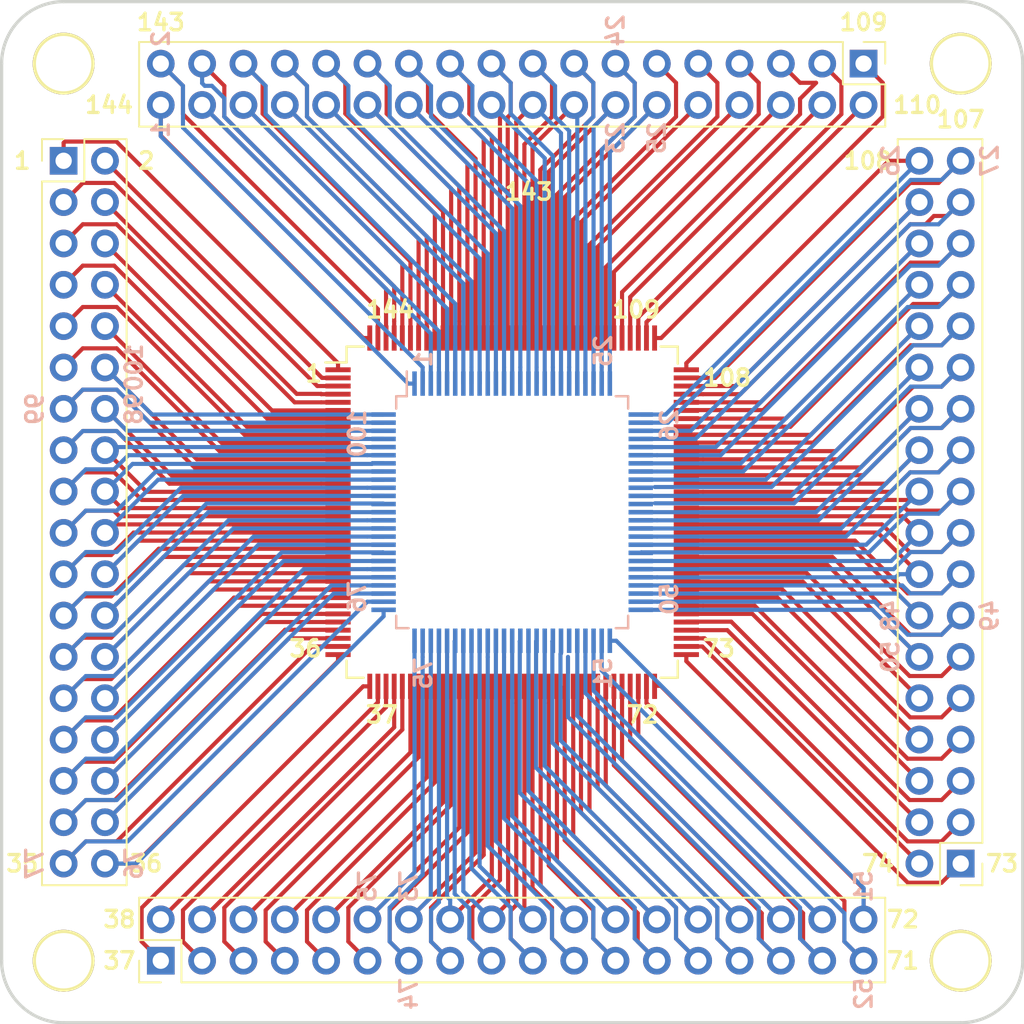
<source format=kicad_pcb>
(kicad_pcb (version 20171130) (host pcbnew "(5.0.2)-1")

  (general
    (thickness 1.6)
    (drawings 63)
    (tracks 875)
    (zones 0)
    (modules 10)
    (nets 145)
  )

  (page A4)
  (layers
    (0 F.Cu signal)
    (31 B.Cu signal)
    (32 B.Adhes user hide)
    (33 F.Adhes user hide)
    (34 B.Paste user hide)
    (35 F.Paste user hide)
    (36 B.SilkS user)
    (37 F.SilkS user)
    (38 B.Mask user)
    (39 F.Mask user)
    (40 Dwgs.User user hide)
    (41 Cmts.User user hide)
    (42 Eco1.User user hide)
    (43 Eco2.User user hide)
    (44 Edge.Cuts user)
    (45 Margin user hide)
    (46 B.CrtYd user hide)
    (47 F.CrtYd user hide)
    (48 B.Fab user hide)
    (49 F.Fab user hide)
  )

  (setup
    (last_trace_width 0.254)
    (trace_clearance 0.2)
    (zone_clearance 0.508)
    (zone_45_only no)
    (trace_min 0.2)
    (segment_width 0.2)
    (edge_width 0.2)
    (via_size 0.8)
    (via_drill 0.4)
    (via_min_size 0.4)
    (via_min_drill 0.3)
    (uvia_size 0.3)
    (uvia_drill 0.1)
    (uvias_allowed no)
    (uvia_min_size 0.2)
    (uvia_min_drill 0.1)
    (pcb_text_width 0.3)
    (pcb_text_size 1.5 1.5)
    (mod_edge_width 0.15)
    (mod_text_size 1 1)
    (mod_text_width 0.15)
    (pad_size 1.524 1.524)
    (pad_drill 0.762)
    (pad_to_mask_clearance 0.051)
    (solder_mask_min_width 0.25)
    (aux_axis_origin 0 0)
    (visible_elements FFFDF77F)
    (pcbplotparams
      (layerselection 0x010f0_ffffffff)
      (usegerberextensions true)
      (usegerberattributes false)
      (usegerberadvancedattributes false)
      (creategerberjobfile false)
      (excludeedgelayer true)
      (linewidth 0.100000)
      (plotframeref false)
      (viasonmask false)
      (mode 1)
      (useauxorigin false)
      (hpglpennumber 1)
      (hpglpenspeed 20)
      (hpglpendiameter 15.000000)
      (psnegative false)
      (psa4output false)
      (plotreference false)
      (plotvalue false)
      (plotinvisibletext false)
      (padsonsilk false)
      (subtractmaskfromsilk false)
      (outputformat 1)
      (mirror false)
      (drillshape 0)
      (scaleselection 1)
      (outputdirectory "Gerber/"))
  )

  (net 0 "")
  (net 1 P36)
  (net 2 P35)
  (net 3 P34)
  (net 4 P33)
  (net 5 P32)
  (net 6 P31)
  (net 7 P30)
  (net 8 P29)
  (net 9 P28)
  (net 10 P27)
  (net 11 P26)
  (net 12 P25)
  (net 13 P24)
  (net 14 P23)
  (net 15 P22)
  (net 16 P21)
  (net 17 P20)
  (net 18 P19)
  (net 19 P18)
  (net 20 P17)
  (net 21 P16)
  (net 22 P15)
  (net 23 P14)
  (net 24 P13)
  (net 25 P12)
  (net 26 P11)
  (net 27 P10)
  (net 28 P09)
  (net 29 P08)
  (net 30 P07)
  (net 31 P06)
  (net 32 P05)
  (net 33 P04)
  (net 34 P03)
  (net 35 P02)
  (net 36 P01)
  (net 37 P37)
  (net 38 P38)
  (net 39 P39)
  (net 40 P40)
  (net 41 P41)
  (net 42 P42)
  (net 43 P43)
  (net 44 P44)
  (net 45 P45)
  (net 46 P46)
  (net 47 P47)
  (net 48 P48)
  (net 49 P49)
  (net 50 P50)
  (net 51 P51)
  (net 52 P52)
  (net 53 P53)
  (net 54 P54)
  (net 55 P55)
  (net 56 P56)
  (net 57 P57)
  (net 58 P58)
  (net 59 P59)
  (net 60 P60)
  (net 61 P61)
  (net 62 P62)
  (net 63 P63)
  (net 64 P64)
  (net 65 P65)
  (net 66 P66)
  (net 67 P67)
  (net 68 P68)
  (net 69 P69)
  (net 70 P70)
  (net 71 P71)
  (net 72 P72)
  (net 73 P108)
  (net 74 P107)
  (net 75 P106)
  (net 76 P105)
  (net 77 P104)
  (net 78 P103)
  (net 79 P102)
  (net 80 P101)
  (net 81 P100)
  (net 82 P99)
  (net 83 P98)
  (net 84 P97)
  (net 85 P96)
  (net 86 P95)
  (net 87 P94)
  (net 88 P93)
  (net 89 P92)
  (net 90 P91)
  (net 91 P90)
  (net 92 P89)
  (net 93 P88)
  (net 94 P87)
  (net 95 P86)
  (net 96 P85)
  (net 97 P84)
  (net 98 P83)
  (net 99 P82)
  (net 100 P81)
  (net 101 P80)
  (net 102 P79)
  (net 103 P78)
  (net 104 P77)
  (net 105 P76)
  (net 106 P75)
  (net 107 P74)
  (net 108 P73)
  (net 109 P109)
  (net 110 P110)
  (net 111 P111)
  (net 112 P112)
  (net 113 P113)
  (net 114 P114)
  (net 115 P115)
  (net 116 P116)
  (net 117 P117)
  (net 118 P118)
  (net 119 P119)
  (net 120 P120)
  (net 121 P121)
  (net 122 P122)
  (net 123 P123)
  (net 124 P124)
  (net 125 P125)
  (net 126 P126)
  (net 127 P127)
  (net 128 P128)
  (net 129 P129)
  (net 130 P130)
  (net 131 P131)
  (net 132 P132)
  (net 133 P133)
  (net 134 P134)
  (net 135 P135)
  (net 136 P136)
  (net 137 P137)
  (net 138 P138)
  (net 139 P139)
  (net 140 P140)
  (net 141 P141)
  (net 142 P142)
  (net 143 P143)
  (net 144 P144)

  (net_class Default "This is the default net class."
    (clearance 0.2)
    (trace_width 0.254)
    (via_dia 0.8)
    (via_drill 0.4)
    (uvia_dia 0.3)
    (uvia_drill 0.1)
    (add_net P01)
    (add_net P02)
    (add_net P03)
    (add_net P04)
    (add_net P05)
    (add_net P06)
    (add_net P07)
    (add_net P08)
    (add_net P09)
    (add_net P10)
    (add_net P100)
    (add_net P101)
    (add_net P102)
    (add_net P103)
    (add_net P104)
    (add_net P105)
    (add_net P106)
    (add_net P107)
    (add_net P108)
    (add_net P109)
    (add_net P11)
    (add_net P110)
    (add_net P111)
    (add_net P112)
    (add_net P113)
    (add_net P114)
    (add_net P115)
    (add_net P116)
    (add_net P117)
    (add_net P118)
    (add_net P119)
    (add_net P12)
    (add_net P120)
    (add_net P121)
    (add_net P122)
    (add_net P123)
    (add_net P124)
    (add_net P125)
    (add_net P126)
    (add_net P127)
    (add_net P128)
    (add_net P129)
    (add_net P13)
    (add_net P130)
    (add_net P131)
    (add_net P132)
    (add_net P133)
    (add_net P134)
    (add_net P135)
    (add_net P136)
    (add_net P137)
    (add_net P138)
    (add_net P139)
    (add_net P14)
    (add_net P140)
    (add_net P141)
    (add_net P142)
    (add_net P143)
    (add_net P144)
    (add_net P15)
    (add_net P16)
    (add_net P17)
    (add_net P18)
    (add_net P19)
    (add_net P20)
    (add_net P21)
    (add_net P22)
    (add_net P23)
    (add_net P24)
    (add_net P25)
    (add_net P26)
    (add_net P27)
    (add_net P28)
    (add_net P29)
    (add_net P30)
    (add_net P31)
    (add_net P32)
    (add_net P33)
    (add_net P34)
    (add_net P35)
    (add_net P36)
    (add_net P37)
    (add_net P38)
    (add_net P39)
    (add_net P40)
    (add_net P41)
    (add_net P42)
    (add_net P43)
    (add_net P44)
    (add_net P45)
    (add_net P46)
    (add_net P47)
    (add_net P48)
    (add_net P49)
    (add_net P50)
    (add_net P51)
    (add_net P52)
    (add_net P53)
    (add_net P54)
    (add_net P55)
    (add_net P56)
    (add_net P57)
    (add_net P58)
    (add_net P59)
    (add_net P60)
    (add_net P61)
    (add_net P62)
    (add_net P63)
    (add_net P64)
    (add_net P65)
    (add_net P66)
    (add_net P67)
    (add_net P68)
    (add_net P69)
    (add_net P70)
    (add_net P71)
    (add_net P72)
    (add_net P73)
    (add_net P74)
    (add_net P75)
    (add_net P76)
    (add_net P77)
    (add_net P78)
    (add_net P79)
    (add_net P80)
    (add_net P81)
    (add_net P82)
    (add_net P83)
    (add_net P84)
    (add_net P85)
    (add_net P86)
    (add_net P87)
    (add_net P88)
    (add_net P89)
    (add_net P90)
    (add_net P91)
    (add_net P92)
    (add_net P93)
    (add_net P94)
    (add_net P95)
    (add_net P96)
    (add_net P97)
    (add_net P98)
    (add_net P99)
  )

  (module Pin_Headers:Pin_Header_Straight_2x18_Pitch2.54mm (layer F.Cu) (tedit 5C320249) (tstamp 5C31FEBC)
    (at 64.897 64.008)
    (descr "Through hole straight pin header, 2x18, 2.54mm pitch, double rows")
    (tags "Through hole pin header THT 2x18 2.54mm double row")
    (path /5C31CE43)
    (fp_text reference J1 (at 1.27 -2.33) (layer F.SilkS) hide
      (effects (font (size 1 1) (thickness 0.15)))
    )
    (fp_text value Conn_02x18_Odd_Even (at 1.27 45.51) (layer F.Fab)
      (effects (font (size 1 1) (thickness 0.15)))
    )
    (fp_text user %R (at 1.27 21.59 90) (layer F.Fab)
      (effects (font (size 1 1) (thickness 0.15)))
    )
    (fp_line (start 4.35 -1.8) (end -1.8 -1.8) (layer F.CrtYd) (width 0.05))
    (fp_line (start 4.35 44.95) (end 4.35 -1.8) (layer F.CrtYd) (width 0.05))
    (fp_line (start -1.8 44.95) (end 4.35 44.95) (layer F.CrtYd) (width 0.05))
    (fp_line (start -1.8 -1.8) (end -1.8 44.95) (layer F.CrtYd) (width 0.05))
    (fp_line (start -1.33 -1.33) (end 0 -1.33) (layer F.SilkS) (width 0.12))
    (fp_line (start -1.33 0) (end -1.33 -1.33) (layer F.SilkS) (width 0.12))
    (fp_line (start 1.27 -1.33) (end 3.87 -1.33) (layer F.SilkS) (width 0.12))
    (fp_line (start 1.27 1.27) (end 1.27 -1.33) (layer F.SilkS) (width 0.12))
    (fp_line (start -1.33 1.27) (end 1.27 1.27) (layer F.SilkS) (width 0.12))
    (fp_line (start 3.87 -1.33) (end 3.87 44.51) (layer F.SilkS) (width 0.12))
    (fp_line (start -1.33 1.27) (end -1.33 44.51) (layer F.SilkS) (width 0.12))
    (fp_line (start -1.33 44.51) (end 3.87 44.51) (layer F.SilkS) (width 0.12))
    (fp_line (start -1.27 0) (end 0 -1.27) (layer F.Fab) (width 0.1))
    (fp_line (start -1.27 44.45) (end -1.27 0) (layer F.Fab) (width 0.1))
    (fp_line (start 3.81 44.45) (end -1.27 44.45) (layer F.Fab) (width 0.1))
    (fp_line (start 3.81 -1.27) (end 3.81 44.45) (layer F.Fab) (width 0.1))
    (fp_line (start 0 -1.27) (end 3.81 -1.27) (layer F.Fab) (width 0.1))
    (pad 36 thru_hole oval (at 2.54 43.18) (size 1.7 1.7) (drill 1) (layers *.Cu *.Mask)
      (net 1 P36))
    (pad 35 thru_hole oval (at 0 43.18) (size 1.7 1.7) (drill 1) (layers *.Cu *.Mask)
      (net 2 P35))
    (pad 34 thru_hole oval (at 2.54 40.64) (size 1.7 1.7) (drill 1) (layers *.Cu *.Mask)
      (net 3 P34))
    (pad 33 thru_hole oval (at 0 40.64) (size 1.7 1.7) (drill 1) (layers *.Cu *.Mask)
      (net 4 P33))
    (pad 32 thru_hole oval (at 2.54 38.1) (size 1.7 1.7) (drill 1) (layers *.Cu *.Mask)
      (net 5 P32))
    (pad 31 thru_hole oval (at 0 38.1) (size 1.7 1.7) (drill 1) (layers *.Cu *.Mask)
      (net 6 P31))
    (pad 30 thru_hole oval (at 2.54 35.56) (size 1.7 1.7) (drill 1) (layers *.Cu *.Mask)
      (net 7 P30))
    (pad 29 thru_hole oval (at 0 35.56) (size 1.7 1.7) (drill 1) (layers *.Cu *.Mask)
      (net 8 P29))
    (pad 28 thru_hole oval (at 2.54 33.02) (size 1.7 1.7) (drill 1) (layers *.Cu *.Mask)
      (net 9 P28))
    (pad 27 thru_hole oval (at 0 33.02) (size 1.7 1.7) (drill 1) (layers *.Cu *.Mask)
      (net 10 P27))
    (pad 26 thru_hole oval (at 2.54 30.48) (size 1.7 1.7) (drill 1) (layers *.Cu *.Mask)
      (net 11 P26))
    (pad 25 thru_hole oval (at 0 30.48) (size 1.7 1.7) (drill 1) (layers *.Cu *.Mask)
      (net 12 P25))
    (pad 24 thru_hole oval (at 2.54 27.94) (size 1.7 1.7) (drill 1) (layers *.Cu *.Mask)
      (net 13 P24))
    (pad 23 thru_hole oval (at 0 27.94) (size 1.7 1.7) (drill 1) (layers *.Cu *.Mask)
      (net 14 P23))
    (pad 22 thru_hole oval (at 2.54 25.4) (size 1.7 1.7) (drill 1) (layers *.Cu *.Mask)
      (net 15 P22))
    (pad 21 thru_hole oval (at 0 25.4) (size 1.7 1.7) (drill 1) (layers *.Cu *.Mask)
      (net 16 P21))
    (pad 20 thru_hole oval (at 2.54 22.86) (size 1.7 1.7) (drill 1) (layers *.Cu *.Mask)
      (net 17 P20))
    (pad 19 thru_hole oval (at 0 22.86) (size 1.7 1.7) (drill 1) (layers *.Cu *.Mask)
      (net 18 P19))
    (pad 18 thru_hole oval (at 2.54 20.32) (size 1.7 1.7) (drill 1) (layers *.Cu *.Mask)
      (net 19 P18))
    (pad 17 thru_hole oval (at 0 20.32) (size 1.7 1.7) (drill 1) (layers *.Cu *.Mask)
      (net 20 P17))
    (pad 16 thru_hole oval (at 2.54 17.78) (size 1.7 1.7) (drill 1) (layers *.Cu *.Mask)
      (net 21 P16))
    (pad 15 thru_hole oval (at 0 17.78) (size 1.7 1.7) (drill 1) (layers *.Cu *.Mask)
      (net 22 P15))
    (pad 14 thru_hole oval (at 2.54 15.24) (size 1.7 1.7) (drill 1) (layers *.Cu *.Mask)
      (net 23 P14))
    (pad 13 thru_hole oval (at 0 15.24) (size 1.7 1.7) (drill 1) (layers *.Cu *.Mask)
      (net 24 P13))
    (pad 12 thru_hole oval (at 2.54 12.7) (size 1.7 1.7) (drill 1) (layers *.Cu *.Mask)
      (net 25 P12))
    (pad 11 thru_hole oval (at 0 12.7) (size 1.7 1.7) (drill 1) (layers *.Cu *.Mask)
      (net 26 P11))
    (pad 10 thru_hole oval (at 2.54 10.16) (size 1.7 1.7) (drill 1) (layers *.Cu *.Mask)
      (net 27 P10))
    (pad 9 thru_hole oval (at 0 10.16) (size 1.7 1.7) (drill 1) (layers *.Cu *.Mask)
      (net 28 P09))
    (pad 8 thru_hole oval (at 2.54 7.62) (size 1.7 1.7) (drill 1) (layers *.Cu *.Mask)
      (net 29 P08))
    (pad 7 thru_hole oval (at 0 7.62) (size 1.7 1.7) (drill 1) (layers *.Cu *.Mask)
      (net 30 P07))
    (pad 6 thru_hole oval (at 2.54 5.08) (size 1.7 1.7) (drill 1) (layers *.Cu *.Mask)
      (net 31 P06))
    (pad 5 thru_hole oval (at 0 5.08) (size 1.7 1.7) (drill 1) (layers *.Cu *.Mask)
      (net 32 P05))
    (pad 4 thru_hole oval (at 2.54 2.54) (size 1.7 1.7) (drill 1) (layers *.Cu *.Mask)
      (net 33 P04))
    (pad 3 thru_hole oval (at 0 2.54) (size 1.7 1.7) (drill 1) (layers *.Cu *.Mask)
      (net 34 P03))
    (pad 2 thru_hole oval (at 2.54 0) (size 1.7 1.7) (drill 1) (layers *.Cu *.Mask)
      (net 35 P02))
    (pad 1 thru_hole rect (at 0 0) (size 1.7 1.7) (drill 1) (layers *.Cu *.Mask)
      (net 36 P01))
    (model ${KISYS3DMOD}/Pin_Headers.3dshapes/Pin_Header_Straight_2x18_Pitch2.54mm.wrl
      (at (xyz 0 0 0))
      (scale (xyz 1 1 1))
      (rotate (xyz 0 0 0))
    )
  )

  (module Pin_Headers:Pin_Header_Straight_2x18_Pitch2.54mm (layer F.Cu) (tedit 5C32023C) (tstamp 5C31FEF6)
    (at 70.866 113.157 90)
    (descr "Through hole straight pin header, 2x18, 2.54mm pitch, double rows")
    (tags "Through hole pin header THT 2x18 2.54mm double row")
    (path /5C31CEF9)
    (fp_text reference J2 (at 1.27 -2.33 90) (layer F.SilkS) hide
      (effects (font (size 1 1) (thickness 0.15)))
    )
    (fp_text value Conn_02x18_Odd_Even (at 1.27 45.51 90) (layer F.Fab)
      (effects (font (size 1 1) (thickness 0.15)))
    )
    (fp_line (start 0 -1.27) (end 3.81 -1.27) (layer F.Fab) (width 0.1))
    (fp_line (start 3.81 -1.27) (end 3.81 44.45) (layer F.Fab) (width 0.1))
    (fp_line (start 3.81 44.45) (end -1.27 44.45) (layer F.Fab) (width 0.1))
    (fp_line (start -1.27 44.45) (end -1.27 0) (layer F.Fab) (width 0.1))
    (fp_line (start -1.27 0) (end 0 -1.27) (layer F.Fab) (width 0.1))
    (fp_line (start -1.33 44.51) (end 3.87 44.51) (layer F.SilkS) (width 0.12))
    (fp_line (start -1.33 1.27) (end -1.33 44.51) (layer F.SilkS) (width 0.12))
    (fp_line (start 3.87 -1.33) (end 3.87 44.51) (layer F.SilkS) (width 0.12))
    (fp_line (start -1.33 1.27) (end 1.27 1.27) (layer F.SilkS) (width 0.12))
    (fp_line (start 1.27 1.27) (end 1.27 -1.33) (layer F.SilkS) (width 0.12))
    (fp_line (start 1.27 -1.33) (end 3.87 -1.33) (layer F.SilkS) (width 0.12))
    (fp_line (start -1.33 0) (end -1.33 -1.33) (layer F.SilkS) (width 0.12))
    (fp_line (start -1.33 -1.33) (end 0 -1.33) (layer F.SilkS) (width 0.12))
    (fp_line (start -1.8 -1.8) (end -1.8 44.95) (layer F.CrtYd) (width 0.05))
    (fp_line (start -1.8 44.95) (end 4.35 44.95) (layer F.CrtYd) (width 0.05))
    (fp_line (start 4.35 44.95) (end 4.35 -1.8) (layer F.CrtYd) (width 0.05))
    (fp_line (start 4.35 -1.8) (end -1.8 -1.8) (layer F.CrtYd) (width 0.05))
    (fp_text user %R (at 1.27 21.59 180) (layer F.Fab)
      (effects (font (size 1 1) (thickness 0.15)))
    )
    (pad 1 thru_hole rect (at 0 0 90) (size 1.7 1.7) (drill 1) (layers *.Cu *.Mask)
      (net 37 P37))
    (pad 2 thru_hole oval (at 2.54 0 90) (size 1.7 1.7) (drill 1) (layers *.Cu *.Mask)
      (net 38 P38))
    (pad 3 thru_hole oval (at 0 2.54 90) (size 1.7 1.7) (drill 1) (layers *.Cu *.Mask)
      (net 39 P39))
    (pad 4 thru_hole oval (at 2.54 2.54 90) (size 1.7 1.7) (drill 1) (layers *.Cu *.Mask)
      (net 40 P40))
    (pad 5 thru_hole oval (at 0 5.08 90) (size 1.7 1.7) (drill 1) (layers *.Cu *.Mask)
      (net 41 P41))
    (pad 6 thru_hole oval (at 2.54 5.08 90) (size 1.7 1.7) (drill 1) (layers *.Cu *.Mask)
      (net 42 P42))
    (pad 7 thru_hole oval (at 0 7.62 90) (size 1.7 1.7) (drill 1) (layers *.Cu *.Mask)
      (net 43 P43))
    (pad 8 thru_hole oval (at 2.54 7.62 90) (size 1.7 1.7) (drill 1) (layers *.Cu *.Mask)
      (net 44 P44))
    (pad 9 thru_hole oval (at 0 10.16 90) (size 1.7 1.7) (drill 1) (layers *.Cu *.Mask)
      (net 45 P45))
    (pad 10 thru_hole oval (at 2.54 10.16 90) (size 1.7 1.7) (drill 1) (layers *.Cu *.Mask)
      (net 46 P46))
    (pad 11 thru_hole oval (at 0 12.7 90) (size 1.7 1.7) (drill 1) (layers *.Cu *.Mask)
      (net 47 P47))
    (pad 12 thru_hole oval (at 2.54 12.7 90) (size 1.7 1.7) (drill 1) (layers *.Cu *.Mask)
      (net 48 P48))
    (pad 13 thru_hole oval (at 0 15.24 90) (size 1.7 1.7) (drill 1) (layers *.Cu *.Mask)
      (net 49 P49))
    (pad 14 thru_hole oval (at 2.54 15.24 90) (size 1.7 1.7) (drill 1) (layers *.Cu *.Mask)
      (net 50 P50))
    (pad 15 thru_hole oval (at 0 17.78 90) (size 1.7 1.7) (drill 1) (layers *.Cu *.Mask)
      (net 51 P51))
    (pad 16 thru_hole oval (at 2.54 17.78 90) (size 1.7 1.7) (drill 1) (layers *.Cu *.Mask)
      (net 52 P52))
    (pad 17 thru_hole oval (at 0 20.32 90) (size 1.7 1.7) (drill 1) (layers *.Cu *.Mask)
      (net 53 P53))
    (pad 18 thru_hole oval (at 2.54 20.32 90) (size 1.7 1.7) (drill 1) (layers *.Cu *.Mask)
      (net 54 P54))
    (pad 19 thru_hole oval (at 0 22.86 90) (size 1.7 1.7) (drill 1) (layers *.Cu *.Mask)
      (net 55 P55))
    (pad 20 thru_hole oval (at 2.54 22.86 90) (size 1.7 1.7) (drill 1) (layers *.Cu *.Mask)
      (net 56 P56))
    (pad 21 thru_hole oval (at 0 25.4 90) (size 1.7 1.7) (drill 1) (layers *.Cu *.Mask)
      (net 57 P57))
    (pad 22 thru_hole oval (at 2.54 25.4 90) (size 1.7 1.7) (drill 1) (layers *.Cu *.Mask)
      (net 58 P58))
    (pad 23 thru_hole oval (at 0 27.94 90) (size 1.7 1.7) (drill 1) (layers *.Cu *.Mask)
      (net 59 P59))
    (pad 24 thru_hole oval (at 2.54 27.94 90) (size 1.7 1.7) (drill 1) (layers *.Cu *.Mask)
      (net 60 P60))
    (pad 25 thru_hole oval (at 0 30.48 90) (size 1.7 1.7) (drill 1) (layers *.Cu *.Mask)
      (net 61 P61))
    (pad 26 thru_hole oval (at 2.54 30.48 90) (size 1.7 1.7) (drill 1) (layers *.Cu *.Mask)
      (net 62 P62))
    (pad 27 thru_hole oval (at 0 33.02 90) (size 1.7 1.7) (drill 1) (layers *.Cu *.Mask)
      (net 63 P63))
    (pad 28 thru_hole oval (at 2.54 33.02 90) (size 1.7 1.7) (drill 1) (layers *.Cu *.Mask)
      (net 64 P64))
    (pad 29 thru_hole oval (at 0 35.56 90) (size 1.7 1.7) (drill 1) (layers *.Cu *.Mask)
      (net 65 P65))
    (pad 30 thru_hole oval (at 2.54 35.56 90) (size 1.7 1.7) (drill 1) (layers *.Cu *.Mask)
      (net 66 P66))
    (pad 31 thru_hole oval (at 0 38.1 90) (size 1.7 1.7) (drill 1) (layers *.Cu *.Mask)
      (net 67 P67))
    (pad 32 thru_hole oval (at 2.54 38.1 90) (size 1.7 1.7) (drill 1) (layers *.Cu *.Mask)
      (net 68 P68))
    (pad 33 thru_hole oval (at 0 40.64 90) (size 1.7 1.7) (drill 1) (layers *.Cu *.Mask)
      (net 69 P69))
    (pad 34 thru_hole oval (at 2.54 40.64 90) (size 1.7 1.7) (drill 1) (layers *.Cu *.Mask)
      (net 70 P70))
    (pad 35 thru_hole oval (at 0 43.18 90) (size 1.7 1.7) (drill 1) (layers *.Cu *.Mask)
      (net 71 P71))
    (pad 36 thru_hole oval (at 2.54 43.18 90) (size 1.7 1.7) (drill 1) (layers *.Cu *.Mask)
      (net 72 P72))
    (model ${KISYS3DMOD}/Pin_Headers.3dshapes/Pin_Header_Straight_2x18_Pitch2.54mm.wrl
      (at (xyz 0 0 0))
      (scale (xyz 1 1 1))
      (rotate (xyz 0 0 0))
    )
  )

  (module Pin_Headers:Pin_Header_Straight_2x18_Pitch2.54mm (layer F.Cu) (tedit 5C320242) (tstamp 5C3214F3)
    (at 120.015 107.188 180)
    (descr "Through hole straight pin header, 2x18, 2.54mm pitch, double rows")
    (tags "Through hole pin header THT 2x18 2.54mm double row")
    (path /5C31CF17)
    (fp_text reference J3 (at 1.27 -2.33 180) (layer F.SilkS) hide
      (effects (font (size 1 1) (thickness 0.15)))
    )
    (fp_text value Conn_02x18_Odd_Even (at 1.27 45.51 180) (layer F.Fab)
      (effects (font (size 1 1) (thickness 0.15)))
    )
    (fp_text user %R (at 1.27 21.59 270) (layer F.Fab)
      (effects (font (size 1 1) (thickness 0.15)))
    )
    (fp_line (start 4.35 -1.8) (end -1.8 -1.8) (layer F.CrtYd) (width 0.05))
    (fp_line (start 4.35 44.95) (end 4.35 -1.8) (layer F.CrtYd) (width 0.05))
    (fp_line (start -1.8 44.95) (end 4.35 44.95) (layer F.CrtYd) (width 0.05))
    (fp_line (start -1.8 -1.8) (end -1.8 44.95) (layer F.CrtYd) (width 0.05))
    (fp_line (start -1.33 -1.33) (end 0 -1.33) (layer F.SilkS) (width 0.12))
    (fp_line (start -1.33 0) (end -1.33 -1.33) (layer F.SilkS) (width 0.12))
    (fp_line (start 1.27 -1.33) (end 3.87 -1.33) (layer F.SilkS) (width 0.12))
    (fp_line (start 1.27 1.27) (end 1.27 -1.33) (layer F.SilkS) (width 0.12))
    (fp_line (start -1.33 1.27) (end 1.27 1.27) (layer F.SilkS) (width 0.12))
    (fp_line (start 3.87 -1.33) (end 3.87 44.51) (layer F.SilkS) (width 0.12))
    (fp_line (start -1.33 1.27) (end -1.33 44.51) (layer F.SilkS) (width 0.12))
    (fp_line (start -1.33 44.51) (end 3.87 44.51) (layer F.SilkS) (width 0.12))
    (fp_line (start -1.27 0) (end 0 -1.27) (layer F.Fab) (width 0.1))
    (fp_line (start -1.27 44.45) (end -1.27 0) (layer F.Fab) (width 0.1))
    (fp_line (start 3.81 44.45) (end -1.27 44.45) (layer F.Fab) (width 0.1))
    (fp_line (start 3.81 -1.27) (end 3.81 44.45) (layer F.Fab) (width 0.1))
    (fp_line (start 0 -1.27) (end 3.81 -1.27) (layer F.Fab) (width 0.1))
    (pad 36 thru_hole oval (at 2.54 43.18 180) (size 1.7 1.7) (drill 1) (layers *.Cu *.Mask)
      (net 73 P108))
    (pad 35 thru_hole oval (at 0 43.18 180) (size 1.7 1.7) (drill 1) (layers *.Cu *.Mask)
      (net 74 P107))
    (pad 34 thru_hole oval (at 2.54 40.64 180) (size 1.7 1.7) (drill 1) (layers *.Cu *.Mask)
      (net 75 P106))
    (pad 33 thru_hole oval (at 0 40.64 180) (size 1.7 1.7) (drill 1) (layers *.Cu *.Mask)
      (net 76 P105))
    (pad 32 thru_hole oval (at 2.54 38.1 180) (size 1.7 1.7) (drill 1) (layers *.Cu *.Mask)
      (net 77 P104))
    (pad 31 thru_hole oval (at 0 38.1 180) (size 1.7 1.7) (drill 1) (layers *.Cu *.Mask)
      (net 78 P103))
    (pad 30 thru_hole oval (at 2.54 35.56 180) (size 1.7 1.7) (drill 1) (layers *.Cu *.Mask)
      (net 79 P102))
    (pad 29 thru_hole oval (at 0 35.56 180) (size 1.7 1.7) (drill 1) (layers *.Cu *.Mask)
      (net 80 P101))
    (pad 28 thru_hole oval (at 2.54 33.02 180) (size 1.7 1.7) (drill 1) (layers *.Cu *.Mask)
      (net 81 P100))
    (pad 27 thru_hole oval (at 0 33.02 180) (size 1.7 1.7) (drill 1) (layers *.Cu *.Mask)
      (net 82 P99))
    (pad 26 thru_hole oval (at 2.54 30.48 180) (size 1.7 1.7) (drill 1) (layers *.Cu *.Mask)
      (net 83 P98))
    (pad 25 thru_hole oval (at 0 30.48 180) (size 1.7 1.7) (drill 1) (layers *.Cu *.Mask)
      (net 84 P97))
    (pad 24 thru_hole oval (at 2.54 27.94 180) (size 1.7 1.7) (drill 1) (layers *.Cu *.Mask)
      (net 85 P96))
    (pad 23 thru_hole oval (at 0 27.94 180) (size 1.7 1.7) (drill 1) (layers *.Cu *.Mask)
      (net 86 P95))
    (pad 22 thru_hole oval (at 2.54 25.4 180) (size 1.7 1.7) (drill 1) (layers *.Cu *.Mask)
      (net 87 P94))
    (pad 21 thru_hole oval (at 0 25.4 180) (size 1.7 1.7) (drill 1) (layers *.Cu *.Mask)
      (net 88 P93))
    (pad 20 thru_hole oval (at 2.54 22.86 180) (size 1.7 1.7) (drill 1) (layers *.Cu *.Mask)
      (net 89 P92))
    (pad 19 thru_hole oval (at 0 22.86 180) (size 1.7 1.7) (drill 1) (layers *.Cu *.Mask)
      (net 90 P91))
    (pad 18 thru_hole oval (at 2.54 20.32 180) (size 1.7 1.7) (drill 1) (layers *.Cu *.Mask)
      (net 91 P90))
    (pad 17 thru_hole oval (at 0 20.32 180) (size 1.7 1.7) (drill 1) (layers *.Cu *.Mask)
      (net 92 P89))
    (pad 16 thru_hole oval (at 2.54 17.78 180) (size 1.7 1.7) (drill 1) (layers *.Cu *.Mask)
      (net 93 P88))
    (pad 15 thru_hole oval (at 0 17.78 180) (size 1.7 1.7) (drill 1) (layers *.Cu *.Mask)
      (net 94 P87))
    (pad 14 thru_hole oval (at 2.54 15.24 180) (size 1.7 1.7) (drill 1) (layers *.Cu *.Mask)
      (net 95 P86))
    (pad 13 thru_hole oval (at 0 15.24 180) (size 1.7 1.7) (drill 1) (layers *.Cu *.Mask)
      (net 96 P85))
    (pad 12 thru_hole oval (at 2.54 12.7 180) (size 1.7 1.7) (drill 1) (layers *.Cu *.Mask)
      (net 97 P84))
    (pad 11 thru_hole oval (at 0 12.7 180) (size 1.7 1.7) (drill 1) (layers *.Cu *.Mask)
      (net 98 P83))
    (pad 10 thru_hole oval (at 2.54 10.16 180) (size 1.7 1.7) (drill 1) (layers *.Cu *.Mask)
      (net 99 P82))
    (pad 9 thru_hole oval (at 0 10.16 180) (size 1.7 1.7) (drill 1) (layers *.Cu *.Mask)
      (net 100 P81))
    (pad 8 thru_hole oval (at 2.54 7.62 180) (size 1.7 1.7) (drill 1) (layers *.Cu *.Mask)
      (net 101 P80))
    (pad 7 thru_hole oval (at 0 7.62 180) (size 1.7 1.7) (drill 1) (layers *.Cu *.Mask)
      (net 102 P79))
    (pad 6 thru_hole oval (at 2.54 5.08 180) (size 1.7 1.7) (drill 1) (layers *.Cu *.Mask)
      (net 103 P78))
    (pad 5 thru_hole oval (at 0 5.08 180) (size 1.7 1.7) (drill 1) (layers *.Cu *.Mask)
      (net 104 P77))
    (pad 4 thru_hole oval (at 2.54 2.54 180) (size 1.7 1.7) (drill 1) (layers *.Cu *.Mask)
      (net 105 P76))
    (pad 3 thru_hole oval (at 0 2.54 180) (size 1.7 1.7) (drill 1) (layers *.Cu *.Mask)
      (net 106 P75))
    (pad 2 thru_hole oval (at 2.54 0 180) (size 1.7 1.7) (drill 1) (layers *.Cu *.Mask)
      (net 107 P74))
    (pad 1 thru_hole rect (at 0 0 180) (size 1.7 1.7) (drill 1) (layers *.Cu *.Mask)
      (net 108 P73))
    (model ${KISYS3DMOD}/Pin_Headers.3dshapes/Pin_Header_Straight_2x18_Pitch2.54mm.wrl
      (at (xyz 0 0 0))
      (scale (xyz 1 1 1))
      (rotate (xyz 0 0 0))
    )
  )

  (module Pin_Headers:Pin_Header_Straight_2x18_Pitch2.54mm (layer F.Cu) (tedit 5C320225) (tstamp 5C31FF6A)
    (at 114.046 58.039 270)
    (descr "Through hole straight pin header, 2x18, 2.54mm pitch, double rows")
    (tags "Through hole pin header THT 2x18 2.54mm double row")
    (path /5C31CF3C)
    (fp_text reference J4 (at 1.27 -2.33 270) (layer F.SilkS) hide
      (effects (font (size 1 1) (thickness 0.15)))
    )
    (fp_text value Conn_02x18_Odd_Even (at 1.27 45.51 270) (layer F.Fab)
      (effects (font (size 1 1) (thickness 0.15)))
    )
    (fp_line (start 0 -1.27) (end 3.81 -1.27) (layer F.Fab) (width 0.1))
    (fp_line (start 3.81 -1.27) (end 3.81 44.45) (layer F.Fab) (width 0.1))
    (fp_line (start 3.81 44.45) (end -1.27 44.45) (layer F.Fab) (width 0.1))
    (fp_line (start -1.27 44.45) (end -1.27 0) (layer F.Fab) (width 0.1))
    (fp_line (start -1.27 0) (end 0 -1.27) (layer F.Fab) (width 0.1))
    (fp_line (start -1.33 44.51) (end 3.87 44.51) (layer F.SilkS) (width 0.12))
    (fp_line (start -1.33 1.27) (end -1.33 44.51) (layer F.SilkS) (width 0.12))
    (fp_line (start 3.87 -1.33) (end 3.87 44.51) (layer F.SilkS) (width 0.12))
    (fp_line (start -1.33 1.27) (end 1.27 1.27) (layer F.SilkS) (width 0.12))
    (fp_line (start 1.27 1.27) (end 1.27 -1.33) (layer F.SilkS) (width 0.12))
    (fp_line (start 1.27 -1.33) (end 3.87 -1.33) (layer F.SilkS) (width 0.12))
    (fp_line (start -1.33 0) (end -1.33 -1.33) (layer F.SilkS) (width 0.12))
    (fp_line (start -1.33 -1.33) (end 0 -1.33) (layer F.SilkS) (width 0.12))
    (fp_line (start -1.8 -1.8) (end -1.8 44.95) (layer F.CrtYd) (width 0.05))
    (fp_line (start -1.8 44.95) (end 4.35 44.95) (layer F.CrtYd) (width 0.05))
    (fp_line (start 4.35 44.95) (end 4.35 -1.8) (layer F.CrtYd) (width 0.05))
    (fp_line (start 4.35 -1.8) (end -1.8 -1.8) (layer F.CrtYd) (width 0.05))
    (fp_text user %R (at 1.27 21.59) (layer F.Fab)
      (effects (font (size 1 1) (thickness 0.15)))
    )
    (pad 1 thru_hole rect (at 0 0 270) (size 1.7 1.7) (drill 1) (layers *.Cu *.Mask)
      (net 109 P109))
    (pad 2 thru_hole oval (at 2.54 0 270) (size 1.7 1.7) (drill 1) (layers *.Cu *.Mask)
      (net 110 P110))
    (pad 3 thru_hole oval (at 0 2.54 270) (size 1.7 1.7) (drill 1) (layers *.Cu *.Mask)
      (net 111 P111))
    (pad 4 thru_hole oval (at 2.54 2.54 270) (size 1.7 1.7) (drill 1) (layers *.Cu *.Mask)
      (net 112 P112))
    (pad 5 thru_hole oval (at 0 5.08 270) (size 1.7 1.7) (drill 1) (layers *.Cu *.Mask)
      (net 113 P113))
    (pad 6 thru_hole oval (at 2.54 5.08 270) (size 1.7 1.7) (drill 1) (layers *.Cu *.Mask)
      (net 114 P114))
    (pad 7 thru_hole oval (at 0 7.62 270) (size 1.7 1.7) (drill 1) (layers *.Cu *.Mask)
      (net 115 P115))
    (pad 8 thru_hole oval (at 2.54 7.62 270) (size 1.7 1.7) (drill 1) (layers *.Cu *.Mask)
      (net 116 P116))
    (pad 9 thru_hole oval (at 0 10.16 270) (size 1.7 1.7) (drill 1) (layers *.Cu *.Mask)
      (net 117 P117))
    (pad 10 thru_hole oval (at 2.54 10.16 270) (size 1.7 1.7) (drill 1) (layers *.Cu *.Mask)
      (net 118 P118))
    (pad 11 thru_hole oval (at 0 12.7 270) (size 1.7 1.7) (drill 1) (layers *.Cu *.Mask)
      (net 119 P119))
    (pad 12 thru_hole oval (at 2.54 12.7 270) (size 1.7 1.7) (drill 1) (layers *.Cu *.Mask)
      (net 120 P120))
    (pad 13 thru_hole oval (at 0 15.24 270) (size 1.7 1.7) (drill 1) (layers *.Cu *.Mask)
      (net 121 P121))
    (pad 14 thru_hole oval (at 2.54 15.24 270) (size 1.7 1.7) (drill 1) (layers *.Cu *.Mask)
      (net 122 P122))
    (pad 15 thru_hole oval (at 0 17.78 270) (size 1.7 1.7) (drill 1) (layers *.Cu *.Mask)
      (net 123 P123))
    (pad 16 thru_hole oval (at 2.54 17.78 270) (size 1.7 1.7) (drill 1) (layers *.Cu *.Mask)
      (net 124 P124))
    (pad 17 thru_hole oval (at 0 20.32 270) (size 1.7 1.7) (drill 1) (layers *.Cu *.Mask)
      (net 125 P125))
    (pad 18 thru_hole oval (at 2.54 20.32 270) (size 1.7 1.7) (drill 1) (layers *.Cu *.Mask)
      (net 126 P126))
    (pad 19 thru_hole oval (at 0 22.86 270) (size 1.7 1.7) (drill 1) (layers *.Cu *.Mask)
      (net 127 P127))
    (pad 20 thru_hole oval (at 2.54 22.86 270) (size 1.7 1.7) (drill 1) (layers *.Cu *.Mask)
      (net 128 P128))
    (pad 21 thru_hole oval (at 0 25.4 270) (size 1.7 1.7) (drill 1) (layers *.Cu *.Mask)
      (net 129 P129))
    (pad 22 thru_hole oval (at 2.54 25.4 270) (size 1.7 1.7) (drill 1) (layers *.Cu *.Mask)
      (net 130 P130))
    (pad 23 thru_hole oval (at 0 27.94 270) (size 1.7 1.7) (drill 1) (layers *.Cu *.Mask)
      (net 131 P131))
    (pad 24 thru_hole oval (at 2.54 27.94 270) (size 1.7 1.7) (drill 1) (layers *.Cu *.Mask)
      (net 132 P132))
    (pad 25 thru_hole oval (at 0 30.48 270) (size 1.7 1.7) (drill 1) (layers *.Cu *.Mask)
      (net 133 P133))
    (pad 26 thru_hole oval (at 2.54 30.48 270) (size 1.7 1.7) (drill 1) (layers *.Cu *.Mask)
      (net 134 P134))
    (pad 27 thru_hole oval (at 0 33.02 270) (size 1.7 1.7) (drill 1) (layers *.Cu *.Mask)
      (net 135 P135))
    (pad 28 thru_hole oval (at 2.54 33.02 270) (size 1.7 1.7) (drill 1) (layers *.Cu *.Mask)
      (net 136 P136))
    (pad 29 thru_hole oval (at 0 35.56 270) (size 1.7 1.7) (drill 1) (layers *.Cu *.Mask)
      (net 137 P137))
    (pad 30 thru_hole oval (at 2.54 35.56 270) (size 1.7 1.7) (drill 1) (layers *.Cu *.Mask)
      (net 138 P138))
    (pad 31 thru_hole oval (at 0 38.1 270) (size 1.7 1.7) (drill 1) (layers *.Cu *.Mask)
      (net 139 P139))
    (pad 32 thru_hole oval (at 2.54 38.1 270) (size 1.7 1.7) (drill 1) (layers *.Cu *.Mask)
      (net 140 P140))
    (pad 33 thru_hole oval (at 0 40.64 270) (size 1.7 1.7) (drill 1) (layers *.Cu *.Mask)
      (net 141 P141))
    (pad 34 thru_hole oval (at 2.54 40.64 270) (size 1.7 1.7) (drill 1) (layers *.Cu *.Mask)
      (net 142 P142))
    (pad 35 thru_hole oval (at 0 43.18 270) (size 1.7 1.7) (drill 1) (layers *.Cu *.Mask)
      (net 143 P143))
    (pad 36 thru_hole oval (at 2.54 43.18 270) (size 1.7 1.7) (drill 1) (layers *.Cu *.Mask)
      (net 144 P144))
    (model ${KISYS3DMOD}/Pin_Headers.3dshapes/Pin_Header_Straight_2x18_Pitch2.54mm.wrl
      (at (xyz 0 0 0))
      (scale (xyz 1 1 1))
      (rotate (xyz 0 0 0))
    )
  )

  (module Housings_QFP:LQFP-100_14x14mm_Pitch0.5mm (layer B.Cu) (tedit 5C320236) (tstamp 5C32007D)
    (at 92.456 85.598 270)
    (descr "LQFP100: plastic low profile quad flat package; 100 leads; body 14 x 14 x 1.4 mm (see NXP sot407-1_po.pdf and sot407-1_fr.pdf)")
    (tags "QFP 0.5")
    (path /5C318C62)
    (attr smd)
    (fp_text reference U1 (at 0 9.65 270) (layer B.SilkS) hide
      (effects (font (size 1 1) (thickness 0.15)) (justify mirror))
    )
    (fp_text value STM32F446VET6 (at 0 -9.65 270) (layer B.Fab)
      (effects (font (size 1 1) (thickness 0.15)) (justify mirror))
    )
    (fp_line (start -7.125 6.475) (end -8.65 6.475) (layer B.SilkS) (width 0.15))
    (fp_line (start 7.125 7.125) (end 6.365 7.125) (layer B.SilkS) (width 0.15))
    (fp_line (start 7.125 -7.125) (end 6.365 -7.125) (layer B.SilkS) (width 0.15))
    (fp_line (start -7.125 -7.125) (end -6.365 -7.125) (layer B.SilkS) (width 0.15))
    (fp_line (start -7.125 7.125) (end -6.365 7.125) (layer B.SilkS) (width 0.15))
    (fp_line (start -7.125 -7.125) (end -7.125 -6.365) (layer B.SilkS) (width 0.15))
    (fp_line (start 7.125 -7.125) (end 7.125 -6.365) (layer B.SilkS) (width 0.15))
    (fp_line (start 7.125 7.125) (end 7.125 6.365) (layer B.SilkS) (width 0.15))
    (fp_line (start -7.125 7.125) (end -7.125 6.475) (layer B.SilkS) (width 0.15))
    (fp_line (start -8.9 -8.9) (end 8.9 -8.9) (layer B.CrtYd) (width 0.05))
    (fp_line (start -8.9 8.9) (end 8.9 8.9) (layer B.CrtYd) (width 0.05))
    (fp_line (start 8.9 8.9) (end 8.9 -8.9) (layer B.CrtYd) (width 0.05))
    (fp_line (start -8.9 8.9) (end -8.9 -8.9) (layer B.CrtYd) (width 0.05))
    (fp_line (start -7 6) (end -6 7) (layer B.Fab) (width 0.15))
    (fp_line (start -7 -7) (end -7 6) (layer B.Fab) (width 0.15))
    (fp_line (start 7 -7) (end -7 -7) (layer B.Fab) (width 0.15))
    (fp_line (start 7 7) (end 7 -7) (layer B.Fab) (width 0.15))
    (fp_line (start -6 7) (end 7 7) (layer B.Fab) (width 0.15))
    (fp_text user %R (at 0 0 270) (layer B.Fab)
      (effects (font (size 1 1) (thickness 0.15)) (justify mirror))
    )
    (pad 100 smd rect (at -6 7.9 180) (size 1.5 0.28) (layers B.Cu B.Paste B.Mask)
      (net 25 P12))
    (pad 99 smd rect (at -5.5 7.9 180) (size 1.5 0.28) (layers B.Cu B.Paste B.Mask)
      (net 24 P13))
    (pad 98 smd rect (at -5 7.9 180) (size 1.5 0.28) (layers B.Cu B.Paste B.Mask)
      (net 23 P14))
    (pad 97 smd rect (at -4.5 7.9 180) (size 1.5 0.28) (layers B.Cu B.Paste B.Mask)
      (net 22 P15))
    (pad 96 smd rect (at -4 7.9 180) (size 1.5 0.28) (layers B.Cu B.Paste B.Mask)
      (net 21 P16))
    (pad 95 smd rect (at -3.5 7.9 180) (size 1.5 0.28) (layers B.Cu B.Paste B.Mask)
      (net 20 P17))
    (pad 94 smd rect (at -3 7.9 180) (size 1.5 0.28) (layers B.Cu B.Paste B.Mask)
      (net 19 P18))
    (pad 93 smd rect (at -2.5 7.9 180) (size 1.5 0.28) (layers B.Cu B.Paste B.Mask)
      (net 18 P19))
    (pad 92 smd rect (at -2 7.9 180) (size 1.5 0.28) (layers B.Cu B.Paste B.Mask)
      (net 17 P20))
    (pad 91 smd rect (at -1.5 7.9 180) (size 1.5 0.28) (layers B.Cu B.Paste B.Mask)
      (net 16 P21))
    (pad 90 smd rect (at -1 7.9 180) (size 1.5 0.28) (layers B.Cu B.Paste B.Mask)
      (net 15 P22))
    (pad 89 smd rect (at -0.5 7.9 180) (size 1.5 0.28) (layers B.Cu B.Paste B.Mask)
      (net 14 P23))
    (pad 88 smd rect (at 0 7.9 180) (size 1.5 0.28) (layers B.Cu B.Paste B.Mask)
      (net 13 P24))
    (pad 87 smd rect (at 0.5 7.9 180) (size 1.5 0.28) (layers B.Cu B.Paste B.Mask)
      (net 12 P25))
    (pad 86 smd rect (at 1 7.9 180) (size 1.5 0.28) (layers B.Cu B.Paste B.Mask)
      (net 11 P26))
    (pad 85 smd rect (at 1.5 7.9 180) (size 1.5 0.28) (layers B.Cu B.Paste B.Mask)
      (net 10 P27))
    (pad 84 smd rect (at 2 7.9 180) (size 1.5 0.28) (layers B.Cu B.Paste B.Mask)
      (net 9 P28))
    (pad 83 smd rect (at 2.5 7.9 180) (size 1.5 0.28) (layers B.Cu B.Paste B.Mask)
      (net 8 P29))
    (pad 82 smd rect (at 3 7.9 180) (size 1.5 0.28) (layers B.Cu B.Paste B.Mask)
      (net 7 P30))
    (pad 81 smd rect (at 3.5 7.9 180) (size 1.5 0.28) (layers B.Cu B.Paste B.Mask)
      (net 6 P31))
    (pad 80 smd rect (at 4 7.9 180) (size 1.5 0.28) (layers B.Cu B.Paste B.Mask)
      (net 5 P32))
    (pad 79 smd rect (at 4.5 7.9 180) (size 1.5 0.28) (layers B.Cu B.Paste B.Mask)
      (net 4 P33))
    (pad 78 smd rect (at 5 7.9 180) (size 1.5 0.28) (layers B.Cu B.Paste B.Mask)
      (net 3 P34))
    (pad 77 smd rect (at 5.5 7.9 180) (size 1.5 0.28) (layers B.Cu B.Paste B.Mask)
      (net 2 P35))
    (pad 76 smd rect (at 6 7.9 180) (size 1.5 0.28) (layers B.Cu B.Paste B.Mask)
      (net 1 P36))
    (pad 75 smd rect (at 7.9 6 270) (size 1.5 0.28) (layers B.Cu B.Paste B.Mask)
      (net 48 P48))
    (pad 74 smd rect (at 7.9 5.5 270) (size 1.5 0.28) (layers B.Cu B.Paste B.Mask)
      (net 49 P49))
    (pad 73 smd rect (at 7.9 5 270) (size 1.5 0.28) (layers B.Cu B.Paste B.Mask)
      (net 50 P50))
    (pad 72 smd rect (at 7.9 4.5 270) (size 1.5 0.28) (layers B.Cu B.Paste B.Mask)
      (net 51 P51))
    (pad 71 smd rect (at 7.9 4 270) (size 1.5 0.28) (layers B.Cu B.Paste B.Mask)
      (net 52 P52))
    (pad 70 smd rect (at 7.9 3.5 270) (size 1.5 0.28) (layers B.Cu B.Paste B.Mask)
      (net 53 P53))
    (pad 69 smd rect (at 7.9 3 270) (size 1.5 0.28) (layers B.Cu B.Paste B.Mask)
      (net 54 P54))
    (pad 68 smd rect (at 7.9 2.5 270) (size 1.5 0.28) (layers B.Cu B.Paste B.Mask)
      (net 55 P55))
    (pad 67 smd rect (at 7.9 2 270) (size 1.5 0.28) (layers B.Cu B.Paste B.Mask)
      (net 56 P56))
    (pad 66 smd rect (at 7.9 1.5 270) (size 1.5 0.28) (layers B.Cu B.Paste B.Mask)
      (net 57 P57))
    (pad 65 smd rect (at 7.9 1 270) (size 1.5 0.28) (layers B.Cu B.Paste B.Mask)
      (net 58 P58))
    (pad 64 smd rect (at 7.9 0.5 270) (size 1.5 0.28) (layers B.Cu B.Paste B.Mask)
      (net 59 P59))
    (pad 63 smd rect (at 7.9 0 270) (size 1.5 0.28) (layers B.Cu B.Paste B.Mask)
      (net 60 P60))
    (pad 62 smd rect (at 7.9 -0.5 270) (size 1.5 0.28) (layers B.Cu B.Paste B.Mask)
      (net 61 P61))
    (pad 61 smd rect (at 7.9 -1 270) (size 1.5 0.28) (layers B.Cu B.Paste B.Mask)
      (net 62 P62))
    (pad 60 smd rect (at 7.9 -1.5 270) (size 1.5 0.28) (layers B.Cu B.Paste B.Mask)
      (net 63 P63))
    (pad 59 smd rect (at 7.9 -2 270) (size 1.5 0.28) (layers B.Cu B.Paste B.Mask)
      (net 64 P64))
    (pad 58 smd rect (at 7.9 -2.5 270) (size 1.5 0.28) (layers B.Cu B.Paste B.Mask)
      (net 65 P65))
    (pad 57 smd rect (at 7.9 -3 270) (size 1.5 0.28) (layers B.Cu B.Paste B.Mask)
      (net 66 P66))
    (pad 56 smd rect (at 7.9 -3.5 270) (size 1.5 0.28) (layers B.Cu B.Paste B.Mask)
      (net 67 P67))
    (pad 55 smd rect (at 7.9 -4 270) (size 1.5 0.28) (layers B.Cu B.Paste B.Mask)
      (net 68 P68))
    (pad 54 smd rect (at 7.9 -4.5 270) (size 1.5 0.28) (layers B.Cu B.Paste B.Mask)
      (net 69 P69))
    (pad 53 smd rect (at 7.9 -5 270) (size 1.5 0.28) (layers B.Cu B.Paste B.Mask)
      (net 70 P70))
    (pad 52 smd rect (at 7.9 -5.5 270) (size 1.5 0.28) (layers B.Cu B.Paste B.Mask)
      (net 71 P71))
    (pad 51 smd rect (at 7.9 -6 270) (size 1.5 0.28) (layers B.Cu B.Paste B.Mask)
      (net 72 P72))
    (pad 50 smd rect (at 6 -7.9 180) (size 1.5 0.28) (layers B.Cu B.Paste B.Mask)
      (net 97 P84))
    (pad 49 smd rect (at 5.5 -7.9 180) (size 1.5 0.28) (layers B.Cu B.Paste B.Mask)
      (net 96 P85))
    (pad 48 smd rect (at 5 -7.9 180) (size 1.5 0.28) (layers B.Cu B.Paste B.Mask)
      (net 95 P86))
    (pad 47 smd rect (at 4.5 -7.9 180) (size 1.5 0.28) (layers B.Cu B.Paste B.Mask)
      (net 94 P87))
    (pad 46 smd rect (at 4 -7.9 180) (size 1.5 0.28) (layers B.Cu B.Paste B.Mask)
      (net 93 P88))
    (pad 45 smd rect (at 3.5 -7.9 180) (size 1.5 0.28) (layers B.Cu B.Paste B.Mask)
      (net 92 P89))
    (pad 44 smd rect (at 3 -7.9 180) (size 1.5 0.28) (layers B.Cu B.Paste B.Mask)
      (net 91 P90))
    (pad 43 smd rect (at 2.5 -7.9 180) (size 1.5 0.28) (layers B.Cu B.Paste B.Mask)
      (net 90 P91))
    (pad 42 smd rect (at 2 -7.9 180) (size 1.5 0.28) (layers B.Cu B.Paste B.Mask)
      (net 89 P92))
    (pad 41 smd rect (at 1.5 -7.9 180) (size 1.5 0.28) (layers B.Cu B.Paste B.Mask)
      (net 88 P93))
    (pad 40 smd rect (at 1 -7.9 180) (size 1.5 0.28) (layers B.Cu B.Paste B.Mask)
      (net 87 P94))
    (pad 39 smd rect (at 0.5 -7.9 180) (size 1.5 0.28) (layers B.Cu B.Paste B.Mask)
      (net 86 P95))
    (pad 38 smd rect (at 0 -7.9 180) (size 1.5 0.28) (layers B.Cu B.Paste B.Mask)
      (net 85 P96))
    (pad 37 smd rect (at -0.5 -7.9 180) (size 1.5 0.28) (layers B.Cu B.Paste B.Mask)
      (net 84 P97))
    (pad 36 smd rect (at -1 -7.9 180) (size 1.5 0.28) (layers B.Cu B.Paste B.Mask)
      (net 83 P98))
    (pad 35 smd rect (at -1.5 -7.9 180) (size 1.5 0.28) (layers B.Cu B.Paste B.Mask)
      (net 82 P99))
    (pad 34 smd rect (at -2 -7.9 180) (size 1.5 0.28) (layers B.Cu B.Paste B.Mask)
      (net 81 P100))
    (pad 33 smd rect (at -2.5 -7.9 180) (size 1.5 0.28) (layers B.Cu B.Paste B.Mask)
      (net 80 P101))
    (pad 32 smd rect (at -3 -7.9 180) (size 1.5 0.28) (layers B.Cu B.Paste B.Mask)
      (net 79 P102))
    (pad 31 smd rect (at -3.5 -7.9 180) (size 1.5 0.28) (layers B.Cu B.Paste B.Mask)
      (net 78 P103))
    (pad 30 smd rect (at -4 -7.9 180) (size 1.5 0.28) (layers B.Cu B.Paste B.Mask)
      (net 77 P104))
    (pad 29 smd rect (at -4.5 -7.9 180) (size 1.5 0.28) (layers B.Cu B.Paste B.Mask)
      (net 76 P105))
    (pad 28 smd rect (at -5 -7.9 180) (size 1.5 0.28) (layers B.Cu B.Paste B.Mask)
      (net 75 P106))
    (pad 27 smd rect (at -5.5 -7.9 180) (size 1.5 0.28) (layers B.Cu B.Paste B.Mask)
      (net 74 P107))
    (pad 26 smd rect (at -6 -7.9 180) (size 1.5 0.28) (layers B.Cu B.Paste B.Mask)
      (net 73 P108))
    (pad 25 smd rect (at -7.9 -6 270) (size 1.5 0.28) (layers B.Cu B.Paste B.Mask)
      (net 120 P120))
    (pad 24 smd rect (at -7.9 -5.5 270) (size 1.5 0.28) (layers B.Cu B.Paste B.Mask)
      (net 121 P121))
    (pad 23 smd rect (at -7.9 -5 270) (size 1.5 0.28) (layers B.Cu B.Paste B.Mask)
      (net 122 P122))
    (pad 22 smd rect (at -7.9 -4.5 270) (size 1.5 0.28) (layers B.Cu B.Paste B.Mask)
      (net 123 P123))
    (pad 21 smd rect (at -7.9 -4 270) (size 1.5 0.28) (layers B.Cu B.Paste B.Mask)
      (net 124 P124))
    (pad 20 smd rect (at -7.9 -3.5 270) (size 1.5 0.28) (layers B.Cu B.Paste B.Mask)
      (net 125 P125))
    (pad 19 smd rect (at -7.9 -3 270) (size 1.5 0.28) (layers B.Cu B.Paste B.Mask)
      (net 126 P126))
    (pad 18 smd rect (at -7.9 -2.5 270) (size 1.5 0.28) (layers B.Cu B.Paste B.Mask)
      (net 127 P127))
    (pad 17 smd rect (at -7.9 -2 270) (size 1.5 0.28) (layers B.Cu B.Paste B.Mask)
      (net 128 P128))
    (pad 16 smd rect (at -7.9 -1.5 270) (size 1.5 0.28) (layers B.Cu B.Paste B.Mask)
      (net 129 P129))
    (pad 15 smd rect (at -7.9 -1 270) (size 1.5 0.28) (layers B.Cu B.Paste B.Mask)
      (net 130 P130))
    (pad 14 smd rect (at -7.9 -0.5 270) (size 1.5 0.28) (layers B.Cu B.Paste B.Mask)
      (net 131 P131))
    (pad 13 smd rect (at -7.9 0 270) (size 1.5 0.28) (layers B.Cu B.Paste B.Mask)
      (net 132 P132))
    (pad 12 smd rect (at -7.9 0.5 270) (size 1.5 0.28) (layers B.Cu B.Paste B.Mask)
      (net 133 P133))
    (pad 11 smd rect (at -7.9 1 270) (size 1.5 0.28) (layers B.Cu B.Paste B.Mask)
      (net 134 P134))
    (pad 10 smd rect (at -7.9 1.5 270) (size 1.5 0.28) (layers B.Cu B.Paste B.Mask)
      (net 135 P135))
    (pad 9 smd rect (at -7.9 2 270) (size 1.5 0.28) (layers B.Cu B.Paste B.Mask)
      (net 136 P136))
    (pad 8 smd rect (at -7.9 2.5 270) (size 1.5 0.28) (layers B.Cu B.Paste B.Mask)
      (net 137 P137))
    (pad 7 smd rect (at -7.9 3 270) (size 1.5 0.28) (layers B.Cu B.Paste B.Mask)
      (net 138 P138))
    (pad 6 smd rect (at -7.9 3.5 270) (size 1.5 0.28) (layers B.Cu B.Paste B.Mask)
      (net 139 P139))
    (pad 5 smd rect (at -7.9 4 270) (size 1.5 0.28) (layers B.Cu B.Paste B.Mask)
      (net 140 P140))
    (pad 4 smd rect (at -7.9 4.5 270) (size 1.5 0.28) (layers B.Cu B.Paste B.Mask)
      (net 141 P141))
    (pad 3 smd rect (at -7.9 5 270) (size 1.5 0.28) (layers B.Cu B.Paste B.Mask)
      (net 142 P142))
    (pad 2 smd rect (at -7.9 5.5 270) (size 1.5 0.28) (layers B.Cu B.Paste B.Mask)
      (net 143 P143))
    (pad 1 smd rect (at -7.9 6 270) (size 1.5 0.28) (layers B.Cu B.Paste B.Mask)
      (net 144 P144))
    (model ${KISYS3DMOD}/Housings_QFP.3dshapes/LQFP-100_14x14mm_Pitch0.5mm.wrl
      (at (xyz 0 0 0))
      (scale (xyz 1 1 1))
      (rotate (xyz 0 0 0))
    )
  )

  (module Housings_QFP:LQFP-144_20x20mm_Pitch0.5mm (layer F.Cu) (tedit 5C32022D) (tstamp 5C320124)
    (at 92.456 85.598)
    (descr "144-Lead Plastic Low Profile Quad Flatpack (PL) - 20x20x1.40 mm Body [LQFP], 2.00 mm Footprint (see Microchip Packaging Specification 00000049BS.pdf)")
    (tags "QFP 0.5")
    (path /5C320F2E)
    (attr smd)
    (fp_text reference U2 (at 0 -12.475) (layer F.SilkS) hide
      (effects (font (size 1 1) (thickness 0.15)))
    )
    (fp_text value STM32F767ZITx (at 0 12.475) (layer F.Fab)
      (effects (font (size 1 1) (thickness 0.15)))
    )
    (fp_line (start -10.175 -9.2) (end -11.475 -9.2) (layer F.SilkS) (width 0.15))
    (fp_line (start 10.175 -10.175) (end 9.125 -10.175) (layer F.SilkS) (width 0.15))
    (fp_line (start 10.175 10.175) (end 9.125 10.175) (layer F.SilkS) (width 0.15))
    (fp_line (start -10.175 10.175) (end -9.125 10.175) (layer F.SilkS) (width 0.15))
    (fp_line (start -10.175 -10.175) (end -9.125 -10.175) (layer F.SilkS) (width 0.15))
    (fp_line (start -10.175 10.175) (end -10.175 9.125) (layer F.SilkS) (width 0.15))
    (fp_line (start 10.175 10.175) (end 10.175 9.125) (layer F.SilkS) (width 0.15))
    (fp_line (start 10.175 -10.175) (end 10.175 -9.125) (layer F.SilkS) (width 0.15))
    (fp_line (start -10.175 -10.175) (end -10.175 -9.2) (layer F.SilkS) (width 0.15))
    (fp_line (start -11.75 11.75) (end 11.75 11.75) (layer F.CrtYd) (width 0.05))
    (fp_line (start -11.75 -11.75) (end 11.75 -11.75) (layer F.CrtYd) (width 0.05))
    (fp_line (start 11.75 -11.75) (end 11.75 11.75) (layer F.CrtYd) (width 0.05))
    (fp_line (start -11.75 -11.75) (end -11.75 11.75) (layer F.CrtYd) (width 0.05))
    (fp_line (start -10 -9) (end -9 -10) (layer F.Fab) (width 0.15))
    (fp_line (start -10 10) (end -10 -9) (layer F.Fab) (width 0.15))
    (fp_line (start 10 10) (end -10 10) (layer F.Fab) (width 0.15))
    (fp_line (start 10 -10) (end 10 10) (layer F.Fab) (width 0.15))
    (fp_line (start -9 -10) (end 10 -10) (layer F.Fab) (width 0.15))
    (fp_text user %R (at 0 0) (layer F.Fab)
      (effects (font (size 1 1) (thickness 0.15)))
    )
    (pad 144 smd rect (at -8.75 -10.7 90) (size 1.55 0.3) (layers F.Cu F.Paste F.Mask)
      (net 144 P144))
    (pad 143 smd rect (at -8.25 -10.7 90) (size 1.55 0.3) (layers F.Cu F.Paste F.Mask)
      (net 143 P143))
    (pad 142 smd rect (at -7.75 -10.7 90) (size 1.55 0.3) (layers F.Cu F.Paste F.Mask)
      (net 142 P142))
    (pad 141 smd rect (at -7.25 -10.7 90) (size 1.55 0.3) (layers F.Cu F.Paste F.Mask)
      (net 141 P141))
    (pad 140 smd rect (at -6.75 -10.7 90) (size 1.55 0.3) (layers F.Cu F.Paste F.Mask)
      (net 140 P140))
    (pad 139 smd rect (at -6.25 -10.7 90) (size 1.55 0.3) (layers F.Cu F.Paste F.Mask)
      (net 139 P139))
    (pad 138 smd rect (at -5.75 -10.7 90) (size 1.55 0.3) (layers F.Cu F.Paste F.Mask)
      (net 138 P138))
    (pad 137 smd rect (at -5.25 -10.7 90) (size 1.55 0.3) (layers F.Cu F.Paste F.Mask)
      (net 137 P137))
    (pad 136 smd rect (at -4.75 -10.7 90) (size 1.55 0.3) (layers F.Cu F.Paste F.Mask)
      (net 136 P136))
    (pad 135 smd rect (at -4.25 -10.7 90) (size 1.55 0.3) (layers F.Cu F.Paste F.Mask)
      (net 135 P135))
    (pad 134 smd rect (at -3.75 -10.7 90) (size 1.55 0.3) (layers F.Cu F.Paste F.Mask)
      (net 134 P134))
    (pad 133 smd rect (at -3.25 -10.7 90) (size 1.55 0.3) (layers F.Cu F.Paste F.Mask)
      (net 133 P133))
    (pad 132 smd rect (at -2.75 -10.7 90) (size 1.55 0.3) (layers F.Cu F.Paste F.Mask)
      (net 132 P132))
    (pad 131 smd rect (at -2.25 -10.7 90) (size 1.55 0.3) (layers F.Cu F.Paste F.Mask)
      (net 131 P131))
    (pad 130 smd rect (at -1.75 -10.7 90) (size 1.55 0.3) (layers F.Cu F.Paste F.Mask)
      (net 130 P130))
    (pad 129 smd rect (at -1.25 -10.7 90) (size 1.55 0.3) (layers F.Cu F.Paste F.Mask)
      (net 129 P129))
    (pad 128 smd rect (at -0.75 -10.7 90) (size 1.55 0.3) (layers F.Cu F.Paste F.Mask)
      (net 128 P128))
    (pad 127 smd rect (at -0.25 -10.7 90) (size 1.55 0.3) (layers F.Cu F.Paste F.Mask)
      (net 127 P127))
    (pad 126 smd rect (at 0.25 -10.7 90) (size 1.55 0.3) (layers F.Cu F.Paste F.Mask)
      (net 126 P126))
    (pad 125 smd rect (at 0.75 -10.7 90) (size 1.55 0.3) (layers F.Cu F.Paste F.Mask)
      (net 125 P125))
    (pad 124 smd rect (at 1.25 -10.7 90) (size 1.55 0.3) (layers F.Cu F.Paste F.Mask)
      (net 124 P124))
    (pad 123 smd rect (at 1.75 -10.7 90) (size 1.55 0.3) (layers F.Cu F.Paste F.Mask)
      (net 123 P123))
    (pad 122 smd rect (at 2.25 -10.7 90) (size 1.55 0.3) (layers F.Cu F.Paste F.Mask)
      (net 122 P122))
    (pad 121 smd rect (at 2.75 -10.7 90) (size 1.55 0.3) (layers F.Cu F.Paste F.Mask)
      (net 121 P121))
    (pad 120 smd rect (at 3.25 -10.7 90) (size 1.55 0.3) (layers F.Cu F.Paste F.Mask)
      (net 120 P120))
    (pad 119 smd rect (at 3.75 -10.7 90) (size 1.55 0.3) (layers F.Cu F.Paste F.Mask)
      (net 119 P119))
    (pad 118 smd rect (at 4.25 -10.7 90) (size 1.55 0.3) (layers F.Cu F.Paste F.Mask)
      (net 118 P118))
    (pad 117 smd rect (at 4.75 -10.7 90) (size 1.55 0.3) (layers F.Cu F.Paste F.Mask)
      (net 117 P117))
    (pad 116 smd rect (at 5.25 -10.7 90) (size 1.55 0.3) (layers F.Cu F.Paste F.Mask)
      (net 116 P116))
    (pad 115 smd rect (at 5.75 -10.7 90) (size 1.55 0.3) (layers F.Cu F.Paste F.Mask)
      (net 115 P115))
    (pad 114 smd rect (at 6.25 -10.7 90) (size 1.55 0.3) (layers F.Cu F.Paste F.Mask)
      (net 114 P114))
    (pad 113 smd rect (at 6.75 -10.7 90) (size 1.55 0.3) (layers F.Cu F.Paste F.Mask)
      (net 113 P113))
    (pad 112 smd rect (at 7.25 -10.7 90) (size 1.55 0.3) (layers F.Cu F.Paste F.Mask)
      (net 112 P112))
    (pad 111 smd rect (at 7.75 -10.7 90) (size 1.55 0.3) (layers F.Cu F.Paste F.Mask)
      (net 111 P111))
    (pad 110 smd rect (at 8.25 -10.7 90) (size 1.55 0.3) (layers F.Cu F.Paste F.Mask)
      (net 110 P110))
    (pad 109 smd rect (at 8.75 -10.7 90) (size 1.55 0.3) (layers F.Cu F.Paste F.Mask)
      (net 109 P109))
    (pad 108 smd rect (at 10.7 -8.75) (size 1.55 0.3) (layers F.Cu F.Paste F.Mask)
      (net 73 P108))
    (pad 107 smd rect (at 10.7 -8.25) (size 1.55 0.3) (layers F.Cu F.Paste F.Mask)
      (net 74 P107))
    (pad 106 smd rect (at 10.7 -7.75) (size 1.55 0.3) (layers F.Cu F.Paste F.Mask)
      (net 75 P106))
    (pad 105 smd rect (at 10.7 -7.25) (size 1.55 0.3) (layers F.Cu F.Paste F.Mask)
      (net 76 P105))
    (pad 104 smd rect (at 10.7 -6.75) (size 1.55 0.3) (layers F.Cu F.Paste F.Mask)
      (net 77 P104))
    (pad 103 smd rect (at 10.7 -6.25) (size 1.55 0.3) (layers F.Cu F.Paste F.Mask)
      (net 78 P103))
    (pad 102 smd rect (at 10.7 -5.75) (size 1.55 0.3) (layers F.Cu F.Paste F.Mask)
      (net 79 P102))
    (pad 101 smd rect (at 10.7 -5.25) (size 1.55 0.3) (layers F.Cu F.Paste F.Mask)
      (net 80 P101))
    (pad 100 smd rect (at 10.7 -4.75) (size 1.55 0.3) (layers F.Cu F.Paste F.Mask)
      (net 81 P100))
    (pad 99 smd rect (at 10.7 -4.25) (size 1.55 0.3) (layers F.Cu F.Paste F.Mask)
      (net 82 P99))
    (pad 98 smd rect (at 10.7 -3.75) (size 1.55 0.3) (layers F.Cu F.Paste F.Mask)
      (net 83 P98))
    (pad 97 smd rect (at 10.7 -3.25) (size 1.55 0.3) (layers F.Cu F.Paste F.Mask)
      (net 84 P97))
    (pad 96 smd rect (at 10.7 -2.75) (size 1.55 0.3) (layers F.Cu F.Paste F.Mask)
      (net 85 P96))
    (pad 95 smd rect (at 10.7 -2.25) (size 1.55 0.3) (layers F.Cu F.Paste F.Mask)
      (net 86 P95))
    (pad 94 smd rect (at 10.7 -1.75) (size 1.55 0.3) (layers F.Cu F.Paste F.Mask)
      (net 87 P94))
    (pad 93 smd rect (at 10.7 -1.25) (size 1.55 0.3) (layers F.Cu F.Paste F.Mask)
      (net 88 P93))
    (pad 92 smd rect (at 10.7 -0.75) (size 1.55 0.3) (layers F.Cu F.Paste F.Mask)
      (net 89 P92))
    (pad 91 smd rect (at 10.7 -0.25) (size 1.55 0.3) (layers F.Cu F.Paste F.Mask)
      (net 90 P91))
    (pad 90 smd rect (at 10.7 0.25) (size 1.55 0.3) (layers F.Cu F.Paste F.Mask)
      (net 91 P90))
    (pad 89 smd rect (at 10.7 0.75) (size 1.55 0.3) (layers F.Cu F.Paste F.Mask)
      (net 92 P89))
    (pad 88 smd rect (at 10.7 1.25) (size 1.55 0.3) (layers F.Cu F.Paste F.Mask)
      (net 93 P88))
    (pad 87 smd rect (at 10.7 1.75) (size 1.55 0.3) (layers F.Cu F.Paste F.Mask)
      (net 94 P87))
    (pad 86 smd rect (at 10.7 2.25) (size 1.55 0.3) (layers F.Cu F.Paste F.Mask)
      (net 95 P86))
    (pad 85 smd rect (at 10.7 2.75) (size 1.55 0.3) (layers F.Cu F.Paste F.Mask)
      (net 96 P85))
    (pad 84 smd rect (at 10.7 3.25) (size 1.55 0.3) (layers F.Cu F.Paste F.Mask)
      (net 97 P84))
    (pad 83 smd rect (at 10.7 3.75) (size 1.55 0.3) (layers F.Cu F.Paste F.Mask)
      (net 98 P83))
    (pad 82 smd rect (at 10.7 4.25) (size 1.55 0.3) (layers F.Cu F.Paste F.Mask)
      (net 99 P82))
    (pad 81 smd rect (at 10.7 4.75) (size 1.55 0.3) (layers F.Cu F.Paste F.Mask)
      (net 100 P81))
    (pad 80 smd rect (at 10.7 5.25) (size 1.55 0.3) (layers F.Cu F.Paste F.Mask)
      (net 101 P80))
    (pad 79 smd rect (at 10.7 5.75) (size 1.55 0.3) (layers F.Cu F.Paste F.Mask)
      (net 102 P79))
    (pad 78 smd rect (at 10.7 6.25) (size 1.55 0.3) (layers F.Cu F.Paste F.Mask)
      (net 103 P78))
    (pad 77 smd rect (at 10.7 6.75) (size 1.55 0.3) (layers F.Cu F.Paste F.Mask)
      (net 104 P77))
    (pad 76 smd rect (at 10.7 7.25) (size 1.55 0.3) (layers F.Cu F.Paste F.Mask)
      (net 105 P76))
    (pad 75 smd rect (at 10.7 7.75) (size 1.55 0.3) (layers F.Cu F.Paste F.Mask)
      (net 106 P75))
    (pad 74 smd rect (at 10.7 8.25) (size 1.55 0.3) (layers F.Cu F.Paste F.Mask)
      (net 107 P74))
    (pad 73 smd rect (at 10.7 8.75) (size 1.55 0.3) (layers F.Cu F.Paste F.Mask)
      (net 108 P73))
    (pad 72 smd rect (at 8.75 10.7 90) (size 1.55 0.3) (layers F.Cu F.Paste F.Mask)
      (net 72 P72))
    (pad 71 smd rect (at 8.25 10.7 90) (size 1.55 0.3) (layers F.Cu F.Paste F.Mask)
      (net 71 P71))
    (pad 70 smd rect (at 7.75 10.7 90) (size 1.55 0.3) (layers F.Cu F.Paste F.Mask)
      (net 70 P70))
    (pad 69 smd rect (at 7.25 10.7 90) (size 1.55 0.3) (layers F.Cu F.Paste F.Mask)
      (net 69 P69))
    (pad 68 smd rect (at 6.75 10.7 90) (size 1.55 0.3) (layers F.Cu F.Paste F.Mask)
      (net 68 P68))
    (pad 67 smd rect (at 6.25 10.7 90) (size 1.55 0.3) (layers F.Cu F.Paste F.Mask)
      (net 67 P67))
    (pad 66 smd rect (at 5.75 10.7 90) (size 1.55 0.3) (layers F.Cu F.Paste F.Mask)
      (net 66 P66))
    (pad 65 smd rect (at 5.25 10.7 90) (size 1.55 0.3) (layers F.Cu F.Paste F.Mask)
      (net 65 P65))
    (pad 64 smd rect (at 4.75 10.7 90) (size 1.55 0.3) (layers F.Cu F.Paste F.Mask)
      (net 64 P64))
    (pad 63 smd rect (at 4.25 10.7 90) (size 1.55 0.3) (layers F.Cu F.Paste F.Mask)
      (net 63 P63))
    (pad 62 smd rect (at 3.75 10.7 90) (size 1.55 0.3) (layers F.Cu F.Paste F.Mask)
      (net 62 P62))
    (pad 61 smd rect (at 3.25 10.7 90) (size 1.55 0.3) (layers F.Cu F.Paste F.Mask)
      (net 61 P61))
    (pad 60 smd rect (at 2.75 10.7 90) (size 1.55 0.3) (layers F.Cu F.Paste F.Mask)
      (net 60 P60))
    (pad 59 smd rect (at 2.25 10.7 90) (size 1.55 0.3) (layers F.Cu F.Paste F.Mask)
      (net 59 P59))
    (pad 58 smd rect (at 1.75 10.7 90) (size 1.55 0.3) (layers F.Cu F.Paste F.Mask)
      (net 58 P58))
    (pad 57 smd rect (at 1.25 10.7 90) (size 1.55 0.3) (layers F.Cu F.Paste F.Mask)
      (net 57 P57))
    (pad 56 smd rect (at 0.75 10.7 90) (size 1.55 0.3) (layers F.Cu F.Paste F.Mask)
      (net 56 P56))
    (pad 55 smd rect (at 0.25 10.7 90) (size 1.55 0.3) (layers F.Cu F.Paste F.Mask)
      (net 55 P55))
    (pad 54 smd rect (at -0.25 10.7 90) (size 1.55 0.3) (layers F.Cu F.Paste F.Mask)
      (net 54 P54))
    (pad 53 smd rect (at -0.75 10.7 90) (size 1.55 0.3) (layers F.Cu F.Paste F.Mask)
      (net 53 P53))
    (pad 52 smd rect (at -1.25 10.7 90) (size 1.55 0.3) (layers F.Cu F.Paste F.Mask)
      (net 52 P52))
    (pad 51 smd rect (at -1.75 10.7 90) (size 1.55 0.3) (layers F.Cu F.Paste F.Mask)
      (net 51 P51))
    (pad 50 smd rect (at -2.25 10.7 90) (size 1.55 0.3) (layers F.Cu F.Paste F.Mask)
      (net 50 P50))
    (pad 49 smd rect (at -2.75 10.7 90) (size 1.55 0.3) (layers F.Cu F.Paste F.Mask)
      (net 49 P49))
    (pad 48 smd rect (at -3.25 10.7 90) (size 1.55 0.3) (layers F.Cu F.Paste F.Mask)
      (net 48 P48))
    (pad 47 smd rect (at -3.75 10.7 90) (size 1.55 0.3) (layers F.Cu F.Paste F.Mask)
      (net 47 P47))
    (pad 46 smd rect (at -4.25 10.7 90) (size 1.55 0.3) (layers F.Cu F.Paste F.Mask)
      (net 46 P46))
    (pad 45 smd rect (at -4.75 10.7 90) (size 1.55 0.3) (layers F.Cu F.Paste F.Mask)
      (net 45 P45))
    (pad 44 smd rect (at -5.25 10.7 90) (size 1.55 0.3) (layers F.Cu F.Paste F.Mask)
      (net 44 P44))
    (pad 43 smd rect (at -5.75 10.7 90) (size 1.55 0.3) (layers F.Cu F.Paste F.Mask)
      (net 43 P43))
    (pad 42 smd rect (at -6.25 10.7 90) (size 1.55 0.3) (layers F.Cu F.Paste F.Mask)
      (net 42 P42))
    (pad 41 smd rect (at -6.75 10.7 90) (size 1.55 0.3) (layers F.Cu F.Paste F.Mask)
      (net 41 P41))
    (pad 40 smd rect (at -7.25 10.7 90) (size 1.55 0.3) (layers F.Cu F.Paste F.Mask)
      (net 40 P40))
    (pad 39 smd rect (at -7.75 10.7 90) (size 1.55 0.3) (layers F.Cu F.Paste F.Mask)
      (net 39 P39))
    (pad 38 smd rect (at -8.25 10.7 90) (size 1.55 0.3) (layers F.Cu F.Paste F.Mask)
      (net 38 P38))
    (pad 37 smd rect (at -8.75 10.7 90) (size 1.55 0.3) (layers F.Cu F.Paste F.Mask)
      (net 37 P37))
    (pad 36 smd rect (at -10.7 8.75) (size 1.55 0.3) (layers F.Cu F.Paste F.Mask)
      (net 1 P36))
    (pad 35 smd rect (at -10.7 8.25) (size 1.55 0.3) (layers F.Cu F.Paste F.Mask)
      (net 2 P35))
    (pad 34 smd rect (at -10.7 7.75) (size 1.55 0.3) (layers F.Cu F.Paste F.Mask)
      (net 3 P34))
    (pad 33 smd rect (at -10.7 7.25) (size 1.55 0.3) (layers F.Cu F.Paste F.Mask)
      (net 4 P33))
    (pad 32 smd rect (at -10.7 6.75) (size 1.55 0.3) (layers F.Cu F.Paste F.Mask)
      (net 5 P32))
    (pad 31 smd rect (at -10.7 6.25) (size 1.55 0.3) (layers F.Cu F.Paste F.Mask)
      (net 6 P31))
    (pad 30 smd rect (at -10.7 5.75) (size 1.55 0.3) (layers F.Cu F.Paste F.Mask)
      (net 7 P30))
    (pad 29 smd rect (at -10.7 5.25) (size 1.55 0.3) (layers F.Cu F.Paste F.Mask)
      (net 8 P29))
    (pad 28 smd rect (at -10.7 4.75) (size 1.55 0.3) (layers F.Cu F.Paste F.Mask)
      (net 9 P28))
    (pad 27 smd rect (at -10.7 4.25) (size 1.55 0.3) (layers F.Cu F.Paste F.Mask)
      (net 10 P27))
    (pad 26 smd rect (at -10.7 3.75) (size 1.55 0.3) (layers F.Cu F.Paste F.Mask)
      (net 11 P26))
    (pad 25 smd rect (at -10.7 3.25) (size 1.55 0.3) (layers F.Cu F.Paste F.Mask)
      (net 12 P25))
    (pad 24 smd rect (at -10.7 2.75) (size 1.55 0.3) (layers F.Cu F.Paste F.Mask)
      (net 13 P24))
    (pad 23 smd rect (at -10.7 2.25) (size 1.55 0.3) (layers F.Cu F.Paste F.Mask)
      (net 14 P23))
    (pad 22 smd rect (at -10.7 1.75) (size 1.55 0.3) (layers F.Cu F.Paste F.Mask)
      (net 15 P22))
    (pad 21 smd rect (at -10.7 1.25) (size 1.55 0.3) (layers F.Cu F.Paste F.Mask)
      (net 16 P21))
    (pad 20 smd rect (at -10.7 0.75) (size 1.55 0.3) (layers F.Cu F.Paste F.Mask)
      (net 17 P20))
    (pad 19 smd rect (at -10.7 0.25) (size 1.55 0.3) (layers F.Cu F.Paste F.Mask)
      (net 18 P19))
    (pad 18 smd rect (at -10.7 -0.25) (size 1.55 0.3) (layers F.Cu F.Paste F.Mask)
      (net 19 P18))
    (pad 17 smd rect (at -10.7 -0.75) (size 1.55 0.3) (layers F.Cu F.Paste F.Mask)
      (net 20 P17))
    (pad 16 smd rect (at -10.7 -1.25) (size 1.55 0.3) (layers F.Cu F.Paste F.Mask)
      (net 21 P16))
    (pad 15 smd rect (at -10.7 -1.75) (size 1.55 0.3) (layers F.Cu F.Paste F.Mask)
      (net 22 P15))
    (pad 14 smd rect (at -10.7 -2.25) (size 1.55 0.3) (layers F.Cu F.Paste F.Mask)
      (net 23 P14))
    (pad 13 smd rect (at -10.7 -2.75) (size 1.55 0.3) (layers F.Cu F.Paste F.Mask)
      (net 24 P13))
    (pad 12 smd rect (at -10.7 -3.25) (size 1.55 0.3) (layers F.Cu F.Paste F.Mask)
      (net 25 P12))
    (pad 11 smd rect (at -10.7 -3.75) (size 1.55 0.3) (layers F.Cu F.Paste F.Mask)
      (net 26 P11))
    (pad 10 smd rect (at -10.7 -4.25) (size 1.55 0.3) (layers F.Cu F.Paste F.Mask)
      (net 27 P10))
    (pad 9 smd rect (at -10.7 -4.75) (size 1.55 0.3) (layers F.Cu F.Paste F.Mask)
      (net 28 P09))
    (pad 8 smd rect (at -10.7 -5.25) (size 1.55 0.3) (layers F.Cu F.Paste F.Mask)
      (net 29 P08))
    (pad 7 smd rect (at -10.7 -5.75) (size 1.55 0.3) (layers F.Cu F.Paste F.Mask)
      (net 30 P07))
    (pad 6 smd rect (at -10.7 -6.25) (size 1.55 0.3) (layers F.Cu F.Paste F.Mask)
      (net 31 P06))
    (pad 5 smd rect (at -10.7 -6.75) (size 1.55 0.3) (layers F.Cu F.Paste F.Mask)
      (net 32 P05))
    (pad 4 smd rect (at -10.7 -7.25) (size 1.55 0.3) (layers F.Cu F.Paste F.Mask)
      (net 33 P04))
    (pad 3 smd rect (at -10.7 -7.75) (size 1.55 0.3) (layers F.Cu F.Paste F.Mask)
      (net 34 P03))
    (pad 2 smd rect (at -10.7 -8.25) (size 1.55 0.3) (layers F.Cu F.Paste F.Mask)
      (net 35 P02))
    (pad 1 smd rect (at -10.7 -8.75) (size 1.55 0.3) (layers F.Cu F.Paste F.Mask)
      (net 36 P01))
    (model ${KISYS3DMOD}/Housings_QFP.3dshapes/LQFP-144_20x20mm_Pitch0.5mm.wrl
      (at (xyz 0 0 0))
      (scale (xyz 1 1 1))
      (rotate (xyz 0 0 0))
    )
  )

  (module CustomFootprint:3.4mm_Hole (layer F.Cu) (tedit 58F779E4) (tstamp 5C32245D)
    (at 64.897 58.039)
    (fp_text reference REF** (at 3.937 -1.905) (layer F.SilkS) hide
      (effects (font (size 1 1) (thickness 0.15)))
    )
    (fp_text value 3.4mm_Hole (at 0 -3.683) (layer F.Fab) hide
      (effects (font (size 1 1) (thickness 0.15)))
    )
    (pad 1 thru_hole circle (at 0 0) (size 3.8 3.8) (drill 3.4) (layers *.Cu *.Mask F.SilkS))
  )

  (module CustomFootprint:3.4mm_Hole (layer F.Cu) (tedit 58F779E4) (tstamp 5C322462)
    (at 64.897 113.157)
    (fp_text reference REF** (at 3.937 -1.905) (layer F.SilkS) hide
      (effects (font (size 1 1) (thickness 0.15)))
    )
    (fp_text value 3.4mm_Hole (at 0 -3.683) (layer F.Fab) hide
      (effects (font (size 1 1) (thickness 0.15)))
    )
    (pad 1 thru_hole circle (at 0 0) (size 3.8 3.8) (drill 3.4) (layers *.Cu *.Mask F.SilkS))
  )

  (module CustomFootprint:3.4mm_Hole (layer F.Cu) (tedit 58F779E4) (tstamp 5C322467)
    (at 120.015 113.157)
    (fp_text reference REF** (at 3.937 -1.905) (layer F.SilkS) hide
      (effects (font (size 1 1) (thickness 0.15)))
    )
    (fp_text value 3.4mm_Hole (at 0 -3.683) (layer F.Fab) hide
      (effects (font (size 1 1) (thickness 0.15)))
    )
    (pad 1 thru_hole circle (at 0 0) (size 3.8 3.8) (drill 3.4) (layers *.Cu *.Mask F.SilkS))
  )

  (module CustomFootprint:3.4mm_Hole (layer F.Cu) (tedit 58F779E4) (tstamp 5C32246C)
    (at 120.015 58.039)
    (fp_text reference REF** (at 3.937 -1.905) (layer F.SilkS) hide
      (effects (font (size 1 1) (thickness 0.15)))
    )
    (fp_text value 3.4mm_Hole (at 0 -3.683) (layer F.Fab) hide
      (effects (font (size 1 1) (thickness 0.15)))
    )
    (pad 1 thru_hole circle (at 0 0) (size 3.8 3.8) (drill 3.4) (layers *.Cu *.Mask F.SilkS))
  )

  (gr_text 50 (at 115.697 94.488 90) (layer B.SilkS) (tstamp 5C326CF0)
    (effects (font (size 1.016 1.016) (thickness 0.2032)) (justify mirror))
  )
  (gr_text 48 (at 115.697 91.948 90) (layer B.SilkS) (tstamp 5C326628)
    (effects (font (size 1.016 1.016) (thickness 0.2032)) (justify mirror))
  )
  (gr_text 49 (at 121.793 91.948 90) (layer B.SilkS) (tstamp 5C326627)
    (effects (font (size 1.016 1.016) (thickness 0.2032)) (justify mirror))
  )
  (gr_text 27 (at 121.793 64.008 90) (layer B.SilkS) (tstamp 5C3261A1)
    (effects (font (size 1.016 1.016) (thickness 0.2032)) (justify mirror))
  )
  (gr_text 26 (at 115.697 64.008 90) (layer B.SilkS) (tstamp 5C3251C7)
    (effects (font (size 1.016 1.016) (thickness 0.2032)) (justify mirror))
  )
  (gr_text 100 (at 69.215 76.708 90) (layer B.SilkS) (tstamp 5C3251C7)
    (effects (font (size 1.016 1.016) (thickness 0.2032)) (justify mirror))
  )
  (gr_text 98 (at 69.215 79.248 90) (layer B.SilkS) (tstamp 5C324AFD)
    (effects (font (size 1.016 1.016) (thickness 0.2032)) (justify mirror))
  )
  (gr_text 99 (at 63.119 79.248 90) (layer B.SilkS) (tstamp 5C324AFC)
    (effects (font (size 1.016 1.016) (thickness 0.2032)) (justify mirror))
  )
  (gr_text 77 (at 63.119 107.188 90) (layer B.SilkS) (tstamp 5C323B2E)
    (effects (font (size 1.016 1.016) (thickness 0.2032)) (justify mirror))
  )
  (gr_text 76 (at 69.215 107.188 90) (layer B.SilkS) (tstamp 5C323B2E)
    (effects (font (size 1.016 1.016) (thickness 0.2032)) (justify mirror))
  )
  (gr_text 75 (at 83.566 108.585 90) (layer B.SilkS) (tstamp 5C323B2E)
    (effects (font (size 1.016 1.016) (thickness 0.2032)) (justify mirror))
  )
  (gr_text 52 (at 114.046 115.189 90) (layer B.SilkS) (tstamp 5C323B0F)
    (effects (font (size 1.016 1.016) (thickness 0.2032)) (justify mirror))
  )
  (gr_text 51 (at 114.046 108.585 90) (layer B.SilkS) (tstamp 5C323B19)
    (effects (font (size 1.016 1.016) (thickness 0.2032)) (justify mirror))
  )
  (gr_text 74 (at 86.106 115.189 90) (layer B.SilkS) (tstamp 5C323B0D)
    (effects (font (size 1.016 1.016) (thickness 0.2032)) (justify mirror))
  )
  (gr_text 73 (at 86.106 108.585 90) (layer B.SilkS) (tstamp 5C323B0C)
    (effects (font (size 1.016 1.016) (thickness 0.2032)) (justify mirror))
  )
  (gr_text "25\n" (at 101.346 62.611 90) (layer B.SilkS) (tstamp 5C323B02)
    (effects (font (size 1.016 1.016) (thickness 0.2032)) (justify mirror))
  )
  (gr_text 23 (at 98.806 62.611 90) (layer B.SilkS) (tstamp 5C323AF1)
    (effects (font (size 1.016 1.016) (thickness 0.2032)) (justify mirror))
  )
  (gr_text 24 (at 98.806 56.007 90) (layer B.SilkS) (tstamp 5C323AF0)
    (effects (font (size 1.016 1.016) (thickness 0.2032)) (justify mirror))
  )
  (gr_text "2\n" (at 70.866 56.515 90) (layer B.SilkS) (tstamp 5C3239F3)
    (effects (font (size 1.016 1.016) (thickness 0.2032)) (justify mirror))
  )
  (gr_text 1 (at 70.866 62.103 90) (layer B.SilkS) (tstamp 5C3239F3)
    (effects (font (size 1.016 1.016) (thickness 0.2032)) (justify mirror))
  )
  (gr_text 100 (at 82.931 80.772 90) (layer B.SilkS) (tstamp 5C322DE2)
    (effects (font (size 1.016 1.016) (thickness 0.2032)) (justify mirror))
  )
  (gr_text 76 (at 82.931 90.805 90) (layer B.SilkS) (tstamp 5C322DE2)
    (effects (font (size 1.016 1.016) (thickness 0.2032)) (justify mirror))
  )
  (gr_text "75\n" (at 86.995 95.504 90) (layer B.SilkS) (tstamp 5C322DE2)
    (effects (font (size 1.016 1.016) (thickness 0.2032)) (justify mirror))
  )
  (gr_text 51 (at 98.044 95.504 90) (layer B.SilkS) (tstamp 5C322DE2)
    (effects (font (size 1.016 1.016) (thickness 0.2032)) (justify mirror))
  )
  (gr_text 50 (at 102.108 90.932 90) (layer B.SilkS) (tstamp 5C322DE2)
    (effects (font (size 1.016 1.016) (thickness 0.2032)) (justify mirror))
  )
  (gr_text 26 (at 102.108 80.264 90) (layer B.SilkS) (tstamp 5C322D34)
    (effects (font (size 1.016 1.016) (thickness 0.2032)) (justify mirror))
  )
  (gr_text "25\n" (at 98.044 75.692 90) (layer B.SilkS) (tstamp 5C32379F)
    (effects (font (size 1.016 1.016) (thickness 0.2032)) (justify mirror))
  )
  (gr_text 143 (at 93.472 65.913) (layer F.SilkS) (tstamp 5C3228F7)
    (effects (font (size 1.016 1.016) (thickness 0.2032)))
  )
  (gr_text 1 (at 86.995 76.2 90) (layer B.SilkS)
    (effects (font (size 1.016 1.016) (thickness 0.2032)) (justify mirror))
  )
  (gr_text 144 (at 67.691 60.579) (layer F.SilkS) (tstamp 5C3228F7)
    (effects (font (size 1.016 1.016) (thickness 0.2032)))
  )
  (gr_text 143 (at 70.866 55.499) (layer F.SilkS) (tstamp 5C3228AC)
    (effects (font (size 1.016 1.016) (thickness 0.2032)))
  )
  (gr_text 109 (at 114.046 55.499) (layer F.SilkS) (tstamp 5C3228AC)
    (effects (font (size 1.016 1.016) (thickness 0.2032)))
  )
  (gr_text 110 (at 117.348 60.579) (layer F.SilkS) (tstamp 5C3228AC)
    (effects (font (size 1.016 1.016) (thickness 0.2032)))
  )
  (gr_text 108 (at 114.3 64.008) (layer F.SilkS) (tstamp 5C3228A7)
    (effects (font (size 1.016 1.016) (thickness 0.2032)))
  )
  (gr_text 107 (at 120.015 61.468) (layer F.SilkS) (tstamp 5C32289B)
    (effects (font (size 1.016 1.016) (thickness 0.2032)))
  )
  (gr_text 74 (at 114.935 107.188) (layer F.SilkS) (tstamp 5C322890)
    (effects (font (size 1.016 1.016) (thickness 0.2032)))
  )
  (gr_text 73 (at 122.555 107.188) (layer F.SilkS) (tstamp 5C32288F)
    (effects (font (size 1.016 1.016) (thickness 0.2032)))
  )
  (gr_text 71 (at 116.459 113.157) (layer F.SilkS) (tstamp 5C322837)
    (effects (font (size 1.016 1.016) (thickness 0.2032)))
  )
  (gr_text "72\n" (at 116.459 110.617) (layer F.SilkS) (tstamp 5C322836)
    (effects (font (size 1.016 1.016) (thickness 0.2032)))
  )
  (gr_text "38\n" (at 68.326 110.617) (layer F.SilkS) (tstamp 5C32282A)
    (effects (font (size 1.016 1.016) (thickness 0.2032)))
  )
  (gr_text 37 (at 68.326 113.157) (layer F.SilkS) (tstamp 5C322820)
    (effects (font (size 1.016 1.016) (thickness 0.2032)))
  )
  (gr_text 36 (at 69.977 107.188) (layer F.SilkS) (tstamp 5C322820)
    (effects (font (size 1.016 1.016) (thickness 0.2032)))
  )
  (gr_text 35 (at 62.357 107.188) (layer F.SilkS) (tstamp 5C3226B0)
    (effects (font (size 1.016 1.016) (thickness 0.2032)))
  )
  (gr_text 2 (at 69.977 64.008) (layer F.SilkS) (tstamp 5C3226B0)
    (effects (font (size 1.016 1.016) (thickness 0.2032)))
  )
  (gr_text 1 (at 62.357 64.008) (layer F.SilkS) (tstamp 5C3226B0)
    (effects (font (size 1.016 1.016) (thickness 0.2032)))
  )
  (gr_text 109 (at 100.076 73.152) (layer F.SilkS) (tstamp 5C3226B0)
    (effects (font (size 1.016 1.016) (thickness 0.2032)))
  )
  (gr_text 108 (at 105.664 77.343) (layer F.SilkS) (tstamp 5C3226B0)
    (effects (font (size 1.016 1.016) (thickness 0.2032)))
  )
  (gr_text 73 (at 105.156 93.98) (layer F.SilkS) (tstamp 5C3226B0)
    (effects (font (size 1.016 1.016) (thickness 0.2032)))
  )
  (gr_text 72 (at 100.457 98.044) (layer F.SilkS) (tstamp 5C3226B0)
    (effects (font (size 1.016 1.016) (thickness 0.2032)))
  )
  (gr_text 37 (at 84.455 98.044) (layer F.SilkS) (tstamp 5C3226B0)
    (effects (font (size 1.016 1.016) (thickness 0.2032)))
  )
  (gr_text "36\n" (at 79.756 93.98) (layer F.SilkS) (tstamp 5C3226B0)
    (effects (font (size 1.016 1.016) (thickness 0.2032)))
  )
  (gr_text 144 (at 84.963 73.152) (layer F.SilkS) (tstamp 5C3226B0)
    (effects (font (size 1.016 1.016) (thickness 0.2032)))
  )
  (gr_text 1 (at 80.264 77.089) (layer F.SilkS)
    (effects (font (size 1.016 1.016) (thickness 0.2032)))
  )
  (dimension 62.738 (width 0.3) (layer Margin)
    (gr_text "62.738 mm" (at 92.456 50.859) (layer Margin)
      (effects (font (size 1.5 1.5) (thickness 0.3)))
    )
    (feature1 (pts (xy 123.825 54.229) (xy 123.825 52.372579)))
    (feature2 (pts (xy 61.087 54.229) (xy 61.087 52.372579)))
    (crossbar (pts (xy 61.087 52.959) (xy 123.825 52.959)))
    (arrow1a (pts (xy 123.825 52.959) (xy 122.698496 53.545421)))
    (arrow1b (pts (xy 123.825 52.959) (xy 122.698496 52.372579)))
    (arrow2a (pts (xy 61.087 52.959) (xy 62.213504 53.545421)))
    (arrow2b (pts (xy 61.087 52.959) (xy 62.213504 52.372579)))
  )
  (dimension 62.738 (width 0.3) (layer Margin)
    (gr_text "62.738 mm" (at 57.717 85.598 270) (layer Margin)
      (effects (font (size 1.5 1.5) (thickness 0.3)))
    )
    (feature1 (pts (xy 61.087 116.967) (xy 59.230579 116.967)))
    (feature2 (pts (xy 61.087 54.229) (xy 59.230579 54.229)))
    (crossbar (pts (xy 59.817 54.229) (xy 59.817 116.967)))
    (arrow1a (pts (xy 59.817 116.967) (xy 59.230579 115.840496)))
    (arrow1b (pts (xy 59.817 116.967) (xy 60.403421 115.840496)))
    (arrow2a (pts (xy 59.817 54.229) (xy 59.230579 55.355504)))
    (arrow2b (pts (xy 59.817 54.229) (xy 60.403421 55.355504)))
  )
  (gr_line (start 123.825 113.157) (end 123.825 58.039) (layer Edge.Cuts) (width 0.2))
  (gr_line (start 64.897 116.967) (end 120.015 116.967) (layer Edge.Cuts) (width 0.2))
  (gr_line (start 61.087 58.039) (end 61.087 113.157) (layer Edge.Cuts) (width 0.2))
  (gr_line (start 120.015 54.229) (end 64.897 54.229) (layer Edge.Cuts) (width 0.2))
  (gr_arc (start 120.015 58.039) (end 123.825 58.039) (angle -90) (layer Edge.Cuts) (width 0.2))
  (gr_arc (start 120.015 113.157) (end 120.015 116.967) (angle -90) (layer Edge.Cuts) (width 0.2))
  (gr_arc (start 64.897 113.157) (end 61.087 113.157) (angle -90) (layer Edge.Cuts) (width 0.2))
  (gr_arc (start 64.897 58.039) (end 64.897 54.229) (angle -90) (layer Edge.Cuts) (width 0.2))

  (segment (start 81.756 94.752) (end 81.756 94.348) (width 0.254) (layer F.Cu) (net 1))
  (segment (start 69.32 107.188) (end 81.756 94.752) (width 0.254) (layer F.Cu) (net 1))
  (segment (start 67.437 107.188) (end 69.32 107.188) (width 0.254) (layer F.Cu) (net 1))
  (segment (start 68.639081 107.188) (end 67.437 107.188) (width 0.254) (layer B.Cu) (net 1))
  (segment (start 69.36 107.188) (end 68.639081 107.188) (width 0.254) (layer B.Cu) (net 1))
  (segment (start 84.556 91.992) (end 69.36 107.188) (width 0.254) (layer B.Cu) (net 1))
  (segment (start 84.556 91.598) (end 84.556 91.992) (width 0.254) (layer B.Cu) (net 1))
  (segment (start 68.164999 105.825001) (end 80.164999 93.825001) (width 0.254) (layer F.Cu) (net 2))
  (segment (start 64.897 107.188) (end 66.259999 105.825001) (width 0.254) (layer F.Cu) (net 2))
  (segment (start 66.259999 105.825001) (end 68.164999 105.825001) (width 0.254) (layer F.Cu) (net 2))
  (segment (start 80.727 93.848) (end 81.756 93.848) (width 0.254) (layer F.Cu) (net 2))
  (segment (start 80.187998 93.848) (end 80.727 93.848) (width 0.254) (layer F.Cu) (net 2))
  (segment (start 80.164999 93.825001) (end 80.187998 93.848) (width 0.254) (layer F.Cu) (net 2))
  (segment (start 83.552 91.098) (end 84.556 91.098) (width 0.254) (layer B.Cu) (net 2))
  (segment (start 68.824999 105.825001) (end 83.552 91.098) (width 0.254) (layer B.Cu) (net 2))
  (segment (start 66.259999 105.825001) (end 68.824999 105.825001) (width 0.254) (layer B.Cu) (net 2))
  (segment (start 64.897 107.188) (end 66.259999 105.825001) (width 0.254) (layer B.Cu) (net 2))
  (segment (start 78.737 93.348) (end 67.437 104.648) (width 0.254) (layer F.Cu) (net 3))
  (segment (start 81.756 93.348) (end 78.737 93.348) (width 0.254) (layer F.Cu) (net 3))
  (segment (start 81.487 90.598) (end 67.437 104.648) (width 0.254) (layer B.Cu) (net 3))
  (segment (start 84.556 90.598) (end 81.487 90.598) (width 0.254) (layer B.Cu) (net 3))
  (segment (start 81.733001 92.825001) (end 81.756 92.848) (width 0.254) (layer F.Cu) (net 4))
  (segment (start 78.497999 92.825001) (end 81.733001 92.825001) (width 0.254) (layer F.Cu) (net 4))
  (segment (start 68.037999 103.285001) (end 78.497999 92.825001) (width 0.254) (layer F.Cu) (net 4))
  (segment (start 66.259999 103.285001) (end 68.037999 103.285001) (width 0.254) (layer F.Cu) (net 4))
  (segment (start 64.897 104.648) (end 66.259999 103.285001) (width 0.254) (layer F.Cu) (net 4))
  (segment (start 83.552 90.098) (end 84.556 90.098) (width 0.254) (layer B.Cu) (net 4))
  (segment (start 81.344934 90.098) (end 83.552 90.098) (width 0.254) (layer B.Cu) (net 4))
  (segment (start 68.157933 103.285001) (end 81.344934 90.098) (width 0.254) (layer B.Cu) (net 4))
  (segment (start 66.259999 103.285001) (end 68.157933 103.285001) (width 0.254) (layer B.Cu) (net 4))
  (segment (start 64.897 104.648) (end 66.259999 103.285001) (width 0.254) (layer B.Cu) (net 4))
  (segment (start 77.197 92.348) (end 67.437 102.108) (width 0.254) (layer F.Cu) (net 5))
  (segment (start 81.756 92.348) (end 77.197 92.348) (width 0.254) (layer F.Cu) (net 5))
  (segment (start 79.947 89.598) (end 67.31 102.235) (width 0.254) (layer B.Cu) (net 5))
  (segment (start 84.556 89.598) (end 79.947 89.598) (width 0.254) (layer B.Cu) (net 5))
  (segment (start 67.31 102.235) (end 67.437 102.108) (width 0.254) (layer B.Cu) (net 5))
  (segment (start 80.727 91.848) (end 81.756 91.848) (width 0.254) (layer F.Cu) (net 6))
  (segment (start 77.054934 91.848) (end 80.727 91.848) (width 0.254) (layer F.Cu) (net 6))
  (segment (start 67.971935 100.930999) (end 77.054934 91.848) (width 0.254) (layer F.Cu) (net 6))
  (segment (start 66.074001 100.930999) (end 67.971935 100.930999) (width 0.254) (layer F.Cu) (net 6))
  (segment (start 64.897 102.108) (end 66.074001 100.930999) (width 0.254) (layer F.Cu) (net 6))
  (segment (start 83.552 89.098) (end 84.556 89.098) (width 0.254) (layer B.Cu) (net 6))
  (segment (start 79.648962 89.098) (end 83.552 89.098) (width 0.254) (layer B.Cu) (net 6))
  (segment (start 68.001961 100.745001) (end 79.648962 89.098) (width 0.254) (layer B.Cu) (net 6))
  (segment (start 66.259999 100.745001) (end 68.001961 100.745001) (width 0.254) (layer B.Cu) (net 6))
  (segment (start 64.897 102.108) (end 66.259999 100.745001) (width 0.254) (layer B.Cu) (net 6))
  (segment (start 75.657 91.348) (end 67.437 99.568) (width 0.254) (layer F.Cu) (net 7))
  (segment (start 81.756 91.348) (end 75.657 91.348) (width 0.254) (layer F.Cu) (net 7))
  (segment (start 78.407 88.598) (end 67.437 99.568) (width 0.254) (layer B.Cu) (net 7))
  (segment (start 84.556 88.598) (end 78.407 88.598) (width 0.254) (layer B.Cu) (net 7))
  (segment (start 65.746999 98.718001) (end 64.897 99.568) (width 0.254) (layer F.Cu) (net 8))
  (segment (start 66.074001 98.390999) (end 65.746999 98.718001) (width 0.254) (layer F.Cu) (net 8))
  (segment (start 67.815963 98.390999) (end 66.074001 98.390999) (width 0.254) (layer F.Cu) (net 8))
  (segment (start 75.358962 90.848) (end 67.815963 98.390999) (width 0.254) (layer F.Cu) (net 8))
  (segment (start 81.756 90.848) (end 75.358962 90.848) (width 0.254) (layer F.Cu) (net 8))
  (segment (start 84.523001 88.065001) (end 84.556 88.098) (width 0.254) (layer B.Cu) (net 8))
  (segment (start 78.297933 88.065001) (end 84.523001 88.065001) (width 0.254) (layer B.Cu) (net 8))
  (segment (start 68.157933 98.205001) (end 78.297933 88.065001) (width 0.254) (layer B.Cu) (net 8))
  (segment (start 66.259999 98.205001) (end 68.157933 98.205001) (width 0.254) (layer B.Cu) (net 8))
  (segment (start 64.897 99.568) (end 66.259999 98.205001) (width 0.254) (layer B.Cu) (net 8))
  (segment (start 74.117 90.348) (end 81.756 90.348) (width 0.254) (layer F.Cu) (net 9))
  (segment (start 67.437 97.028) (end 74.117 90.348) (width 0.254) (layer F.Cu) (net 9))
  (segment (start 76.867 87.598) (end 67.437 97.028) (width 0.254) (layer B.Cu) (net 9))
  (segment (start 84.556 87.598) (end 76.867 87.598) (width 0.254) (layer B.Cu) (net 9))
  (segment (start 65.746999 96.178001) (end 64.897 97.028) (width 0.254) (layer F.Cu) (net 10))
  (segment (start 66.074001 95.850999) (end 65.746999 96.178001) (width 0.254) (layer F.Cu) (net 10))
  (segment (start 67.815963 95.850999) (end 66.074001 95.850999) (width 0.254) (layer F.Cu) (net 10))
  (segment (start 73.818962 89.848) (end 67.815963 95.850999) (width 0.254) (layer F.Cu) (net 10))
  (segment (start 81.756 89.848) (end 73.818962 89.848) (width 0.254) (layer F.Cu) (net 10))
  (segment (start 83.552 87.098) (end 84.556 87.098) (width 0.254) (layer B.Cu) (net 10))
  (segment (start 76.568962 87.098) (end 83.552 87.098) (width 0.254) (layer B.Cu) (net 10))
  (segment (start 68.001961 95.665001) (end 76.568962 87.098) (width 0.254) (layer B.Cu) (net 10))
  (segment (start 66.259999 95.665001) (end 68.001961 95.665001) (width 0.254) (layer B.Cu) (net 10))
  (segment (start 64.897 97.028) (end 66.259999 95.665001) (width 0.254) (layer B.Cu) (net 10))
  (segment (start 72.577 89.348) (end 81.756 89.348) (width 0.254) (layer F.Cu) (net 11))
  (segment (start 67.437 94.488) (end 72.577 89.348) (width 0.254) (layer F.Cu) (net 11))
  (segment (start 75.327 86.598) (end 67.437 94.488) (width 0.254) (layer B.Cu) (net 11))
  (segment (start 84.556 86.598) (end 75.327 86.598) (width 0.254) (layer B.Cu) (net 11))
  (segment (start 65.746999 93.638001) (end 64.897 94.488) (width 0.254) (layer F.Cu) (net 12))
  (segment (start 66.074001 93.310999) (end 65.746999 93.638001) (width 0.254) (layer F.Cu) (net 12))
  (segment (start 67.815963 93.310999) (end 66.074001 93.310999) (width 0.254) (layer F.Cu) (net 12))
  (segment (start 72.278962 88.848) (end 67.815963 93.310999) (width 0.254) (layer F.Cu) (net 12))
  (segment (start 81.756 88.848) (end 72.278962 88.848) (width 0.254) (layer F.Cu) (net 12))
  (segment (start 83.552 86.098) (end 84.556 86.098) (width 0.254) (layer B.Cu) (net 12))
  (segment (start 75.028962 86.098) (end 83.552 86.098) (width 0.254) (layer B.Cu) (net 12))
  (segment (start 68.001961 93.125001) (end 75.028962 86.098) (width 0.254) (layer B.Cu) (net 12))
  (segment (start 66.259999 93.125001) (end 68.001961 93.125001) (width 0.254) (layer B.Cu) (net 12))
  (segment (start 64.897 94.488) (end 66.259999 93.125001) (width 0.254) (layer B.Cu) (net 12))
  (segment (start 71.037 88.348) (end 81.756 88.348) (width 0.254) (layer F.Cu) (net 13))
  (segment (start 67.437 91.948) (end 71.037 88.348) (width 0.254) (layer F.Cu) (net 13))
  (segment (start 73.787 85.598) (end 67.437 91.948) (width 0.254) (layer B.Cu) (net 13))
  (segment (start 84.556 85.598) (end 73.787 85.598) (width 0.254) (layer B.Cu) (net 13))
  (segment (start 65.746999 91.098001) (end 64.897 91.948) (width 0.254) (layer F.Cu) (net 14))
  (segment (start 66.074001 90.770999) (end 65.746999 91.098001) (width 0.254) (layer F.Cu) (net 14))
  (segment (start 67.815963 90.770999) (end 66.074001 90.770999) (width 0.254) (layer F.Cu) (net 14))
  (segment (start 70.738962 87.848) (end 67.815963 90.770999) (width 0.254) (layer F.Cu) (net 14))
  (segment (start 81.756 87.848) (end 70.738962 87.848) (width 0.254) (layer F.Cu) (net 14))
  (segment (start 84.523001 85.065001) (end 84.556 85.098) (width 0.254) (layer B.Cu) (net 14))
  (segment (start 73.677933 85.065001) (end 84.523001 85.065001) (width 0.254) (layer B.Cu) (net 14))
  (segment (start 68.157933 90.585001) (end 73.677933 85.065001) (width 0.254) (layer B.Cu) (net 14))
  (segment (start 66.259999 90.585001) (end 68.157933 90.585001) (width 0.254) (layer B.Cu) (net 14))
  (segment (start 64.897 91.948) (end 66.259999 90.585001) (width 0.254) (layer B.Cu) (net 14))
  (segment (start 69.497 87.348) (end 81.756 87.348) (width 0.254) (layer F.Cu) (net 15))
  (segment (start 67.437 89.408) (end 69.497 87.348) (width 0.254) (layer F.Cu) (net 15))
  (segment (start 72.247 84.598) (end 67.437 89.408) (width 0.254) (layer B.Cu) (net 15))
  (segment (start 84.556 84.598) (end 72.247 84.598) (width 0.254) (layer B.Cu) (net 15))
  (segment (start 65.746999 88.558001) (end 64.897 89.408) (width 0.254) (layer F.Cu) (net 16))
  (segment (start 66.074001 88.230999) (end 65.746999 88.558001) (width 0.254) (layer F.Cu) (net 16))
  (segment (start 67.815963 88.230999) (end 66.074001 88.230999) (width 0.254) (layer F.Cu) (net 16))
  (segment (start 69.198962 86.848) (end 67.815963 88.230999) (width 0.254) (layer F.Cu) (net 16))
  (segment (start 81.756 86.848) (end 69.198962 86.848) (width 0.254) (layer F.Cu) (net 16))
  (segment (start 83.552 84.098) (end 84.556 84.098) (width 0.254) (layer B.Cu) (net 16))
  (segment (start 72.104934 84.098) (end 83.552 84.098) (width 0.254) (layer B.Cu) (net 16))
  (segment (start 68.157933 88.045001) (end 72.104934 84.098) (width 0.254) (layer B.Cu) (net 16))
  (segment (start 66.259999 88.045001) (end 68.157933 88.045001) (width 0.254) (layer B.Cu) (net 16))
  (segment (start 64.897 89.408) (end 66.259999 88.045001) (width 0.254) (layer B.Cu) (net 16))
  (segment (start 67.957 86.348) (end 67.437 86.868) (width 0.254) (layer F.Cu) (net 17))
  (segment (start 81.756 86.348) (end 67.957 86.348) (width 0.254) (layer F.Cu) (net 17))
  (segment (start 70.707 83.598) (end 67.437 86.868) (width 0.254) (layer B.Cu) (net 17))
  (segment (start 84.556 83.598) (end 70.707 83.598) (width 0.254) (layer B.Cu) (net 17))
  (segment (start 68.314934 85.848) (end 81.756 85.848) (width 0.254) (layer F.Cu) (net 18))
  (segment (start 67.971935 85.505001) (end 68.314934 85.848) (width 0.254) (layer F.Cu) (net 18))
  (segment (start 64.897 86.868) (end 66.259999 85.505001) (width 0.254) (layer F.Cu) (net 18))
  (segment (start 66.259999 85.505001) (end 67.971935 85.505001) (width 0.254) (layer F.Cu) (net 18))
  (segment (start 83.552 83.098) (end 84.556 83.098) (width 0.254) (layer B.Cu) (net 18))
  (segment (start 70.564934 83.098) (end 83.552 83.098) (width 0.254) (layer B.Cu) (net 18))
  (segment (start 68.157933 85.505001) (end 70.564934 83.098) (width 0.254) (layer B.Cu) (net 18))
  (segment (start 66.259999 85.505001) (end 68.157933 85.505001) (width 0.254) (layer B.Cu) (net 18))
  (segment (start 64.897 86.868) (end 66.259999 85.505001) (width 0.254) (layer B.Cu) (net 18))
  (segment (start 68.457 85.348) (end 81.756 85.348) (width 0.254) (layer F.Cu) (net 19))
  (segment (start 67.437 84.328) (end 68.457 85.348) (width 0.254) (layer F.Cu) (net 19))
  (segment (start 68.286999 83.478001) (end 67.437 84.328) (width 0.254) (layer B.Cu) (net 19))
  (segment (start 69.134001 82.630999) (end 68.286999 83.478001) (width 0.254) (layer B.Cu) (net 19))
  (segment (start 83.835001 82.630999) (end 69.134001 82.630999) (width 0.254) (layer B.Cu) (net 19))
  (segment (start 83.868 82.598) (end 83.835001 82.630999) (width 0.254) (layer B.Cu) (net 19))
  (segment (start 84.556 82.598) (end 83.868 82.598) (width 0.254) (layer B.Cu) (net 19))
  (segment (start 65.746999 83.478001) (end 64.897 84.328) (width 0.254) (layer F.Cu) (net 20))
  (segment (start 66.074001 83.150999) (end 65.746999 83.478001) (width 0.254) (layer F.Cu) (net 20))
  (segment (start 68.001961 83.150999) (end 66.074001 83.150999) (width 0.254) (layer F.Cu) (net 20))
  (segment (start 69.698962 84.848) (end 68.001961 83.150999) (width 0.254) (layer F.Cu) (net 20))
  (segment (start 81.756 84.848) (end 69.698962 84.848) (width 0.254) (layer F.Cu) (net 20))
  (segment (start 83.552 82.098) (end 84.556 82.098) (width 0.254) (layer B.Cu) (net 20))
  (segment (start 68.868962 82.098) (end 83.552 82.098) (width 0.254) (layer B.Cu) (net 20))
  (segment (start 68.001961 82.965001) (end 68.868962 82.098) (width 0.254) (layer B.Cu) (net 20))
  (segment (start 66.259999 82.965001) (end 68.001961 82.965001) (width 0.254) (layer B.Cu) (net 20))
  (segment (start 64.897 84.328) (end 66.259999 82.965001) (width 0.254) (layer B.Cu) (net 20))
  (segment (start 69.997 84.348) (end 81.756 84.348) (width 0.254) (layer F.Cu) (net 21))
  (segment (start 67.437 81.788) (end 69.997 84.348) (width 0.254) (layer F.Cu) (net 21))
  (segment (start 67.627 81.598) (end 67.437 81.788) (width 0.254) (layer B.Cu) (net 21))
  (segment (start 84.556 81.598) (end 67.627 81.598) (width 0.254) (layer B.Cu) (net 21))
  (segment (start 80.727 83.848) (end 81.756 83.848) (width 0.254) (layer F.Cu) (net 22))
  (segment (start 71.394934 83.848) (end 80.727 83.848) (width 0.254) (layer F.Cu) (net 22))
  (segment (start 68.157933 80.610999) (end 71.394934 83.848) (width 0.254) (layer F.Cu) (net 22))
  (segment (start 66.074001 80.610999) (end 68.157933 80.610999) (width 0.254) (layer F.Cu) (net 22))
  (segment (start 64.897 81.788) (end 66.074001 80.610999) (width 0.254) (layer F.Cu) (net 22))
  (segment (start 83.552 81.098) (end 84.556 81.098) (width 0.254) (layer B.Cu) (net 22))
  (segment (start 68.644934 81.098) (end 83.552 81.098) (width 0.254) (layer B.Cu) (net 22))
  (segment (start 68.157933 80.610999) (end 68.644934 81.098) (width 0.254) (layer B.Cu) (net 22))
  (segment (start 66.074001 80.610999) (end 68.157933 80.610999) (width 0.254) (layer B.Cu) (net 22))
  (segment (start 64.897 81.788) (end 66.074001 80.610999) (width 0.254) (layer B.Cu) (net 22))
  (segment (start 71.537 83.348) (end 67.437 79.248) (width 0.254) (layer F.Cu) (net 23))
  (segment (start 81.756 83.348) (end 71.537 83.348) (width 0.254) (layer F.Cu) (net 23))
  (segment (start 68.787 80.598) (end 67.437 79.248) (width 0.254) (layer B.Cu) (net 23))
  (segment (start 84.556 80.598) (end 68.787 80.598) (width 0.254) (layer B.Cu) (net 23))
  (segment (start 80.727 82.848) (end 81.756 82.848) (width 0.254) (layer F.Cu) (net 24))
  (segment (start 72.934934 82.848) (end 80.727 82.848) (width 0.254) (layer F.Cu) (net 24))
  (segment (start 68.157933 78.070999) (end 72.934934 82.848) (width 0.254) (layer F.Cu) (net 24))
  (segment (start 66.074001 78.070999) (end 68.157933 78.070999) (width 0.254) (layer F.Cu) (net 24))
  (segment (start 64.897 79.248) (end 66.074001 78.070999) (width 0.254) (layer F.Cu) (net 24))
  (segment (start 70.184934 80.098) (end 84.556 80.098) (width 0.254) (layer B.Cu) (net 24))
  (segment (start 68.157933 78.070999) (end 70.184934 80.098) (width 0.254) (layer B.Cu) (net 24))
  (segment (start 66.074001 78.070999) (end 68.157933 78.070999) (width 0.254) (layer B.Cu) (net 24))
  (segment (start 64.897 79.248) (end 66.074001 78.070999) (width 0.254) (layer B.Cu) (net 24))
  (segment (start 73.077 82.348) (end 67.437 76.708) (width 0.254) (layer F.Cu) (net 25))
  (segment (start 81.756 82.348) (end 73.077 82.348) (width 0.254) (layer F.Cu) (net 25))
  (segment (start 70.327 79.598) (end 67.437 76.708) (width 0.254) (layer B.Cu) (net 25))
  (segment (start 84.556 79.598) (end 70.327 79.598) (width 0.254) (layer B.Cu) (net 25))
  (segment (start 80.727 81.848) (end 81.756 81.848) (width 0.254) (layer F.Cu) (net 26))
  (segment (start 74.474934 81.848) (end 80.727 81.848) (width 0.254) (layer F.Cu) (net 26))
  (segment (start 68.157933 75.530999) (end 74.474934 81.848) (width 0.254) (layer F.Cu) (net 26))
  (segment (start 66.074001 75.530999) (end 68.157933 75.530999) (width 0.254) (layer F.Cu) (net 26))
  (segment (start 64.897 76.708) (end 66.074001 75.530999) (width 0.254) (layer F.Cu) (net 26))
  (segment (start 74.617 81.348) (end 67.437 74.168) (width 0.254) (layer F.Cu) (net 27))
  (segment (start 81.756 81.348) (end 74.617 81.348) (width 0.254) (layer F.Cu) (net 27))
  (segment (start 80.727 80.848) (end 81.756 80.848) (width 0.254) (layer F.Cu) (net 28))
  (segment (start 76.014934 80.848) (end 80.727 80.848) (width 0.254) (layer F.Cu) (net 28))
  (segment (start 68.157933 72.990999) (end 76.014934 80.848) (width 0.254) (layer F.Cu) (net 28))
  (segment (start 66.074001 72.990999) (end 68.157933 72.990999) (width 0.254) (layer F.Cu) (net 28))
  (segment (start 64.897 74.168) (end 66.074001 72.990999) (width 0.254) (layer F.Cu) (net 28))
  (segment (start 76.157 80.348) (end 81.756 80.348) (width 0.254) (layer F.Cu) (net 29))
  (segment (start 67.437 71.628) (end 76.157 80.348) (width 0.254) (layer F.Cu) (net 29))
  (segment (start 65.746999 70.778001) (end 64.897 71.628) (width 0.254) (layer F.Cu) (net 30))
  (segment (start 66.074001 70.450999) (end 65.746999 70.778001) (width 0.254) (layer F.Cu) (net 30))
  (segment (start 68.001961 70.450999) (end 66.074001 70.450999) (width 0.254) (layer F.Cu) (net 30))
  (segment (start 77.398962 79.848) (end 68.001961 70.450999) (width 0.254) (layer F.Cu) (net 30))
  (segment (start 81.756 79.848) (end 77.398962 79.848) (width 0.254) (layer F.Cu) (net 30))
  (segment (start 77.697 79.348) (end 67.437 69.088) (width 0.254) (layer F.Cu) (net 31))
  (segment (start 81.756 79.348) (end 77.697 79.348) (width 0.254) (layer F.Cu) (net 31))
  (segment (start 80.727 78.848) (end 81.756 78.848) (width 0.254) (layer F.Cu) (net 32))
  (segment (start 79.090408 78.848) (end 80.727 78.848) (width 0.254) (layer F.Cu) (net 32))
  (segment (start 68.150207 67.907799) (end 79.090408 78.848) (width 0.254) (layer F.Cu) (net 32))
  (segment (start 66.077201 67.907799) (end 68.150207 67.907799) (width 0.254) (layer F.Cu) (net 32))
  (segment (start 64.897 69.088) (end 66.077201 67.907799) (width 0.254) (layer F.Cu) (net 32))
  (segment (start 79.217201 78.328201) (end 80.716839 78.328201) (width 0.254) (layer F.Cu) (net 33))
  (segment (start 67.437 66.548) (end 79.217201 78.328201) (width 0.254) (layer F.Cu) (net 33))
  (segment (start 80.727 78.348) (end 81.756 78.348) (width 0.254) (layer F.Cu) (net 33))
  (segment (start 80.716839 78.337839) (end 80.727 78.348) (width 0.254) (layer F.Cu) (net 33))
  (segment (start 80.716839 78.328201) (end 80.716839 78.337839) (width 0.254) (layer F.Cu) (net 33))
  (segment (start 65.746999 65.698001) (end 64.897 66.548) (width 0.254) (layer F.Cu) (net 34))
  (segment (start 66.077201 65.367799) (end 65.746999 65.698001) (width 0.254) (layer F.Cu) (net 34))
  (segment (start 68.003497 65.367799) (end 66.077201 65.367799) (width 0.254) (layer F.Cu) (net 34))
  (segment (start 80.483698 77.848) (end 68.003497 65.367799) (width 0.254) (layer F.Cu) (net 34))
  (segment (start 81.756 77.848) (end 80.483698 77.848) (width 0.254) (layer F.Cu) (net 34))
  (segment (start 80.777 77.348) (end 81.756 77.348) (width 0.254) (layer F.Cu) (net 35))
  (segment (start 67.437 64.008) (end 80.777 77.348) (width 0.254) (layer F.Cu) (net 35))
  (segment (start 81.756 76.444) (end 81.756 76.848) (width 0.254) (layer F.Cu) (net 36))
  (segment (start 68.139799 62.827799) (end 81.756 76.444) (width 0.254) (layer F.Cu) (net 36))
  (segment (start 64.973201 62.827799) (end 68.139799 62.827799) (width 0.254) (layer F.Cu) (net 36))
  (segment (start 64.897 62.904) (end 64.973201 62.827799) (width 0.254) (layer F.Cu) (net 36))
  (segment (start 64.897 64.008) (end 64.897 62.904) (width 0.254) (layer F.Cu) (net 36))
  (segment (start 83.302 96.298) (end 83.706 96.298) (width 0.254) (layer F.Cu) (net 37))
  (segment (start 69.688999 109.911001) (end 83.302 96.298) (width 0.254) (layer F.Cu) (net 37))
  (segment (start 69.688999 111.979999) (end 69.688999 109.911001) (width 0.254) (layer F.Cu) (net 37))
  (segment (start 70.866 113.157) (end 69.688999 111.979999) (width 0.254) (layer F.Cu) (net 37))
  (segment (start 84.206 97.277) (end 84.206 96.298) (width 0.254) (layer F.Cu) (net 38))
  (segment (start 70.866 110.617) (end 84.206 97.277) (width 0.254) (layer F.Cu) (net 38))
  (segment (start 72.556001 112.307001) (end 73.406 113.157) (width 0.254) (layer F.Cu) (net 39))
  (segment (start 72.228999 111.979999) (end 72.556001 112.307001) (width 0.254) (layer F.Cu) (net 39))
  (segment (start 72.228999 110.052039) (end 72.228999 111.979999) (width 0.254) (layer F.Cu) (net 39))
  (segment (start 84.706 97.575038) (end 72.228999 110.052039) (width 0.254) (layer F.Cu) (net 39))
  (segment (start 84.706 96.298) (end 84.706 97.575038) (width 0.254) (layer F.Cu) (net 39))
  (segment (start 85.206 98.817) (end 85.206 96.298) (width 0.254) (layer F.Cu) (net 40))
  (segment (start 73.406 110.617) (end 85.206 98.817) (width 0.254) (layer F.Cu) (net 40))
  (segment (start 75.096001 112.307001) (end 75.946 113.157) (width 0.254) (layer F.Cu) (net 41))
  (segment (start 74.768999 111.979999) (end 75.096001 112.307001) (width 0.254) (layer F.Cu) (net 41))
  (segment (start 74.768999 109.896067) (end 74.768999 111.979999) (width 0.254) (layer F.Cu) (net 41))
  (segment (start 85.706 98.959066) (end 74.768999 109.896067) (width 0.254) (layer F.Cu) (net 41))
  (segment (start 85.706 96.298) (end 85.706 98.959066) (width 0.254) (layer F.Cu) (net 41))
  (segment (start 86.206 100.357) (end 86.206 96.298) (width 0.254) (layer F.Cu) (net 42))
  (segment (start 75.946 110.617) (end 86.206 100.357) (width 0.254) (layer F.Cu) (net 42))
  (segment (start 77.636001 112.307001) (end 78.486 113.157) (width 0.254) (layer F.Cu) (net 43))
  (segment (start 77.308999 111.979999) (end 77.636001 112.307001) (width 0.254) (layer F.Cu) (net 43))
  (segment (start 77.308999 110.052039) (end 77.308999 111.979999) (width 0.254) (layer F.Cu) (net 43))
  (segment (start 86.706 100.655038) (end 77.308999 110.052039) (width 0.254) (layer F.Cu) (net 43))
  (segment (start 86.706 96.298) (end 86.706 100.655038) (width 0.254) (layer F.Cu) (net 43))
  (segment (start 87.206 101.897) (end 87.206 96.298) (width 0.254) (layer F.Cu) (net 44))
  (segment (start 78.486 110.617) (end 87.206 101.897) (width 0.254) (layer F.Cu) (net 44))
  (segment (start 80.176001 112.307001) (end 81.026 113.157) (width 0.254) (layer F.Cu) (net 45))
  (segment (start 79.848999 111.979999) (end 80.176001 112.307001) (width 0.254) (layer F.Cu) (net 45))
  (segment (start 79.848999 110.052039) (end 79.848999 111.979999) (width 0.254) (layer F.Cu) (net 45))
  (segment (start 87.706 102.195038) (end 79.848999 110.052039) (width 0.254) (layer F.Cu) (net 45))
  (segment (start 87.706 96.298) (end 87.706 102.195038) (width 0.254) (layer F.Cu) (net 45))
  (segment (start 88.206 103.437) (end 88.206 96.298) (width 0.254) (layer F.Cu) (net 46))
  (segment (start 81.026 110.617) (end 88.206 103.437) (width 0.254) (layer F.Cu) (net 46))
  (segment (start 82.716001 112.307001) (end 83.566 113.157) (width 0.254) (layer F.Cu) (net 47))
  (segment (start 82.388999 111.979999) (end 82.716001 112.307001) (width 0.254) (layer F.Cu) (net 47))
  (segment (start 82.388999 109.896067) (end 82.388999 111.979999) (width 0.254) (layer F.Cu) (net 47))
  (segment (start 88.706 103.579066) (end 82.388999 109.896067) (width 0.254) (layer F.Cu) (net 47))
  (segment (start 88.706 96.298) (end 88.706 103.579066) (width 0.254) (layer F.Cu) (net 47))
  (segment (start 89.206 104.977) (end 89.206 96.298) (width 0.254) (layer F.Cu) (net 48))
  (segment (start 83.566 110.617) (end 89.206 104.977) (width 0.254) (layer F.Cu) (net 48))
  (segment (start 86.456 107.727) (end 83.566 110.617) (width 0.254) (layer B.Cu) (net 48))
  (segment (start 86.456 93.498) (end 86.456 107.727) (width 0.254) (layer B.Cu) (net 48))
  (segment (start 85.256001 112.307001) (end 86.106 113.157) (width 0.254) (layer F.Cu) (net 49))
  (segment (start 84.928999 111.979999) (end 85.256001 112.307001) (width 0.254) (layer F.Cu) (net 49))
  (segment (start 84.928999 110.052039) (end 84.928999 111.979999) (width 0.254) (layer F.Cu) (net 49))
  (segment (start 89.706 105.275038) (end 84.928999 110.052039) (width 0.254) (layer F.Cu) (net 49))
  (segment (start 89.706 96.298) (end 89.706 105.275038) (width 0.254) (layer F.Cu) (net 49))
  (segment (start 86.956 94.502) (end 86.956 93.498) (width 0.254) (layer B.Cu) (net 49))
  (segment (start 86.956 107.869066) (end 86.956 94.502) (width 0.254) (layer B.Cu) (net 49))
  (segment (start 84.928999 109.896067) (end 86.956 107.869066) (width 0.254) (layer B.Cu) (net 49))
  (segment (start 84.928999 111.979999) (end 84.928999 109.896067) (width 0.254) (layer B.Cu) (net 49))
  (segment (start 86.106 113.157) (end 84.928999 111.979999) (width 0.254) (layer B.Cu) (net 49))
  (segment (start 90.183001 96.320999) (end 90.206 96.298) (width 0.254) (layer F.Cu) (net 50))
  (segment (start 90.183001 106.539999) (end 90.183001 96.320999) (width 0.254) (layer F.Cu) (net 50))
  (segment (start 86.106 110.617) (end 90.183001 106.539999) (width 0.254) (layer F.Cu) (net 50))
  (segment (start 87.456 109.267) (end 87.456 93.498) (width 0.254) (layer B.Cu) (net 50))
  (segment (start 86.106 110.617) (end 87.456 109.267) (width 0.254) (layer B.Cu) (net 50))
  (segment (start 87.796001 112.307001) (end 88.646 113.157) (width 0.254) (layer F.Cu) (net 51))
  (segment (start 87.468999 111.979999) (end 87.796001 112.307001) (width 0.254) (layer F.Cu) (net 51))
  (segment (start 87.468999 109.896067) (end 87.468999 111.979999) (width 0.254) (layer F.Cu) (net 51))
  (segment (start 90.706 106.659066) (end 87.468999 109.896067) (width 0.254) (layer F.Cu) (net 51))
  (segment (start 90.706 96.298) (end 90.706 106.659066) (width 0.254) (layer F.Cu) (net 51))
  (segment (start 87.796001 112.307001) (end 88.646 113.157) (width 0.254) (layer B.Cu) (net 51))
  (segment (start 87.468999 111.979999) (end 87.796001 112.307001) (width 0.254) (layer B.Cu) (net 51))
  (segment (start 87.468999 110.052039) (end 87.468999 111.979999) (width 0.254) (layer B.Cu) (net 51))
  (segment (start 87.956 109.565038) (end 87.468999 110.052039) (width 0.254) (layer B.Cu) (net 51))
  (segment (start 87.956 93.498) (end 87.956 109.565038) (width 0.254) (layer B.Cu) (net 51))
  (segment (start 91.206 108.057) (end 91.206 96.298) (width 0.254) (layer F.Cu) (net 52))
  (segment (start 88.646 110.617) (end 91.206 108.057) (width 0.254) (layer F.Cu) (net 52))
  (segment (start 88.456 94.502) (end 88.456 93.498) (width 0.254) (layer B.Cu) (net 52))
  (segment (start 88.456 109.224919) (end 88.456 94.502) (width 0.254) (layer B.Cu) (net 52))
  (segment (start 88.646 109.414919) (end 88.456 109.224919) (width 0.254) (layer B.Cu) (net 52))
  (segment (start 88.646 110.617) (end 88.646 109.414919) (width 0.254) (layer B.Cu) (net 52))
  (segment (start 90.336001 112.307001) (end 91.186 113.157) (width 0.254) (layer F.Cu) (net 53))
  (segment (start 90.008999 111.979999) (end 90.336001 112.307001) (width 0.254) (layer F.Cu) (net 53))
  (segment (start 90.008999 109.896068) (end 90.008999 111.979999) (width 0.254) (layer F.Cu) (net 53))
  (segment (start 91.706 108.199067) (end 90.008999 109.896068) (width 0.254) (layer F.Cu) (net 53))
  (segment (start 91.706 96.298) (end 91.706 108.199067) (width 0.254) (layer F.Cu) (net 53))
  (segment (start 88.923001 93.530999) (end 88.956 93.498) (width 0.254) (layer B.Cu) (net 53))
  (segment (start 88.923001 109.049854) (end 88.923001 93.530999) (width 0.254) (layer B.Cu) (net 53))
  (segment (start 89.823001 109.949854) (end 88.923001 109.049854) (width 0.254) (layer B.Cu) (net 53))
  (segment (start 89.823001 111.794001) (end 89.823001 109.949854) (width 0.254) (layer B.Cu) (net 53))
  (segment (start 91.186 113.157) (end 89.823001 111.794001) (width 0.254) (layer B.Cu) (net 53))
  (segment (start 92.206 109.597) (end 92.206 96.298) (width 0.254) (layer F.Cu) (net 54))
  (segment (start 91.186 110.617) (end 92.206 109.597) (width 0.254) (layer F.Cu) (net 54))
  (segment (start 89.456 108.887) (end 91.186 110.617) (width 0.254) (layer B.Cu) (net 54))
  (segment (start 89.456 93.498) (end 89.456 108.887) (width 0.254) (layer B.Cu) (net 54))
  (segment (start 92.706 97.327) (end 92.706 96.298) (width 0.254) (layer F.Cu) (net 55))
  (segment (start 92.706 109.739066) (end 92.706 97.327) (width 0.254) (layer F.Cu) (net 55))
  (segment (start 92.363001 110.082065) (end 92.706 109.739066) (width 0.254) (layer F.Cu) (net 55))
  (segment (start 92.363001 111.794001) (end 92.363001 110.082065) (width 0.254) (layer F.Cu) (net 55))
  (segment (start 93.726 113.157) (end 92.363001 111.794001) (width 0.254) (layer F.Cu) (net 55))
  (segment (start 89.956 94.502) (end 89.956 93.498) (width 0.254) (layer B.Cu) (net 55))
  (segment (start 89.956 107.489066) (end 89.956 94.502) (width 0.254) (layer B.Cu) (net 55))
  (segment (start 92.363001 109.896067) (end 89.956 107.489066) (width 0.254) (layer B.Cu) (net 55))
  (segment (start 92.363001 111.794001) (end 92.363001 109.896067) (width 0.254) (layer B.Cu) (net 55))
  (segment (start 93.726 113.157) (end 92.363001 111.794001) (width 0.254) (layer B.Cu) (net 55))
  (segment (start 93.206 110.097) (end 93.726 110.617) (width 0.254) (layer F.Cu) (net 56))
  (segment (start 93.206 96.298) (end 93.206 110.097) (width 0.254) (layer F.Cu) (net 56))
  (segment (start 90.456 107.347) (end 93.726 110.617) (width 0.254) (layer B.Cu) (net 56))
  (segment (start 90.456 93.498) (end 90.456 107.347) (width 0.254) (layer B.Cu) (net 56))
  (segment (start 93.706 97.327) (end 93.706 96.298) (width 0.254) (layer F.Cu) (net 57))
  (segment (start 93.706 108.699066) (end 93.706 97.327) (width 0.254) (layer F.Cu) (net 57))
  (segment (start 94.903001 109.896067) (end 93.706 108.699066) (width 0.254) (layer F.Cu) (net 57))
  (segment (start 94.903001 111.794001) (end 94.903001 109.896067) (width 0.254) (layer F.Cu) (net 57))
  (segment (start 96.266 113.157) (end 94.903001 111.794001) (width 0.254) (layer F.Cu) (net 57))
  (segment (start 90.956 94.502) (end 90.956 93.498) (width 0.254) (layer B.Cu) (net 57))
  (segment (start 90.956 106.105038) (end 90.956 94.502) (width 0.254) (layer B.Cu) (net 57))
  (segment (start 94.903001 110.052039) (end 90.956 106.105038) (width 0.254) (layer B.Cu) (net 57))
  (segment (start 94.903001 111.794001) (end 94.903001 110.052039) (width 0.254) (layer B.Cu) (net 57))
  (segment (start 96.266 113.157) (end 94.903001 111.794001) (width 0.254) (layer B.Cu) (net 57))
  (segment (start 94.206 108.557) (end 96.266 110.617) (width 0.254) (layer F.Cu) (net 58))
  (segment (start 94.206 96.298) (end 94.206 108.557) (width 0.254) (layer F.Cu) (net 58))
  (segment (start 91.456 105.807) (end 96.266 110.617) (width 0.254) (layer B.Cu) (net 58))
  (segment (start 91.456 93.498) (end 91.456 105.807) (width 0.254) (layer B.Cu) (net 58))
  (segment (start 94.706 97.327) (end 94.706 96.298) (width 0.254) (layer F.Cu) (net 59))
  (segment (start 94.706 107.315038) (end 94.706 97.327) (width 0.254) (layer F.Cu) (net 59))
  (segment (start 97.443001 110.052039) (end 94.706 107.315038) (width 0.254) (layer F.Cu) (net 59))
  (segment (start 97.443001 111.794001) (end 97.443001 110.052039) (width 0.254) (layer F.Cu) (net 59))
  (segment (start 98.806 113.157) (end 97.443001 111.794001) (width 0.254) (layer F.Cu) (net 59))
  (segment (start 91.956 94.502) (end 91.956 93.498) (width 0.254) (layer B.Cu) (net 59))
  (segment (start 91.956 104.409066) (end 91.956 94.502) (width 0.254) (layer B.Cu) (net 59))
  (segment (start 97.443001 109.896067) (end 91.956 104.409066) (width 0.254) (layer B.Cu) (net 59))
  (segment (start 97.443001 111.794001) (end 97.443001 109.896067) (width 0.254) (layer B.Cu) (net 59))
  (segment (start 98.806 113.157) (end 97.443001 111.794001) (width 0.254) (layer B.Cu) (net 59))
  (segment (start 95.206 107.017) (end 95.206 96.298) (width 0.254) (layer F.Cu) (net 60))
  (segment (start 98.806 110.617) (end 95.206 107.017) (width 0.254) (layer F.Cu) (net 60))
  (segment (start 92.456 104.267) (end 98.806 110.617) (width 0.254) (layer B.Cu) (net 60))
  (segment (start 92.456 93.498) (end 92.456 104.267) (width 0.254) (layer B.Cu) (net 60))
  (segment (start 95.683001 96.320999) (end 95.706 96.298) (width 0.254) (layer F.Cu) (net 61))
  (segment (start 95.683001 105.752039) (end 95.683001 96.320999) (width 0.254) (layer F.Cu) (net 61))
  (segment (start 100.168999 110.238037) (end 95.683001 105.752039) (width 0.254) (layer F.Cu) (net 61))
  (segment (start 100.168999 111.979999) (end 100.168999 110.238037) (width 0.254) (layer F.Cu) (net 61))
  (segment (start 101.346 113.157) (end 100.168999 111.979999) (width 0.254) (layer F.Cu) (net 61))
  (segment (start 92.923001 93.530999) (end 92.956 93.498) (width 0.254) (layer B.Cu) (net 61))
  (segment (start 92.923001 102.836067) (end 92.923001 93.530999) (width 0.254) (layer B.Cu) (net 61))
  (segment (start 99.983001 109.896067) (end 92.923001 102.836067) (width 0.254) (layer B.Cu) (net 61))
  (segment (start 99.983001 111.794001) (end 99.983001 109.896067) (width 0.254) (layer B.Cu) (net 61))
  (segment (start 101.346 113.157) (end 99.983001 111.794001) (width 0.254) (layer B.Cu) (net 61))
  (segment (start 96.206 105.477) (end 101.346 110.617) (width 0.254) (layer F.Cu) (net 62))
  (segment (start 96.206 96.298) (end 96.206 105.477) (width 0.254) (layer F.Cu) (net 62))
  (segment (start 93.456 102.727) (end 101.346 110.617) (width 0.254) (layer B.Cu) (net 62))
  (segment (start 93.456 93.498) (end 93.456 102.727) (width 0.254) (layer B.Cu) (net 62))
  (segment (start 96.683001 96.320999) (end 96.706 96.298) (width 0.254) (layer F.Cu) (net 63))
  (segment (start 96.683001 104.056067) (end 96.683001 96.320999) (width 0.254) (layer F.Cu) (net 63))
  (segment (start 102.523001 109.896067) (end 96.683001 104.056067) (width 0.254) (layer F.Cu) (net 63))
  (segment (start 102.523001 111.794001) (end 102.523001 109.896067) (width 0.254) (layer F.Cu) (net 63))
  (segment (start 103.886 113.157) (end 102.523001 111.794001) (width 0.254) (layer F.Cu) (net 63))
  (segment (start 93.923001 93.530999) (end 93.956 93.498) (width 0.254) (layer B.Cu) (net 63))
  (segment (start 93.923001 101.296067) (end 93.923001 93.530999) (width 0.254) (layer B.Cu) (net 63))
  (segment (start 102.523001 109.896067) (end 93.923001 101.296067) (width 0.254) (layer B.Cu) (net 63))
  (segment (start 102.523001 111.794001) (end 102.523001 109.896067) (width 0.254) (layer B.Cu) (net 63))
  (segment (start 103.886 113.157) (end 102.523001 111.794001) (width 0.254) (layer B.Cu) (net 63))
  (segment (start 97.206 103.937) (end 97.206 96.298) (width 0.254) (layer F.Cu) (net 64))
  (segment (start 103.886 110.617) (end 97.206 103.937) (width 0.254) (layer F.Cu) (net 64))
  (segment (start 94.456 101.187) (end 103.886 110.617) (width 0.254) (layer B.Cu) (net 64))
  (segment (start 94.456 93.498) (end 94.456 101.187) (width 0.254) (layer B.Cu) (net 64))
  (segment (start 97.706 97.327) (end 97.706 96.298) (width 0.254) (layer F.Cu) (net 65))
  (segment (start 97.706 102.539066) (end 97.706 97.327) (width 0.254) (layer F.Cu) (net 65))
  (segment (start 105.063001 109.896067) (end 97.706 102.539066) (width 0.254) (layer F.Cu) (net 65))
  (segment (start 105.063001 111.794001) (end 105.063001 109.896067) (width 0.254) (layer F.Cu) (net 65))
  (segment (start 106.426 113.157) (end 105.063001 111.794001) (width 0.254) (layer F.Cu) (net 65))
  (segment (start 94.923001 93.530999) (end 94.956 93.498) (width 0.254) (layer B.Cu) (net 65))
  (segment (start 94.923001 99.756067) (end 94.923001 93.530999) (width 0.254) (layer B.Cu) (net 65))
  (segment (start 105.063001 109.896067) (end 94.923001 99.756067) (width 0.254) (layer B.Cu) (net 65))
  (segment (start 105.063001 111.794001) (end 105.063001 109.896067) (width 0.254) (layer B.Cu) (net 65))
  (segment (start 106.426 113.157) (end 105.063001 111.794001) (width 0.254) (layer B.Cu) (net 65))
  (segment (start 98.206 102.397) (end 98.206 96.298) (width 0.254) (layer F.Cu) (net 66))
  (segment (start 106.426 110.617) (end 98.206 102.397) (width 0.254) (layer F.Cu) (net 66))
  (segment (start 105.576001 109.767001) (end 106.426 110.617) (width 0.254) (layer B.Cu) (net 66))
  (segment (start 95.423001 99.614001) (end 105.576001 109.767001) (width 0.254) (layer B.Cu) (net 66))
  (segment (start 95.423001 94.314999) (end 95.423001 99.614001) (width 0.254) (layer B.Cu) (net 66))
  (segment (start 95.456 94.282) (end 95.423001 94.314999) (width 0.254) (layer B.Cu) (net 66))
  (segment (start 95.456 93.498) (end 95.456 94.282) (width 0.254) (layer B.Cu) (net 66))
  (segment (start 108.116001 112.307001) (end 108.966 113.157) (width 0.254) (layer F.Cu) (net 67))
  (segment (start 107.788999 111.979999) (end 108.116001 112.307001) (width 0.254) (layer F.Cu) (net 67))
  (segment (start 107.788999 110.238037) (end 107.788999 111.979999) (width 0.254) (layer F.Cu) (net 67))
  (segment (start 98.706 101.155038) (end 107.788999 110.238037) (width 0.254) (layer F.Cu) (net 67))
  (segment (start 98.706 96.298) (end 98.706 101.155038) (width 0.254) (layer F.Cu) (net 67))
  (segment (start 95.885 98.178066) (end 95.885 94.488) (width 0.254) (layer B.Cu) (net 67))
  (segment (start 107.603001 109.896067) (end 95.885 98.178066) (width 0.254) (layer B.Cu) (net 67))
  (segment (start 107.603001 111.794001) (end 107.603001 109.896067) (width 0.254) (layer B.Cu) (net 67))
  (segment (start 108.966 113.157) (end 107.603001 111.794001) (width 0.254) (layer B.Cu) (net 67))
  (segment (start 99.206 100.857) (end 99.206 96.298) (width 0.254) (layer F.Cu) (net 68))
  (segment (start 108.966 110.617) (end 99.206 100.857) (width 0.254) (layer F.Cu) (net 68))
  (segment (start 96.456 98.107) (end 108.966 110.617) (width 0.254) (layer B.Cu) (net 68))
  (segment (start 96.456 93.498) (end 96.456 98.107) (width 0.254) (layer B.Cu) (net 68))
  (segment (start 110.656001 112.307001) (end 111.506 113.157) (width 0.254) (layer F.Cu) (net 69))
  (segment (start 110.328999 111.979999) (end 110.656001 112.307001) (width 0.254) (layer F.Cu) (net 69))
  (segment (start 110.328999 110.238037) (end 110.328999 111.979999) (width 0.254) (layer F.Cu) (net 69))
  (segment (start 99.706 99.615038) (end 110.328999 110.238037) (width 0.254) (layer F.Cu) (net 69))
  (segment (start 99.706 96.298) (end 99.706 99.615038) (width 0.254) (layer F.Cu) (net 69))
  (segment (start 96.956 94.502) (end 96.956 93.498) (width 0.254) (layer B.Cu) (net 69))
  (segment (start 96.956 96.709066) (end 96.956 94.502) (width 0.254) (layer B.Cu) (net 69))
  (segment (start 110.143001 109.896067) (end 96.956 96.709066) (width 0.254) (layer B.Cu) (net 69))
  (segment (start 110.143001 111.794001) (end 110.143001 109.896067) (width 0.254) (layer B.Cu) (net 69))
  (segment (start 111.506 113.157) (end 110.143001 111.794001) (width 0.254) (layer B.Cu) (net 69))
  (segment (start 100.206 99.317) (end 100.206 96.298) (width 0.254) (layer F.Cu) (net 70))
  (segment (start 111.506 110.617) (end 100.206 99.317) (width 0.254) (layer F.Cu) (net 70))
  (segment (start 97.456 96.567) (end 97.456 93.498) (width 0.254) (layer B.Cu) (net 70))
  (segment (start 111.506 110.617) (end 97.456 96.567) (width 0.254) (layer B.Cu) (net 70))
  (segment (start 113.196001 112.307001) (end 114.046 113.157) (width 0.254) (layer F.Cu) (net 71))
  (segment (start 112.868999 111.979999) (end 113.196001 112.307001) (width 0.254) (layer F.Cu) (net 71))
  (segment (start 112.868999 109.489999) (end 112.868999 111.979999) (width 0.254) (layer F.Cu) (net 71))
  (segment (start 100.706 97.327) (end 112.868999 109.489999) (width 0.254) (layer F.Cu) (net 71))
  (segment (start 100.706 96.298) (end 100.706 97.327) (width 0.254) (layer F.Cu) (net 71))
  (segment (start 113.196001 112.307001) (end 114.046 113.157) (width 0.254) (layer B.Cu) (net 71))
  (segment (start 112.868999 111.979999) (end 113.196001 112.307001) (width 0.254) (layer B.Cu) (net 71))
  (segment (start 112.868999 110.238037) (end 112.868999 111.979999) (width 0.254) (layer B.Cu) (net 71))
  (segment (start 97.956 95.325038) (end 112.868999 110.238037) (width 0.254) (layer B.Cu) (net 71))
  (segment (start 97.956 93.498) (end 97.956 95.325038) (width 0.254) (layer B.Cu) (net 71))
  (segment (start 114.046 108.734) (end 101.578 96.266) (width 0.254) (layer F.Cu) (net 72))
  (segment (start 114.046 110.617) (end 114.046 108.734) (width 0.254) (layer F.Cu) (net 72))
  (segment (start 101.206 96.279) (end 101.206 96.298) (width 0.254) (layer F.Cu) (net 72))
  (segment (start 101.219 96.266) (end 101.206 96.279) (width 0.254) (layer F.Cu) (net 72))
  (segment (start 101.578 96.266) (end 101.219 96.266) (width 0.254) (layer F.Cu) (net 72))
  (segment (start 114.046 109.414919) (end 114.046 110.617) (width 0.254) (layer B.Cu) (net 72))
  (segment (start 114.046 108.694) (end 114.046 109.414919) (width 0.254) (layer B.Cu) (net 72))
  (segment (start 98.85 93.498) (end 114.046 108.694) (width 0.254) (layer B.Cu) (net 72))
  (segment (start 98.456 93.498) (end 98.85 93.498) (width 0.254) (layer B.Cu) (net 72))
  (segment (start 116.272919 64.008) (end 117.475 64.008) (width 0.254) (layer F.Cu) (net 73))
  (segment (start 115.592 64.008) (end 116.272919 64.008) (width 0.254) (layer F.Cu) (net 73))
  (segment (start 103.156 76.444) (end 115.592 64.008) (width 0.254) (layer F.Cu) (net 73))
  (segment (start 103.156 76.848) (end 103.156 76.444) (width 0.254) (layer F.Cu) (net 73))
  (segment (start 101.885 79.598) (end 100.356 79.598) (width 0.254) (layer B.Cu) (net 73))
  (segment (start 117.475 64.008) (end 101.885 79.598) (width 0.254) (layer B.Cu) (net 73))
  (segment (start 104.185 77.348) (end 103.156 77.348) (width 0.254) (layer F.Cu) (net 74))
  (segment (start 104.933038 77.348) (end 104.185 77.348) (width 0.254) (layer F.Cu) (net 74))
  (segment (start 116.910039 65.370999) (end 104.933038 77.348) (width 0.254) (layer F.Cu) (net 74))
  (segment (start 118.652001 65.370999) (end 116.910039 65.370999) (width 0.254) (layer F.Cu) (net 74))
  (segment (start 120.015 64.008) (end 118.652001 65.370999) (width 0.254) (layer F.Cu) (net 74))
  (segment (start 119.165001 64.857999) (end 120.015 64.008) (width 0.254) (layer B.Cu) (net 74))
  (segment (start 118.837999 65.185001) (end 119.165001 64.857999) (width 0.254) (layer B.Cu) (net 74))
  (segment (start 116.940065 65.185001) (end 118.837999 65.185001) (width 0.254) (layer B.Cu) (net 74))
  (segment (start 102.027066 80.098) (end 116.940065 65.185001) (width 0.254) (layer B.Cu) (net 74))
  (segment (start 100.356 80.098) (end 102.027066 80.098) (width 0.254) (layer B.Cu) (net 74))
  (segment (start 106.175 77.848) (end 117.475 66.548) (width 0.254) (layer F.Cu) (net 75))
  (segment (start 103.156 77.848) (end 106.175 77.848) (width 0.254) (layer F.Cu) (net 75))
  (segment (start 103.425 80.598) (end 100.356 80.598) (width 0.254) (layer B.Cu) (net 75))
  (segment (start 117.475 66.548) (end 103.425 80.598) (width 0.254) (layer B.Cu) (net 75))
  (segment (start 104.185 78.348) (end 103.156 78.348) (width 0.254) (layer F.Cu) (net 76))
  (segment (start 106.473038 78.348) (end 104.185 78.348) (width 0.254) (layer F.Cu) (net 76))
  (segment (start 116.910039 67.910999) (end 106.473038 78.348) (width 0.254) (layer F.Cu) (net 76))
  (segment (start 117.853963 67.910999) (end 116.910039 67.910999) (width 0.254) (layer F.Cu) (net 76))
  (segment (start 118.366963 67.397999) (end 117.853963 67.910999) (width 0.254) (layer F.Cu) (net 76))
  (segment (start 119.165001 67.397999) (end 118.366963 67.397999) (width 0.254) (layer F.Cu) (net 76))
  (segment (start 120.015 66.548) (end 119.165001 67.397999) (width 0.254) (layer F.Cu) (net 76))
  (segment (start 101.36 81.098) (end 100.356 81.098) (width 0.254) (layer B.Cu) (net 76))
  (segment (start 103.723038 81.098) (end 101.36 81.098) (width 0.254) (layer B.Cu) (net 76))
  (segment (start 116.910039 67.910999) (end 103.723038 81.098) (width 0.254) (layer B.Cu) (net 76))
  (segment (start 118.652001 67.910999) (end 116.910039 67.910999) (width 0.254) (layer B.Cu) (net 76))
  (segment (start 120.015 66.548) (end 118.652001 67.910999) (width 0.254) (layer B.Cu) (net 76))
  (segment (start 107.715 78.848) (end 117.475 69.088) (width 0.254) (layer F.Cu) (net 77))
  (segment (start 103.156 78.848) (end 107.715 78.848) (width 0.254) (layer F.Cu) (net 77))
  (segment (start 104.965 81.598) (end 117.475 69.088) (width 0.254) (layer B.Cu) (net 77))
  (segment (start 100.356 81.598) (end 104.965 81.598) (width 0.254) (layer B.Cu) (net 77))
  (segment (start 103.178999 79.325001) (end 103.156 79.348) (width 0.254) (layer F.Cu) (net 78))
  (segment (start 107.880065 79.325001) (end 103.178999 79.325001) (width 0.254) (layer F.Cu) (net 78))
  (segment (start 116.940065 70.265001) (end 107.880065 79.325001) (width 0.254) (layer F.Cu) (net 78))
  (segment (start 118.837999 70.265001) (end 116.940065 70.265001) (width 0.254) (layer F.Cu) (net 78))
  (segment (start 120.015 69.088) (end 118.837999 70.265001) (width 0.254) (layer F.Cu) (net 78))
  (segment (start 101.36 82.098) (end 100.356 82.098) (width 0.254) (layer B.Cu) (net 78))
  (segment (start 105.263038 82.098) (end 101.36 82.098) (width 0.254) (layer B.Cu) (net 78))
  (segment (start 116.910039 70.450999) (end 105.263038 82.098) (width 0.254) (layer B.Cu) (net 78))
  (segment (start 118.652001 70.450999) (end 116.910039 70.450999) (width 0.254) (layer B.Cu) (net 78))
  (segment (start 120.015 69.088) (end 118.652001 70.450999) (width 0.254) (layer B.Cu) (net 78))
  (segment (start 109.255 79.848) (end 117.475 71.628) (width 0.254) (layer F.Cu) (net 79))
  (segment (start 103.156 79.848) (end 109.255 79.848) (width 0.254) (layer F.Cu) (net 79))
  (segment (start 106.505 82.598) (end 117.475 71.628) (width 0.254) (layer B.Cu) (net 79))
  (segment (start 100.356 82.598) (end 106.505 82.598) (width 0.254) (layer B.Cu) (net 79))
  (segment (start 104.185 80.348) (end 103.156 80.348) (width 0.254) (layer F.Cu) (net 80))
  (segment (start 109.553038 80.348) (end 104.185 80.348) (width 0.254) (layer F.Cu) (net 80))
  (segment (start 117.096037 72.805001) (end 109.553038 80.348) (width 0.254) (layer F.Cu) (net 80))
  (segment (start 118.837999 72.805001) (end 117.096037 72.805001) (width 0.254) (layer F.Cu) (net 80))
  (segment (start 120.015 71.628) (end 118.837999 72.805001) (width 0.254) (layer F.Cu) (net 80))
  (segment (start 101.36 83.098) (end 100.356 83.098) (width 0.254) (layer B.Cu) (net 80))
  (segment (start 106.647066 83.098) (end 101.36 83.098) (width 0.254) (layer B.Cu) (net 80))
  (segment (start 116.754067 72.990999) (end 106.647066 83.098) (width 0.254) (layer B.Cu) (net 80))
  (segment (start 118.652001 72.990999) (end 116.754067 72.990999) (width 0.254) (layer B.Cu) (net 80))
  (segment (start 120.015 71.628) (end 118.652001 72.990999) (width 0.254) (layer B.Cu) (net 80))
  (segment (start 110.795 80.848) (end 117.475 74.168) (width 0.254) (layer F.Cu) (net 81))
  (segment (start 103.156 80.848) (end 110.795 80.848) (width 0.254) (layer F.Cu) (net 81))
  (segment (start 108.045 83.598) (end 117.475 74.168) (width 0.254) (layer B.Cu) (net 81))
  (segment (start 100.356 83.598) (end 108.045 83.598) (width 0.254) (layer B.Cu) (net 81))
  (segment (start 103.178999 81.325001) (end 103.156 81.348) (width 0.254) (layer F.Cu) (net 82))
  (segment (start 110.960065 81.325001) (end 103.178999 81.325001) (width 0.254) (layer F.Cu) (net 82))
  (segment (start 116.940065 75.345001) (end 110.960065 81.325001) (width 0.254) (layer F.Cu) (net 82))
  (segment (start 118.837999 75.345001) (end 116.940065 75.345001) (width 0.254) (layer F.Cu) (net 82))
  (segment (start 120.015 74.168) (end 118.837999 75.345001) (width 0.254) (layer F.Cu) (net 82))
  (segment (start 108.389028 84.05201) (end 101.219 84.05201) (width 0.254) (layer B.Cu) (net 82))
  (segment (start 117.096037 75.345001) (end 108.389028 84.05201) (width 0.254) (layer B.Cu) (net 82))
  (segment (start 118.837999 75.345001) (end 117.096037 75.345001) (width 0.254) (layer B.Cu) (net 82))
  (segment (start 120.015 74.168) (end 118.837999 75.345001) (width 0.254) (layer B.Cu) (net 82))
  (segment (start 112.335 81.848) (end 117.475 76.708) (width 0.254) (layer F.Cu) (net 83))
  (segment (start 103.156 81.848) (end 112.335 81.848) (width 0.254) (layer F.Cu) (net 83))
  (segment (start 109.585 84.598) (end 117.475 76.708) (width 0.254) (layer B.Cu) (net 83))
  (segment (start 100.356 84.598) (end 109.585 84.598) (width 0.254) (layer B.Cu) (net 83))
  (segment (start 104.185 82.348) (end 103.156 82.348) (width 0.254) (layer F.Cu) (net 84))
  (segment (start 112.633038 82.348) (end 104.185 82.348) (width 0.254) (layer F.Cu) (net 84))
  (segment (start 117.096037 77.885001) (end 112.633038 82.348) (width 0.254) (layer F.Cu) (net 84))
  (segment (start 118.837999 77.885001) (end 117.096037 77.885001) (width 0.254) (layer F.Cu) (net 84))
  (segment (start 120.015 76.708) (end 118.837999 77.885001) (width 0.254) (layer F.Cu) (net 84))
  (segment (start 109.773056 85.05201) (end 101.219 85.05201) (width 0.254) (layer B.Cu) (net 84))
  (segment (start 116.940065 77.885001) (end 109.773056 85.05201) (width 0.254) (layer B.Cu) (net 84))
  (segment (start 118.837999 77.885001) (end 116.940065 77.885001) (width 0.254) (layer B.Cu) (net 84))
  (segment (start 120.015 76.708) (end 118.837999 77.885001) (width 0.254) (layer B.Cu) (net 84))
  (segment (start 113.875 82.848) (end 117.475 79.248) (width 0.254) (layer F.Cu) (net 85))
  (segment (start 103.156 82.848) (end 113.875 82.848) (width 0.254) (layer F.Cu) (net 85))
  (segment (start 111.125 85.598) (end 117.475 79.248) (width 0.254) (layer B.Cu) (net 85))
  (segment (start 100.356 85.598) (end 111.125 85.598) (width 0.254) (layer B.Cu) (net 85))
  (segment (start 103.178999 83.325001) (end 103.156 83.348) (width 0.254) (layer F.Cu) (net 86))
  (segment (start 114.040065 83.325001) (end 103.178999 83.325001) (width 0.254) (layer F.Cu) (net 86))
  (segment (start 116.940065 80.425001) (end 114.040065 83.325001) (width 0.254) (layer F.Cu) (net 86))
  (segment (start 118.837999 80.425001) (end 116.940065 80.425001) (width 0.254) (layer F.Cu) (net 86))
  (segment (start 120.015 79.248) (end 118.837999 80.425001) (width 0.254) (layer F.Cu) (net 86))
  (segment (start 101.36 86.098) (end 100.356 86.098) (width 0.254) (layer B.Cu) (net 86))
  (segment (start 111.267066 86.098) (end 101.36 86.098) (width 0.254) (layer B.Cu) (net 86))
  (segment (start 116.940065 80.425001) (end 111.267066 86.098) (width 0.254) (layer B.Cu) (net 86))
  (segment (start 118.837999 80.425001) (end 116.940065 80.425001) (width 0.254) (layer B.Cu) (net 86))
  (segment (start 120.015 79.248) (end 118.837999 80.425001) (width 0.254) (layer B.Cu) (net 86))
  (segment (start 115.415 83.848) (end 117.475 81.788) (width 0.254) (layer F.Cu) (net 87))
  (segment (start 103.156 83.848) (end 115.415 83.848) (width 0.254) (layer F.Cu) (net 87))
  (segment (start 112.665 86.598) (end 117.475 81.788) (width 0.254) (layer B.Cu) (net 87))
  (segment (start 100.356 86.598) (end 112.665 86.598) (width 0.254) (layer B.Cu) (net 87))
  (segment (start 104.185 84.348) (end 103.156 84.348) (width 0.254) (layer F.Cu) (net 88))
  (segment (start 115.713038 84.348) (end 104.185 84.348) (width 0.254) (layer F.Cu) (net 88))
  (segment (start 116.910039 83.150999) (end 115.713038 84.348) (width 0.254) (layer F.Cu) (net 88))
  (segment (start 118.652001 83.150999) (end 116.910039 83.150999) (width 0.254) (layer F.Cu) (net 88))
  (segment (start 120.015 81.788) (end 118.652001 83.150999) (width 0.254) (layer F.Cu) (net 88))
  (segment (start 101.36 87.098) (end 100.356 87.098) (width 0.254) (layer B.Cu) (net 88))
  (segment (start 112.963038 87.098) (end 101.36 87.098) (width 0.254) (layer B.Cu) (net 88))
  (segment (start 116.910039 83.150999) (end 112.963038 87.098) (width 0.254) (layer B.Cu) (net 88))
  (segment (start 118.652001 83.150999) (end 116.910039 83.150999) (width 0.254) (layer B.Cu) (net 88))
  (segment (start 120.015 81.788) (end 118.652001 83.150999) (width 0.254) (layer B.Cu) (net 88))
  (segment (start 116.955 84.848) (end 117.475 84.328) (width 0.254) (layer F.Cu) (net 89))
  (segment (start 103.156 84.848) (end 116.955 84.848) (width 0.254) (layer F.Cu) (net 89))
  (segment (start 114.205 87.598) (end 117.475 84.328) (width 0.254) (layer B.Cu) (net 89))
  (segment (start 100.356 87.598) (end 114.205 87.598) (width 0.254) (layer B.Cu) (net 89))
  (segment (start 104.185 85.348) (end 103.156 85.348) (width 0.254) (layer F.Cu) (net 90))
  (segment (start 116.597067 85.348) (end 104.185 85.348) (width 0.254) (layer F.Cu) (net 90))
  (segment (start 116.754068 85.505001) (end 116.597067 85.348) (width 0.254) (layer F.Cu) (net 90))
  (segment (start 118.837999 85.505001) (end 116.754068 85.505001) (width 0.254) (layer F.Cu) (net 90))
  (segment (start 120.015 84.328) (end 118.837999 85.505001) (width 0.254) (layer F.Cu) (net 90))
  (segment (start 100.388999 88.065001) (end 100.356 88.098) (width 0.254) (layer B.Cu) (net 90))
  (segment (start 114.380065 88.065001) (end 100.388999 88.065001) (width 0.254) (layer B.Cu) (net 90))
  (segment (start 116.754067 85.690999) (end 114.380065 88.065001) (width 0.254) (layer B.Cu) (net 90))
  (segment (start 118.652001 85.690999) (end 116.754067 85.690999) (width 0.254) (layer B.Cu) (net 90))
  (segment (start 120.015 84.328) (end 118.652001 85.690999) (width 0.254) (layer B.Cu) (net 90))
  (segment (start 116.455 85.848) (end 117.475 86.868) (width 0.254) (layer F.Cu) (net 91))
  (segment (start 103.156 85.848) (end 116.455 85.848) (width 0.254) (layer F.Cu) (net 91))
  (segment (start 115.745 88.598) (end 117.475 86.868) (width 0.254) (layer B.Cu) (net 91))
  (segment (start 100.356 88.598) (end 115.745 88.598) (width 0.254) (layer B.Cu) (net 91))
  (segment (start 104.185 86.348) (end 103.156 86.348) (width 0.254) (layer F.Cu) (net 92))
  (segment (start 115.177 86.348) (end 104.185 86.348) (width 0.254) (layer F.Cu) (net 92))
  (segment (start 116.874001 88.045001) (end 115.177 86.348) (width 0.254) (layer F.Cu) (net 92))
  (segment (start 118.837999 88.045001) (end 116.874001 88.045001) (width 0.254) (layer F.Cu) (net 92))
  (segment (start 120.015 86.868) (end 118.837999 88.045001) (width 0.254) (layer F.Cu) (net 92))
  (segment (start 119.165001 87.717999) (end 120.015 86.868) (width 0.254) (layer B.Cu) (net 92))
  (segment (start 118.837999 88.045001) (end 119.165001 87.717999) (width 0.254) (layer B.Cu) (net 92))
  (segment (start 116.940066 88.045001) (end 118.837999 88.045001) (width 0.254) (layer B.Cu) (net 92))
  (segment (start 115.887067 89.098) (end 116.940066 88.045001) (width 0.254) (layer B.Cu) (net 92))
  (segment (start 100.356 89.098) (end 115.887067 89.098) (width 0.254) (layer B.Cu) (net 92))
  (segment (start 114.915 86.848) (end 117.475 89.408) (width 0.254) (layer F.Cu) (net 93))
  (segment (start 103.156 86.848) (end 114.915 86.848) (width 0.254) (layer F.Cu) (net 93))
  (segment (start 101.36 89.598) (end 100.356 89.598) (width 0.254) (layer B.Cu) (net 93))
  (segment (start 116.029134 89.598) (end 101.36 89.598) (width 0.254) (layer B.Cu) (net 93))
  (segment (start 116.219134 89.408) (end 116.029134 89.598) (width 0.254) (layer B.Cu) (net 93))
  (segment (start 117.475 89.408) (end 116.219134 89.408) (width 0.254) (layer B.Cu) (net 93))
  (segment (start 104.185 87.348) (end 103.156 87.348) (width 0.254) (layer F.Cu) (net 94))
  (segment (start 113.517066 87.348) (end 104.185 87.348) (width 0.254) (layer F.Cu) (net 94))
  (segment (start 116.754067 90.585001) (end 113.517066 87.348) (width 0.254) (layer F.Cu) (net 94))
  (segment (start 118.837999 90.585001) (end 116.754067 90.585001) (width 0.254) (layer F.Cu) (net 94))
  (segment (start 120.015 89.408) (end 118.837999 90.585001) (width 0.254) (layer F.Cu) (net 94))
  (segment (start 119.165001 90.257999) (end 120.015 89.408) (width 0.254) (layer B.Cu) (net 94))
  (segment (start 118.837999 90.585001) (end 119.165001 90.257999) (width 0.254) (layer B.Cu) (net 94))
  (segment (start 116.910039 90.585001) (end 118.837999 90.585001) (width 0.254) (layer B.Cu) (net 94))
  (segment (start 116.423038 90.098) (end 116.910039 90.585001) (width 0.254) (layer B.Cu) (net 94))
  (segment (start 100.356 90.098) (end 116.423038 90.098) (width 0.254) (layer B.Cu) (net 94))
  (segment (start 113.375 87.848) (end 117.475 91.948) (width 0.254) (layer F.Cu) (net 95))
  (segment (start 103.156 87.848) (end 113.375 87.848) (width 0.254) (layer F.Cu) (net 95))
  (segment (start 116.125 90.598) (end 100.356 90.598) (width 0.254) (layer B.Cu) (net 95))
  (segment (start 117.475 91.948) (end 116.125 90.598) (width 0.254) (layer B.Cu) (net 95))
  (segment (start 104.185 88.348) (end 103.156 88.348) (width 0.254) (layer F.Cu) (net 96))
  (segment (start 112.133038 88.348) (end 104.185 88.348) (width 0.254) (layer F.Cu) (net 96))
  (segment (start 116.910039 93.125001) (end 112.133038 88.348) (width 0.254) (layer F.Cu) (net 96))
  (segment (start 118.837999 93.125001) (end 116.910039 93.125001) (width 0.254) (layer F.Cu) (net 96))
  (segment (start 120.015 91.948) (end 118.837999 93.125001) (width 0.254) (layer F.Cu) (net 96))
  (segment (start 101.36 91.098) (end 100.356 91.098) (width 0.254) (layer B.Cu) (net 96))
  (segment (start 114.727066 91.098) (end 101.36 91.098) (width 0.254) (layer B.Cu) (net 96))
  (segment (start 116.754067 93.125001) (end 114.727066 91.098) (width 0.254) (layer B.Cu) (net 96))
  (segment (start 118.837999 93.125001) (end 116.754067 93.125001) (width 0.254) (layer B.Cu) (net 96))
  (segment (start 120.015 91.948) (end 118.837999 93.125001) (width 0.254) (layer B.Cu) (net 96))
  (segment (start 111.835 88.848) (end 117.475 94.488) (width 0.254) (layer F.Cu) (net 97))
  (segment (start 103.156 88.848) (end 111.835 88.848) (width 0.254) (layer F.Cu) (net 97))
  (segment (start 114.585 91.598) (end 117.475 94.488) (width 0.254) (layer B.Cu) (net 97))
  (segment (start 100.356 91.598) (end 114.585 91.598) (width 0.254) (layer B.Cu) (net 97))
  (segment (start 103.178999 89.325001) (end 103.156 89.348) (width 0.254) (layer F.Cu) (net 98))
  (segment (start 110.534001 89.325001) (end 103.178999 89.325001) (width 0.254) (layer F.Cu) (net 98))
  (segment (start 116.874001 95.665001) (end 110.534001 89.325001) (width 0.254) (layer F.Cu) (net 98))
  (segment (start 118.837999 95.665001) (end 116.874001 95.665001) (width 0.254) (layer F.Cu) (net 98))
  (segment (start 120.015 94.488) (end 118.837999 95.665001) (width 0.254) (layer F.Cu) (net 98))
  (segment (start 116.625001 96.178001) (end 117.475 97.028) (width 0.254) (layer F.Cu) (net 99))
  (segment (start 110.317991 89.870991) (end 116.625001 96.178001) (width 0.254) (layer F.Cu) (net 99))
  (segment (start 103.976991 89.870991) (end 110.317991 89.870991) (width 0.254) (layer F.Cu) (net 99))
  (segment (start 103.954 89.848) (end 103.976991 89.870991) (width 0.254) (layer F.Cu) (net 99))
  (segment (start 103.156 89.848) (end 103.954 89.848) (width 0.254) (layer F.Cu) (net 99))
  (segment (start 103.178999 90.325001) (end 103.156 90.348) (width 0.254) (layer F.Cu) (net 100))
  (segment (start 109.030039 90.325001) (end 103.178999 90.325001) (width 0.254) (layer F.Cu) (net 100))
  (segment (start 116.910039 98.205001) (end 109.030039 90.325001) (width 0.254) (layer F.Cu) (net 100))
  (segment (start 118.837999 98.205001) (end 116.910039 98.205001) (width 0.254) (layer F.Cu) (net 100))
  (segment (start 120.015 97.028) (end 118.837999 98.205001) (width 0.254) (layer F.Cu) (net 100))
  (segment (start 108.755 90.848) (end 117.475 99.568) (width 0.254) (layer F.Cu) (net 101))
  (segment (start 103.156 90.848) (end 108.755 90.848) (width 0.254) (layer F.Cu) (net 101))
  (segment (start 104.185 91.348) (end 103.156 91.348) (width 0.254) (layer F.Cu) (net 102))
  (segment (start 107.357066 91.348) (end 104.185 91.348) (width 0.254) (layer F.Cu) (net 102))
  (segment (start 116.754067 100.745001) (end 107.357066 91.348) (width 0.254) (layer F.Cu) (net 102))
  (segment (start 118.837999 100.745001) (end 116.754067 100.745001) (width 0.254) (layer F.Cu) (net 102))
  (segment (start 120.015 99.568) (end 118.837999 100.745001) (width 0.254) (layer F.Cu) (net 102))
  (segment (start 107.215 91.848) (end 117.475 102.108) (width 0.254) (layer F.Cu) (net 103))
  (segment (start 103.156 91.848) (end 107.215 91.848) (width 0.254) (layer F.Cu) (net 103))
  (segment (start 103.178999 92.325001) (end 103.156 92.348) (width 0.254) (layer F.Cu) (net 104))
  (segment (start 105.914001 92.325001) (end 103.178999 92.325001) (width 0.254) (layer F.Cu) (net 104))
  (segment (start 116.874001 103.285001) (end 105.914001 92.325001) (width 0.254) (layer F.Cu) (net 104))
  (segment (start 118.837999 103.285001) (end 116.874001 103.285001) (width 0.254) (layer F.Cu) (net 104))
  (segment (start 120.015 102.108) (end 118.837999 103.285001) (width 0.254) (layer F.Cu) (net 104))
  (segment (start 105.675 92.848) (end 117.475 104.648) (width 0.254) (layer F.Cu) (net 105))
  (segment (start 103.156 92.848) (end 105.675 92.848) (width 0.254) (layer F.Cu) (net 105))
  (segment (start 104.185 93.348) (end 103.156 93.348) (width 0.254) (layer F.Cu) (net 106))
  (segment (start 104.277066 93.348) (end 104.185 93.348) (width 0.254) (layer F.Cu) (net 106))
  (segment (start 116.754067 105.825001) (end 104.277066 93.348) (width 0.254) (layer F.Cu) (net 106))
  (segment (start 118.837999 105.825001) (end 116.754067 105.825001) (width 0.254) (layer F.Cu) (net 106))
  (segment (start 120.015 104.648) (end 118.837999 105.825001) (width 0.254) (layer F.Cu) (net 106))
  (segment (start 104.135 93.848) (end 103.156 93.848) (width 0.254) (layer F.Cu) (net 107))
  (segment (start 117.475 107.188) (end 104.135 93.848) (width 0.254) (layer F.Cu) (net 107))
  (segment (start 103.156 94.752) (end 103.156 94.348) (width 0.254) (layer F.Cu) (net 108))
  (segment (start 116.769001 108.365001) (end 103.156 94.752) (width 0.254) (layer F.Cu) (net 108))
  (segment (start 118.837999 108.365001) (end 116.769001 108.365001) (width 0.254) (layer F.Cu) (net 108))
  (segment (start 120.015 107.188) (end 118.837999 108.365001) (width 0.254) (layer F.Cu) (net 108))
  (segment (start 101.61 74.898) (end 101.206 74.898) (width 0.254) (layer F.Cu) (net 109))
  (segment (start 115.223001 61.284999) (end 101.61 74.898) (width 0.254) (layer F.Cu) (net 109))
  (segment (start 115.223001 59.216001) (end 115.223001 61.284999) (width 0.254) (layer F.Cu) (net 109))
  (segment (start 114.046 58.039) (end 115.223001 59.216001) (width 0.254) (layer F.Cu) (net 109))
  (segment (start 100.706 73.919) (end 100.706 74.898) (width 0.254) (layer F.Cu) (net 110))
  (segment (start 114.046 60.579) (end 100.706 73.919) (width 0.254) (layer F.Cu) (net 110))
  (segment (start 112.355999 58.888999) (end 111.506 58.039) (width 0.254) (layer F.Cu) (net 111))
  (segment (start 112.683001 59.216001) (end 112.355999 58.888999) (width 0.254) (layer F.Cu) (net 111))
  (segment (start 112.683001 61.143961) (end 112.683001 59.216001) (width 0.254) (layer F.Cu) (net 111))
  (segment (start 100.206 73.620962) (end 112.683001 61.143961) (width 0.254) (layer F.Cu) (net 111))
  (segment (start 100.206 74.898) (end 100.206 73.620962) (width 0.254) (layer F.Cu) (net 111))
  (segment (start 99.706 72.379) (end 111.506 60.579) (width 0.254) (layer F.Cu) (net 112))
  (segment (start 99.706 74.898) (end 99.706 72.379) (width 0.254) (layer F.Cu) (net 112))
  (segment (start 99.206 73.869) (end 99.206 74.898) (width 0.254) (layer F.Cu) (net 113))
  (segment (start 99.206 72.080962) (end 99.206 73.869) (width 0.254) (layer F.Cu) (net 113))
  (segment (start 110.143001 61.143961) (end 99.206 72.080962) (width 0.254) (layer F.Cu) (net 113))
  (segment (start 110.143001 60.200037) (end 110.143001 61.143961) (width 0.254) (layer F.Cu) (net 113))
  (segment (start 111.127037 59.216001) (end 110.143001 60.200037) (width 0.254) (layer F.Cu) (net 113))
  (segment (start 110.143001 59.216001) (end 111.127037 59.216001) (width 0.254) (layer F.Cu) (net 113))
  (segment (start 108.966 58.039) (end 110.143001 59.216001) (width 0.254) (layer F.Cu) (net 113))
  (segment (start 98.706 70.839) (end 108.966 60.579) (width 0.254) (layer F.Cu) (net 114))
  (segment (start 98.706 74.898) (end 98.706 70.839) (width 0.254) (layer F.Cu) (net 114))
  (segment (start 107.275999 58.888999) (end 106.426 58.039) (width 0.254) (layer F.Cu) (net 115))
  (segment (start 107.603001 59.216001) (end 107.275999 58.888999) (width 0.254) (layer F.Cu) (net 115))
  (segment (start 107.603001 61.143961) (end 107.603001 59.216001) (width 0.254) (layer F.Cu) (net 115))
  (segment (start 98.206 70.540962) (end 107.603001 61.143961) (width 0.254) (layer F.Cu) (net 115))
  (segment (start 98.206 74.898) (end 98.206 70.540962) (width 0.254) (layer F.Cu) (net 115))
  (segment (start 97.706 69.299) (end 97.706 74.898) (width 0.254) (layer F.Cu) (net 116))
  (segment (start 106.426 60.579) (end 97.706 69.299) (width 0.254) (layer F.Cu) (net 116))
  (segment (start 97.206 73.869) (end 97.206 74.898) (width 0.254) (layer F.Cu) (net 117))
  (segment (start 97.206 69.156934) (end 97.206 73.869) (width 0.254) (layer F.Cu) (net 117))
  (segment (start 105.063001 61.299933) (end 97.206 69.156934) (width 0.254) (layer F.Cu) (net 117))
  (segment (start 105.063001 59.216001) (end 105.063001 61.299933) (width 0.254) (layer F.Cu) (net 117))
  (segment (start 103.886 58.039) (end 105.063001 59.216001) (width 0.254) (layer F.Cu) (net 117))
  (segment (start 96.706 67.759) (end 103.886 60.579) (width 0.254) (layer F.Cu) (net 118))
  (segment (start 96.706 74.898) (end 96.706 67.759) (width 0.254) (layer F.Cu) (net 118))
  (segment (start 96.183001 74.875001) (end 96.206 74.898) (width 0.254) (layer F.Cu) (net 119))
  (segment (start 96.183001 67.639933) (end 96.183001 74.875001) (width 0.254) (layer F.Cu) (net 119))
  (segment (start 102.523001 61.299933) (end 96.183001 67.639933) (width 0.254) (layer F.Cu) (net 119))
  (segment (start 102.523001 59.216001) (end 102.523001 61.299933) (width 0.254) (layer F.Cu) (net 119))
  (segment (start 101.346 58.039) (end 102.523001 59.216001) (width 0.254) (layer F.Cu) (net 119))
  (segment (start 95.706 66.219) (end 101.346 60.579) (width 0.254) (layer F.Cu) (net 120))
  (segment (start 95.706 74.898) (end 95.706 66.219) (width 0.254) (layer F.Cu) (net 120))
  (segment (start 98.456 63.469) (end 101.346 60.579) (width 0.254) (layer B.Cu) (net 120))
  (segment (start 98.456 77.698) (end 98.456 63.469) (width 0.254) (layer B.Cu) (net 120))
  (segment (start 95.206 73.869) (end 95.206 74.898) (width 0.254) (layer F.Cu) (net 121))
  (segment (start 95.206 66.076934) (end 95.206 73.869) (width 0.254) (layer F.Cu) (net 121))
  (segment (start 99.983001 61.299933) (end 95.206 66.076934) (width 0.254) (layer F.Cu) (net 121))
  (segment (start 99.983001 59.216001) (end 99.983001 61.299933) (width 0.254) (layer F.Cu) (net 121))
  (segment (start 98.806 58.039) (end 99.983001 59.216001) (width 0.254) (layer F.Cu) (net 121))
  (segment (start 97.956 76.694) (end 97.956 77.698) (width 0.254) (layer B.Cu) (net 121))
  (segment (start 97.956 63.326934) (end 97.956 76.694) (width 0.254) (layer B.Cu) (net 121))
  (segment (start 99.983001 61.299933) (end 97.956 63.326934) (width 0.254) (layer B.Cu) (net 121))
  (segment (start 99.983001 59.216001) (end 99.983001 61.299933) (width 0.254) (layer B.Cu) (net 121))
  (segment (start 98.806 58.039) (end 99.983001 59.216001) (width 0.254) (layer B.Cu) (net 121))
  (segment (start 94.706 64.679) (end 98.806 60.579) (width 0.254) (layer F.Cu) (net 122))
  (segment (start 94.706 74.898) (end 94.706 64.679) (width 0.254) (layer F.Cu) (net 122))
  (segment (start 97.456 61.929) (end 98.806 60.579) (width 0.254) (layer B.Cu) (net 122))
  (segment (start 97.456 77.698) (end 97.456 61.929) (width 0.254) (layer B.Cu) (net 122))
  (segment (start 94.183001 74.875001) (end 94.206 74.898) (width 0.254) (layer F.Cu) (net 123))
  (segment (start 94.183001 64.559933) (end 94.183001 74.875001) (width 0.254) (layer F.Cu) (net 123))
  (segment (start 97.443001 61.299933) (end 94.183001 64.559933) (width 0.254) (layer F.Cu) (net 123))
  (segment (start 97.443001 59.216001) (end 97.443001 61.299933) (width 0.254) (layer F.Cu) (net 123))
  (segment (start 96.266 58.039) (end 97.443001 59.216001) (width 0.254) (layer F.Cu) (net 123))
  (segment (start 96.956 61.786934) (end 96.956 77.698) (width 0.254) (layer B.Cu) (net 123))
  (segment (start 97.443001 61.299933) (end 96.956 61.786934) (width 0.254) (layer B.Cu) (net 123))
  (segment (start 97.443001 59.216001) (end 97.443001 61.299933) (width 0.254) (layer B.Cu) (net 123))
  (segment (start 96.266 58.039) (end 97.443001 59.216001) (width 0.254) (layer B.Cu) (net 123))
  (segment (start 93.706 63.139) (end 96.266 60.579) (width 0.254) (layer F.Cu) (net 124))
  (segment (start 93.706 74.898) (end 93.706 63.139) (width 0.254) (layer F.Cu) (net 124))
  (segment (start 96.456 60.769) (end 96.266 60.579) (width 0.254) (layer B.Cu) (net 124))
  (segment (start 96.456 77.698) (end 96.456 60.769) (width 0.254) (layer B.Cu) (net 124))
  (segment (start 93.206 73.869) (end 93.206 74.898) (width 0.254) (layer F.Cu) (net 125))
  (segment (start 93.206 62.996934) (end 93.206 73.869) (width 0.254) (layer F.Cu) (net 125))
  (segment (start 94.903001 61.299933) (end 93.206 62.996934) (width 0.254) (layer F.Cu) (net 125))
  (segment (start 94.903001 59.216001) (end 94.903001 61.299933) (width 0.254) (layer F.Cu) (net 125))
  (segment (start 93.726 58.039) (end 94.903001 59.216001) (width 0.254) (layer F.Cu) (net 125))
  (segment (start 95.956 76.694) (end 95.956 77.698) (width 0.254) (layer B.Cu) (net 125))
  (segment (start 95.956 62.166934) (end 95.956 76.694) (width 0.254) (layer B.Cu) (net 125))
  (segment (start 95.088999 61.299933) (end 95.956 62.166934) (width 0.254) (layer B.Cu) (net 125))
  (segment (start 95.088999 59.401999) (end 95.088999 61.299933) (width 0.254) (layer B.Cu) (net 125))
  (segment (start 93.726 58.039) (end 95.088999 59.401999) (width 0.254) (layer B.Cu) (net 125))
  (segment (start 92.706 61.599) (end 93.726 60.579) (width 0.254) (layer F.Cu) (net 126))
  (segment (start 92.706 74.898) (end 92.706 61.599) (width 0.254) (layer F.Cu) (net 126))
  (segment (start 95.456 62.309) (end 93.726 60.579) (width 0.254) (layer B.Cu) (net 126))
  (segment (start 95.456 77.698) (end 95.456 62.309) (width 0.254) (layer B.Cu) (net 126))
  (segment (start 92.183001 74.875001) (end 92.206 74.898) (width 0.254) (layer F.Cu) (net 127))
  (segment (start 92.183001 61.323961) (end 92.183001 74.875001) (width 0.254) (layer F.Cu) (net 127))
  (segment (start 92.363001 61.143961) (end 92.183001 61.323961) (width 0.254) (layer F.Cu) (net 127))
  (segment (start 92.363001 59.216001) (end 92.363001 61.143961) (width 0.254) (layer F.Cu) (net 127))
  (segment (start 91.186 58.039) (end 92.363001 59.216001) (width 0.254) (layer F.Cu) (net 127))
  (segment (start 94.956 76.694) (end 94.956 77.698) (width 0.254) (layer B.Cu) (net 127))
  (segment (start 94.956 63.706934) (end 94.956 76.694) (width 0.254) (layer B.Cu) (net 127))
  (segment (start 92.363001 61.113935) (end 94.956 63.706934) (width 0.254) (layer B.Cu) (net 127))
  (segment (start 92.363001 59.216001) (end 92.363001 61.113935) (width 0.254) (layer B.Cu) (net 127))
  (segment (start 91.186 58.039) (end 92.363001 59.216001) (width 0.254) (layer B.Cu) (net 127))
  (segment (start 91.706 61.099) (end 91.186 60.579) (width 0.254) (layer F.Cu) (net 128))
  (segment (start 91.706 74.898) (end 91.706 61.099) (width 0.254) (layer F.Cu) (net 128))
  (segment (start 94.456 63.849) (end 91.186 60.579) (width 0.254) (layer B.Cu) (net 128))
  (segment (start 94.456 77.698) (end 94.456 63.849) (width 0.254) (layer B.Cu) (net 128))
  (segment (start 91.206 73.869) (end 91.206 74.898) (width 0.254) (layer F.Cu) (net 129))
  (segment (start 91.206 62.496934) (end 91.206 73.869) (width 0.254) (layer F.Cu) (net 129))
  (segment (start 89.823001 61.113935) (end 91.206 62.496934) (width 0.254) (layer F.Cu) (net 129))
  (segment (start 89.823001 59.216001) (end 89.823001 61.113935) (width 0.254) (layer F.Cu) (net 129))
  (segment (start 88.646 58.039) (end 89.823001 59.216001) (width 0.254) (layer F.Cu) (net 129))
  (segment (start 93.956 76.694) (end 93.956 77.698) (width 0.254) (layer B.Cu) (net 129))
  (segment (start 93.956 65.246934) (end 93.956 76.694) (width 0.254) (layer B.Cu) (net 129))
  (segment (start 90.008999 61.299933) (end 93.956 65.246934) (width 0.254) (layer B.Cu) (net 129))
  (segment (start 90.008999 59.401999) (end 90.008999 61.299933) (width 0.254) (layer B.Cu) (net 129))
  (segment (start 88.646 58.039) (end 90.008999 59.401999) (width 0.254) (layer B.Cu) (net 129))
  (segment (start 90.706 62.639) (end 88.646 60.579) (width 0.254) (layer F.Cu) (net 130))
  (segment (start 90.706 74.898) (end 90.706 62.639) (width 0.254) (layer F.Cu) (net 130))
  (segment (start 93.456 65.389) (end 88.646 60.579) (width 0.254) (layer B.Cu) (net 130))
  (segment (start 93.456 77.698) (end 93.456 65.389) (width 0.254) (layer B.Cu) (net 130))
  (segment (start 90.206 63.880962) (end 90.206 74.898) (width 0.254) (layer F.Cu) (net 131))
  (segment (start 87.283001 60.957963) (end 90.206 63.880962) (width 0.254) (layer F.Cu) (net 131))
  (segment (start 86.106 58.039) (end 87.283001 59.216001) (width 0.254) (layer F.Cu) (net 131))
  (segment (start 87.283001 59.216001) (end 87.283001 60.957963) (width 0.254) (layer F.Cu) (net 131))
  (segment (start 92.956 76.694) (end 92.956 77.698) (width 0.254) (layer B.Cu) (net 131))
  (segment (start 92.956 66.786934) (end 92.956 76.694) (width 0.254) (layer B.Cu) (net 131))
  (segment (start 87.468999 61.299933) (end 92.956 66.786934) (width 0.254) (layer B.Cu) (net 131))
  (segment (start 87.468999 59.401999) (end 87.468999 61.299933) (width 0.254) (layer B.Cu) (net 131))
  (segment (start 86.106 58.039) (end 87.468999 59.401999) (width 0.254) (layer B.Cu) (net 131))
  (segment (start 89.706 64.179) (end 86.106 60.579) (width 0.254) (layer F.Cu) (net 132))
  (segment (start 89.706 74.898) (end 89.706 64.179) (width 0.254) (layer F.Cu) (net 132))
  (segment (start 92.456 66.929) (end 86.106 60.579) (width 0.254) (layer B.Cu) (net 132))
  (segment (start 92.456 77.698) (end 92.456 66.929) (width 0.254) (layer B.Cu) (net 132))
  (segment (start 89.206 73.869) (end 89.206 74.898) (width 0.254) (layer F.Cu) (net 133))
  (segment (start 89.206 65.576934) (end 89.206 73.869) (width 0.254) (layer F.Cu) (net 133))
  (segment (start 84.743001 61.113935) (end 89.206 65.576934) (width 0.254) (layer F.Cu) (net 133))
  (segment (start 84.743001 59.216001) (end 84.743001 61.113935) (width 0.254) (layer F.Cu) (net 133))
  (segment (start 83.566 58.039) (end 84.743001 59.216001) (width 0.254) (layer F.Cu) (net 133))
  (segment (start 91.956 76.694) (end 91.956 77.698) (width 0.254) (layer B.Cu) (net 133))
  (segment (start 91.956 68.326934) (end 91.956 76.694) (width 0.254) (layer B.Cu) (net 133))
  (segment (start 84.928999 61.299933) (end 91.956 68.326934) (width 0.254) (layer B.Cu) (net 133))
  (segment (start 84.928999 59.401999) (end 84.928999 61.299933) (width 0.254) (layer B.Cu) (net 133))
  (segment (start 83.566 58.039) (end 84.928999 59.401999) (width 0.254) (layer B.Cu) (net 133))
  (segment (start 88.706 65.719) (end 83.566 60.579) (width 0.254) (layer F.Cu) (net 134))
  (segment (start 88.706 74.898) (end 88.706 65.719) (width 0.254) (layer F.Cu) (net 134))
  (segment (start 91.456 68.469) (end 83.566 60.579) (width 0.254) (layer B.Cu) (net 134))
  (segment (start 91.456 77.698) (end 91.456 68.469) (width 0.254) (layer B.Cu) (net 134))
  (segment (start 88.206 73.869) (end 88.206 74.898) (width 0.254) (layer F.Cu) (net 135))
  (segment (start 88.206 67.116934) (end 88.206 73.869) (width 0.254) (layer F.Cu) (net 135))
  (segment (start 82.203001 61.113935) (end 88.206 67.116934) (width 0.254) (layer F.Cu) (net 135))
  (segment (start 82.203001 59.216001) (end 82.203001 61.113935) (width 0.254) (layer F.Cu) (net 135))
  (segment (start 81.026 58.039) (end 82.203001 59.216001) (width 0.254) (layer F.Cu) (net 135))
  (segment (start 90.956 69.710962) (end 90.956 77.698) (width 0.254) (layer B.Cu) (net 135))
  (segment (start 82.388999 61.143961) (end 90.956 69.710962) (width 0.254) (layer B.Cu) (net 135))
  (segment (start 82.388999 59.401999) (end 82.388999 61.143961) (width 0.254) (layer B.Cu) (net 135))
  (segment (start 81.026 58.039) (end 82.388999 59.401999) (width 0.254) (layer B.Cu) (net 135))
  (segment (start 87.706 67.259) (end 81.026 60.579) (width 0.254) (layer F.Cu) (net 136))
  (segment (start 87.706 74.898) (end 87.706 67.259) (width 0.254) (layer F.Cu) (net 136))
  (segment (start 90.456 70.009) (end 81.026 60.579) (width 0.254) (layer B.Cu) (net 136))
  (segment (start 90.456 77.698) (end 90.456 70.009) (width 0.254) (layer B.Cu) (net 136))
  (segment (start 87.206 73.869) (end 87.206 74.898) (width 0.254) (layer F.Cu) (net 137))
  (segment (start 87.206 68.656934) (end 87.206 73.869) (width 0.254) (layer F.Cu) (net 137))
  (segment (start 79.848999 61.299933) (end 87.206 68.656934) (width 0.254) (layer F.Cu) (net 137))
  (segment (start 79.848999 59.401999) (end 79.848999 61.299933) (width 0.254) (layer F.Cu) (net 137))
  (segment (start 78.486 58.039) (end 79.848999 59.401999) (width 0.254) (layer F.Cu) (net 137))
  (segment (start 89.956 76.694) (end 89.956 77.698) (width 0.254) (layer B.Cu) (net 137))
  (segment (start 89.956 71.406934) (end 89.956 76.694) (width 0.254) (layer B.Cu) (net 137))
  (segment (start 79.848999 61.299933) (end 89.956 71.406934) (width 0.254) (layer B.Cu) (net 137))
  (segment (start 79.848999 59.401999) (end 79.848999 61.299933) (width 0.254) (layer B.Cu) (net 137))
  (segment (start 78.486 58.039) (end 79.848999 59.401999) (width 0.254) (layer B.Cu) (net 137))
  (segment (start 86.706 68.799) (end 78.486 60.579) (width 0.254) (layer F.Cu) (net 138))
  (segment (start 86.706 74.898) (end 86.706 68.799) (width 0.254) (layer F.Cu) (net 138))
  (segment (start 89.456 71.549) (end 78.486 60.579) (width 0.254) (layer B.Cu) (net 138))
  (segment (start 89.456 77.698) (end 89.456 71.549) (width 0.254) (layer B.Cu) (net 138))
  (segment (start 86.206 73.869) (end 86.206 74.898) (width 0.254) (layer F.Cu) (net 139))
  (segment (start 86.206 70.196934) (end 86.206 73.869) (width 0.254) (layer F.Cu) (net 139))
  (segment (start 77.123001 61.113935) (end 86.206 70.196934) (width 0.254) (layer F.Cu) (net 139))
  (segment (start 77.123001 59.216001) (end 77.123001 61.113935) (width 0.254) (layer F.Cu) (net 139))
  (segment (start 75.946 58.039) (end 77.123001 59.216001) (width 0.254) (layer F.Cu) (net 139))
  (segment (start 77.308999 61.143961) (end 88.956 72.790962) (width 0.254) (layer B.Cu) (net 139))
  (segment (start 75.946 58.039) (end 77.308999 59.401999) (width 0.254) (layer B.Cu) (net 139))
  (segment (start 77.308999 59.401999) (end 77.308999 61.143961) (width 0.254) (layer B.Cu) (net 139))
  (segment (start 88.956 77.698) (end 88.956 75.438) (width 0.254) (layer B.Cu) (net 139))
  (segment (start 88.956 72.790962) (end 88.956 75.438) (width 0.254) (layer B.Cu) (net 139))
  (segment (start 88.956 75.438) (end 88.956 77.526) (width 0.254) (layer B.Cu) (net 139))
  (segment (start 85.706 70.339) (end 75.946 60.579) (width 0.254) (layer F.Cu) (net 140))
  (segment (start 85.706 74.898) (end 85.706 70.339) (width 0.254) (layer F.Cu) (net 140))
  (segment (start 88.456 73.089) (end 75.946 60.579) (width 0.254) (layer B.Cu) (net 140))
  (segment (start 88.456 77.698) (end 88.456 73.089) (width 0.254) (layer B.Cu) (net 140))
  (segment (start 85.206 73.869) (end 85.206 74.898) (width 0.254) (layer F.Cu) (net 141))
  (segment (start 85.206 71.736934) (end 85.206 73.869) (width 0.254) (layer F.Cu) (net 141))
  (segment (start 74.768999 61.299933) (end 85.206 71.736934) (width 0.254) (layer F.Cu) (net 141))
  (segment (start 74.768999 59.401999) (end 74.768999 61.299933) (width 0.254) (layer F.Cu) (net 141))
  (segment (start 73.406 58.039) (end 74.768999 59.401999) (width 0.254) (layer F.Cu) (net 141))
  (segment (start 87.956 76.694) (end 87.956 77.698) (width 0.254) (layer B.Cu) (net 141))
  (segment (start 87.956 74.486934) (end 87.956 76.694) (width 0.254) (layer B.Cu) (net 141))
  (segment (start 74.768999 61.299933) (end 87.956 74.486934) (width 0.254) (layer B.Cu) (net 141))
  (segment (start 74.768999 60.163999) (end 74.768999 61.299933) (width 0.254) (layer B.Cu) (net 141))
  (segment (start 74.006999 59.401999) (end 74.768999 60.163999) (width 0.254) (layer B.Cu) (net 141))
  (segment (start 73.566918 59.401999) (end 74.006999 59.401999) (width 0.254) (layer B.Cu) (net 141))
  (segment (start 73.406 59.241081) (end 73.566918 59.401999) (width 0.254) (layer B.Cu) (net 141))
  (segment (start 73.406 58.039) (end 73.406 59.241081) (width 0.254) (layer B.Cu) (net 141))
  (segment (start 84.706 71.879) (end 73.406 60.579) (width 0.254) (layer F.Cu) (net 142))
  (segment (start 84.706 74.898) (end 84.706 71.879) (width 0.254) (layer F.Cu) (net 142))
  (segment (start 87.456 74.629) (end 73.406 60.579) (width 0.254) (layer B.Cu) (net 142))
  (segment (start 87.456 77.698) (end 87.456 74.629) (width 0.254) (layer B.Cu) (net 142))
  (segment (start 84.206 73.120962) (end 84.206 74.898) (width 0.254) (layer F.Cu) (net 143))
  (segment (start 72.228999 61.143961) (end 84.206 73.120962) (width 0.254) (layer F.Cu) (net 143))
  (segment (start 70.866 58.039) (end 72.228999 59.401999) (width 0.254) (layer F.Cu) (net 143))
  (segment (start 72.228999 59.401999) (end 72.228999 61.143961) (width 0.254) (layer F.Cu) (net 143))
  (segment (start 86.956 76.694) (end 86.956 77.698) (width 0.254) (layer B.Cu) (net 143))
  (segment (start 72.228999 61.966999) (end 86.956 76.694) (width 0.254) (layer B.Cu) (net 143))
  (segment (start 72.228999 59.401999) (end 72.228999 61.966999) (width 0.254) (layer B.Cu) (net 143))
  (segment (start 70.866 58.039) (end 72.228999 59.401999) (width 0.254) (layer B.Cu) (net 143))
  (segment (start 70.866 61.781081) (end 70.866 60.579) (width 0.254) (layer F.Cu) (net 144))
  (segment (start 70.866 62.462) (end 70.866 61.781081) (width 0.254) (layer F.Cu) (net 144))
  (segment (start 83.302 74.898) (end 70.866 62.462) (width 0.254) (layer F.Cu) (net 144))
  (segment (start 83.706 74.898) (end 83.302 74.898) (width 0.254) (layer F.Cu) (net 144))
  (segment (start 70.866 61.781081) (end 70.866 60.579) (width 0.254) (layer B.Cu) (net 144))
  (segment (start 70.866 62.502) (end 70.866 61.781081) (width 0.254) (layer B.Cu) (net 144))
  (segment (start 86.062 77.698) (end 70.866 62.502) (width 0.254) (layer B.Cu) (net 144))
  (segment (start 86.456 77.698) (end 86.062 77.698) (width 0.254) (layer B.Cu) (net 144))

)

</source>
